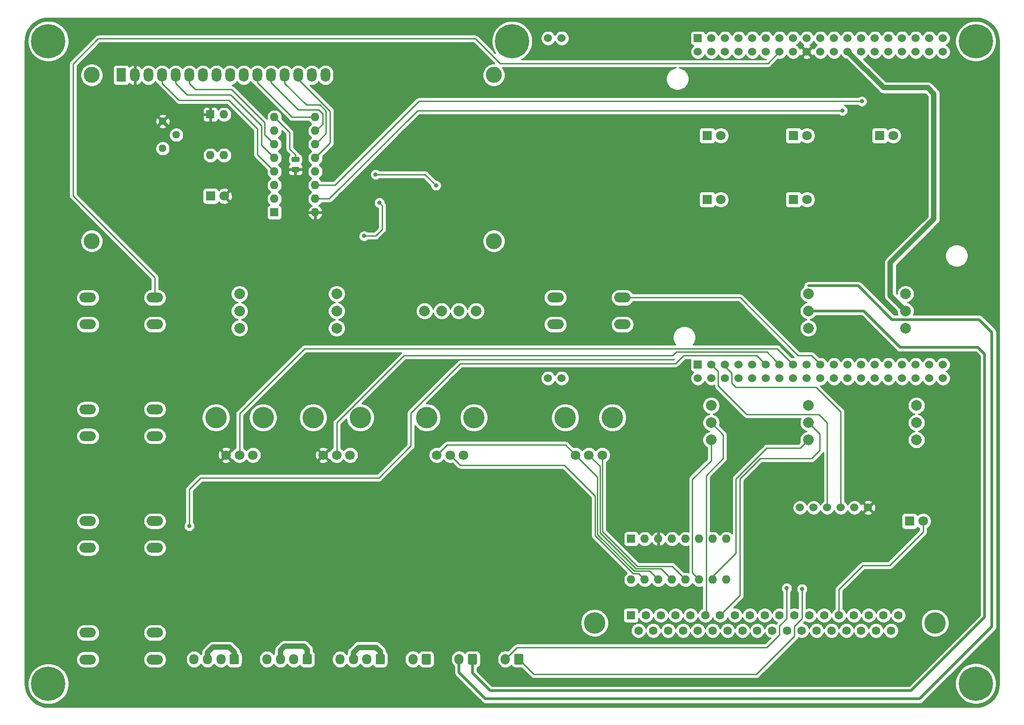
<source format=gbr>
%TF.GenerationSoftware,KiCad,Pcbnew,(5.1.9)-1*%
%TF.CreationDate,2021-02-05T13:08:36+01:00*%
%TF.ProjectId,testbench_io,74657374-6265-46e6-9368-5f696f2e6b69,rev?*%
%TF.SameCoordinates,Original*%
%TF.FileFunction,Copper,L1,Top*%
%TF.FilePolarity,Positive*%
%FSLAX46Y46*%
G04 Gerber Fmt 4.6, Leading zero omitted, Abs format (unit mm)*
G04 Created by KiCad (PCBNEW (5.1.9)-1) date 2021-02-05 13:08:36*
%MOMM*%
%LPD*%
G01*
G04 APERTURE LIST*
%TA.AperFunction,ComponentPad*%
%ADD10C,2.000000*%
%TD*%
%TA.AperFunction,ComponentPad*%
%ADD11O,1.700000X1.950000*%
%TD*%
%TA.AperFunction,ComponentPad*%
%ADD12O,1.700000X2.000000*%
%TD*%
%TA.AperFunction,ComponentPad*%
%ADD13R,1.800000X2.600000*%
%TD*%
%TA.AperFunction,ComponentPad*%
%ADD14O,1.800000X2.600000*%
%TD*%
%TA.AperFunction,ComponentPad*%
%ADD15C,3.000000*%
%TD*%
%TA.AperFunction,ComponentPad*%
%ADD16C,1.530000*%
%TD*%
%TA.AperFunction,ComponentPad*%
%ADD17R,1.530000X1.530000*%
%TD*%
%TA.AperFunction,ComponentPad*%
%ADD18O,3.048000X1.850000*%
%TD*%
%TA.AperFunction,ComponentPad*%
%ADD19C,0.800000*%
%TD*%
%TA.AperFunction,ComponentPad*%
%ADD20C,6.400000*%
%TD*%
%TA.AperFunction,ComponentPad*%
%ADD21C,1.800000*%
%TD*%
%TA.AperFunction,ComponentPad*%
%ADD22R,1.800000X1.800000*%
%TD*%
%TA.AperFunction,WasherPad*%
%ADD23C,4.000000*%
%TD*%
%TA.AperFunction,ComponentPad*%
%ADD24C,1.440000*%
%TD*%
%TA.AperFunction,ComponentPad*%
%ADD25O,1.600000X1.600000*%
%TD*%
%TA.AperFunction,ComponentPad*%
%ADD26R,1.600000X1.600000*%
%TD*%
%TA.AperFunction,ComponentPad*%
%ADD27C,1.524000*%
%TD*%
%TA.AperFunction,ComponentPad*%
%ADD28C,1.600000*%
%TD*%
%TA.AperFunction,ComponentPad*%
%ADD29C,4.000000*%
%TD*%
%TA.AperFunction,ViaPad*%
%ADD30C,0.800000*%
%TD*%
%TA.AperFunction,Conductor*%
%ADD31C,0.250000*%
%TD*%
%TA.AperFunction,Conductor*%
%ADD32C,1.000000*%
%TD*%
%TA.AperFunction,Conductor*%
%ADD33C,0.500000*%
%TD*%
%TA.AperFunction,Conductor*%
%ADD34C,0.254000*%
%TD*%
%TA.AperFunction,Conductor*%
%ADD35C,0.100000*%
%TD*%
G04 APERTURE END LIST*
D10*
%TO.P,SW114,4*%
%TO.N,GND*%
X101965000Y-75783800D03*
%TO.P,SW114,3*%
%TO.N,/Right_sw*%
X105165000Y-75783800D03*
%TO.P,SW114,2*%
%TO.N,GND*%
X98765000Y-75783800D03*
%TO.P,SW114,1*%
%TO.N,/Left_sw*%
X95565000Y-75783800D03*
%TD*%
%TO.P,SW111,3*%
%TO.N,N/C*%
X167161000Y-78983800D03*
%TO.P,SW111,2*%
%TO.N,Net-(J101-Pad1)*%
X167161000Y-75783800D03*
%TO.P,SW111,1*%
%TO.N,Net-(J101-Pad2)*%
X167161000Y-72583800D03*
%TD*%
%TO.P,SW101,3*%
%TO.N,N/C*%
X185293000Y-78983800D03*
%TO.P,SW101,2*%
%TO.N,VDD_MCU*%
X185293000Y-75783800D03*
%TO.P,SW101,1*%
%TO.N,V_external*%
X185293000Y-72583800D03*
%TD*%
%TO.P,SW106,3*%
%TO.N,N/C*%
X187325000Y-99842200D03*
%TO.P,SW106,2*%
%TO.N,/TRM_20*%
X187325000Y-96642200D03*
%TO.P,SW106,1*%
%TO.N,/TRM_01*%
X187325000Y-93442200D03*
%TD*%
%TO.P,SW107,3*%
%TO.N,N/C*%
X167161000Y-93442200D03*
%TO.P,SW107,2*%
%TO.N,/TRM_7*%
X167161000Y-96642200D03*
%TO.P,SW107,1*%
%TO.N,/TRM_25*%
X167161000Y-99842200D03*
%TD*%
%TO.P,SW109,3*%
%TO.N,N/C*%
X149029000Y-93442200D03*
%TO.P,SW109,2*%
%TO.N,/TRM_06*%
X149029000Y-96642200D03*
%TO.P,SW109,1*%
%TO.N,/TRM_05*%
X149029000Y-99842200D03*
%TD*%
%TO.P,SW112,3*%
%TO.N,N/C*%
X61051000Y-78983800D03*
%TO.P,SW112,2*%
%TO.N,GND*%
X61051000Y-75783800D03*
%TO.P,SW112,1*%
%TO.N,/DRL_sw*%
X61051000Y-72583800D03*
%TD*%
%TO.P,SW113,3*%
%TO.N,N/C*%
X79183000Y-78983800D03*
%TO.P,SW113,2*%
%TO.N,GND*%
X79183000Y-75783800D03*
%TO.P,SW113,1*%
%TO.N,/HL_sw*%
X79183000Y-72583800D03*
%TD*%
D11*
%TO.P,J303,4*%
%TO.N,/Solar_lights/Left_indicator_VSS*%
X79799814Y-140802600D03*
%TO.P,J303,3*%
%TO.N,VDD_MCU*%
X82299814Y-140802600D03*
%TO.P,J303,2*%
%TO.N,/Solar_lights/Brake_lights_VSS*%
X84799814Y-140802600D03*
%TO.P,J303,1*%
%TO.N,VDD_MCU*%
%TA.AperFunction,ComponentPad*%
G36*
G01*
X88149814Y-140077600D02*
X88149814Y-141527600D01*
G75*
G02*
X87899814Y-141777600I-250000J0D01*
G01*
X86699814Y-141777600D01*
G75*
G02*
X86449814Y-141527600I0J250000D01*
G01*
X86449814Y-140077600D01*
G75*
G02*
X86699814Y-139827600I250000J0D01*
G01*
X87899814Y-139827600D01*
G75*
G02*
X88149814Y-140077600I0J-250000D01*
G01*
G37*
%TD.AperFunction*%
%TD*%
%TO.P,J302,4*%
%TO.N,/Solar_lights/Front_lights_VSS*%
X66188307Y-140802600D03*
%TO.P,J302,3*%
%TO.N,VDD_MCU*%
X68688307Y-140802600D03*
%TO.P,J302,2*%
%TO.N,/Solar_lights/Right_indicator_VSS*%
X71188307Y-140802600D03*
%TO.P,J302,1*%
%TO.N,VDD_MCU*%
%TA.AperFunction,ComponentPad*%
G36*
G01*
X74538307Y-140077600D02*
X74538307Y-141527600D01*
G75*
G02*
X74288307Y-141777600I-250000J0D01*
G01*
X73088307Y-141777600D01*
G75*
G02*
X72838307Y-141527600I0J250000D01*
G01*
X72838307Y-140077600D01*
G75*
G02*
X73088307Y-139827600I250000J0D01*
G01*
X74288307Y-139827600D01*
G75*
G02*
X74538307Y-140077600I0J-250000D01*
G01*
G37*
%TD.AperFunction*%
%TD*%
%TO.P,J301,4*%
%TO.N,/Solar_lights/Horn_VSS*%
X52576800Y-140802600D03*
%TO.P,J301,3*%
%TO.N,VDD_MCU*%
X55076800Y-140802600D03*
%TO.P,J301,2*%
%TO.N,/Solar_lights/Fan_VSS*%
X57576800Y-140802600D03*
%TO.P,J301,1*%
%TO.N,VDD_MCU*%
%TA.AperFunction,ComponentPad*%
G36*
G01*
X60926800Y-140077600D02*
X60926800Y-141527600D01*
G75*
G02*
X60676800Y-141777600I-250000J0D01*
G01*
X59476800Y-141777600D01*
G75*
G02*
X59226800Y-141527600I0J250000D01*
G01*
X59226800Y-140077600D01*
G75*
G02*
X59476800Y-139827600I250000J0D01*
G01*
X60676800Y-139827600D01*
G75*
G02*
X60926800Y-140077600I0J-250000D01*
G01*
G37*
%TD.AperFunction*%
%TD*%
D12*
%TO.P,J103,2*%
%TO.N,GND*%
X93411321Y-140802600D03*
%TO.P,J103,1*%
%TO.N,V_external*%
%TA.AperFunction,ComponentPad*%
G36*
G01*
X96761321Y-140052600D02*
X96761321Y-141552600D01*
G75*
G02*
X96511321Y-141802600I-250000J0D01*
G01*
X95311321Y-141802600D01*
G75*
G02*
X95061321Y-141552600I0J250000D01*
G01*
X95061321Y-140052600D01*
G75*
G02*
X95311321Y-139802600I250000J0D01*
G01*
X96511321Y-139802600D01*
G75*
G02*
X96761321Y-140052600I0J-250000D01*
G01*
G37*
%TD.AperFunction*%
%TD*%
%TO.P,J102,2*%
%TO.N,Net-(J102-Pad2)*%
X110634336Y-140802600D03*
%TO.P,J102,1*%
%TO.N,Net-(J102-Pad1)*%
%TA.AperFunction,ComponentPad*%
G36*
G01*
X113984336Y-140052600D02*
X113984336Y-141552600D01*
G75*
G02*
X113734336Y-141802600I-250000J0D01*
G01*
X112534336Y-141802600D01*
G75*
G02*
X112284336Y-141552600I0J250000D01*
G01*
X112284336Y-140052600D01*
G75*
G02*
X112534336Y-139802600I250000J0D01*
G01*
X113734336Y-139802600D01*
G75*
G02*
X113984336Y-140052600I0J-250000D01*
G01*
G37*
%TD.AperFunction*%
%TD*%
%TO.P,J101,2*%
%TO.N,Net-(J101-Pad2)*%
X102022828Y-140802600D03*
%TO.P,J101,1*%
%TO.N,Net-(J101-Pad1)*%
%TA.AperFunction,ComponentPad*%
G36*
G01*
X105372828Y-140052600D02*
X105372828Y-141552600D01*
G75*
G02*
X105122828Y-141802600I-250000J0D01*
G01*
X103922828Y-141802600D01*
G75*
G02*
X103672828Y-141552600I0J250000D01*
G01*
X103672828Y-140052600D01*
G75*
G02*
X103922828Y-139802600I250000J0D01*
G01*
X105122828Y-139802600D01*
G75*
G02*
X105372828Y-140052600I0J-250000D01*
G01*
G37*
%TD.AperFunction*%
%TD*%
D13*
%TO.P,DS201,1*%
%TO.N,GND*%
X38992000Y-31719000D03*
D14*
%TO.P,DS201,2*%
%TO.N,MCU_5V*%
X41532000Y-31719000D03*
%TO.P,DS201,3*%
%TO.N,/LCD_I2C/pot_brightness*%
X44072000Y-31719000D03*
%TO.P,DS201,4*%
%TO.N,/LCD_I2C/RS*%
X46612000Y-31719000D03*
%TO.P,DS201,5*%
%TO.N,/LCD_I2C/RW*%
X49152000Y-31719000D03*
%TO.P,DS201,6*%
%TO.N,/LCD_I2C/E*%
X51692000Y-31719000D03*
%TO.P,DS201,7*%
%TO.N,Net-(DS201-Pad7)*%
X54232000Y-31719000D03*
%TO.P,DS201,8*%
%TO.N,Net-(DS201-Pad8)*%
X56772000Y-31719000D03*
%TO.P,DS201,9*%
%TO.N,Net-(DS201-Pad9)*%
X59312000Y-31719000D03*
%TO.P,DS201,10*%
%TO.N,Net-(DS201-Pad10)*%
X61852000Y-31719000D03*
%TO.P,DS201,11*%
%TO.N,/LCD_I2C/DB4*%
X64392000Y-31719000D03*
%TO.P,DS201,12*%
%TO.N,/LCD_I2C/DB5*%
X66932000Y-31719000D03*
%TO.P,DS201,13*%
%TO.N,/LCD_I2C/DB6*%
X69472000Y-31719000D03*
%TO.P,DS201,14*%
%TO.N,/LCD_I2C/DB7*%
X72012000Y-31719000D03*
%TO.P,DS201,15*%
%TO.N,/LCD_I2C/LED_(+)*%
X74552000Y-31719000D03*
%TO.P,DS201,16*%
%TO.N,/LCD_I2C/LED_(-)*%
X77092000Y-31719000D03*
D15*
%TO.P,DS201,*%
%TO.N,*%
X33492900Y-31719000D03*
X33492900Y-62719700D03*
X108491480Y-62719700D03*
X108492000Y-31719000D03*
%TD*%
D16*
%TO.P,U101,80*%
%TO.N,GND*%
X121158000Y-88328000D03*
%TO.P,U101,79*%
X118618000Y-88328000D03*
%TO.P,U101,78*%
X121158000Y-24828000D03*
%TO.P,U101,77*%
X118618000Y-24828000D03*
%TO.P,U101,NC*%
%TO.N,N/C*%
X192278000Y-88328000D03*
X189738000Y-88328000D03*
%TO.P,U101,73*%
%TO.N,Net-(U101-Pad73)*%
X189738000Y-85788000D03*
%TO.P,U101,72*%
%TO.N,/MC_LED*%
X187198000Y-88328000D03*
%TO.P,U101,71*%
%TO.N,Net-(U101-Pad71)*%
X187198000Y-85788000D03*
%TO.P,U101,70*%
%TO.N,Net-(U101-Pad70)*%
X184658000Y-88328000D03*
%TO.P,U101,69*%
%TO.N,Net-(U101-Pad69)*%
X184658000Y-85788000D03*
%TO.P,U101,68*%
%TO.N,/F-R_sw*%
X182118000Y-88328000D03*
%TO.P,U101,67*%
%TO.N,Net-(U101-Pad67)*%
X182118000Y-85788000D03*
%TO.P,U101,66*%
%TO.N,/P-E_sw*%
X179578000Y-88328000D03*
%TO.P,U101,65*%
%TO.N,/Brake_LED*%
X179578000Y-85788000D03*
%TO.P,U101,64*%
%TO.N,/Brake_vol*%
X177038000Y-88328000D03*
%TO.P,U101,63*%
%TO.N,/Right_LED*%
X177038000Y-85788000D03*
%TO.P,U101,62*%
%TO.N,/Acc_vol*%
X174498000Y-88328000D03*
%TO.P,U101,61*%
%TO.N,/Left_LED*%
X174498000Y-85788000D03*
%TO.P,U101,60*%
%TO.N,/MC_sw*%
X171958000Y-88328000D03*
%TO.P,U101,59*%
%TO.N,Net-(U101-Pad59)*%
X171958000Y-85788000D03*
%TO.P,U101,58*%
%TO.N,GND*%
X169418000Y-88328000D03*
%TO.P,U101,57*%
%TO.N,/Horn_sw*%
X169418000Y-85788000D03*
%TO.P,U101,54*%
%TO.N,/Brake_acti*%
X166878000Y-88328000D03*
%TO.P,U101,55*%
%TO.N,/Up*%
X166878000Y-85788000D03*
%TO.P,U101,52*%
%TO.N,/Left_acti*%
X164338000Y-88328000D03*
%TO.P,U101,53*%
%TO.N,/Battery_pot*%
X164338000Y-85788000D03*
%TO.P,U101,50*%
%TO.N,/Right_acti*%
X161798000Y-88328000D03*
%TO.P,U101,51*%
%TO.N,/Fan_pot*%
X161798000Y-85788000D03*
%TO.P,U101,48*%
%TO.N,Net-(U101-Pad48)*%
X159258000Y-88328000D03*
%TO.P,U101,49*%
%TO.N,/Horn_acti*%
X159258000Y-85788000D03*
%TO.P,U101,NC*%
%TO.N,N/C*%
X156718000Y-88328000D03*
%TO.P,U101,47*%
%TO.N,GND*%
X156718000Y-85788000D03*
%TO.P,U101,46*%
%TO.N,Net-(U101-Pad46)*%
X154178000Y-88328000D03*
%TO.P,U101,45*%
%TO.N,Net-(U101-Pad45)*%
X154178000Y-85788000D03*
%TO.P,U101,44*%
%TO.N,/Front_acti*%
X151638000Y-88328000D03*
%TO.P,U101,43*%
%TO.N,/CTX*%
X151638000Y-85788000D03*
%TO.P,U101,42*%
%TO.N,/Fan_pwm*%
X149098000Y-88328000D03*
%TO.P,U101,41*%
%TO.N,/CRX*%
X149098000Y-85788000D03*
%TO.P,U101,40*%
%TO.N,/Down*%
X146558000Y-88328000D03*
%TO.P,U101,75*%
%TO.N,Net-(U101-Pad75)*%
X192278000Y-85788000D03*
D17*
%TO.P,U101,39*%
%TO.N,/Select*%
X146558000Y-85788000D03*
D16*
%TO.P,U101,38*%
%TO.N,/SCL*%
X192278000Y-27368000D03*
%TO.P,U101,36*%
%TO.N,/SDA*%
X189738000Y-27368000D03*
%TO.P,U101,35*%
%TO.N,Net-(U101-Pad35)*%
X189738000Y-24828000D03*
%TO.P,U101,34*%
%TO.N,/DRL_LED*%
X187198000Y-27368000D03*
%TO.P,U101,33*%
%TO.N,Net-(U101-Pad33)*%
X187198000Y-24828000D03*
%TO.P,U101,32*%
%TO.N,/Battery_LED*%
X184658000Y-27368000D03*
%TO.P,U101,31*%
%TO.N,Net-(U101-Pad31)*%
X184658000Y-24828000D03*
%TO.P,U101,30*%
%TO.N,Net-(U101-Pad30)*%
X182118000Y-27368000D03*
%TO.P,U101,29*%
%TO.N,Net-(U101-Pad29)*%
X182118000Y-24828000D03*
%TO.P,U101,28*%
%TO.N,Net-(U101-Pad28)*%
X179578000Y-27368000D03*
%TO.P,U101,27*%
%TO.N,Net-(U101-Pad27)*%
X179578000Y-24828000D03*
%TO.P,U101,26*%
%TO.N,Net-(U101-Pad26)*%
X177038000Y-27368000D03*
%TO.P,U101,25*%
%TO.N,/DRL_sw*%
X177038000Y-24828000D03*
%TO.P,U101,24*%
%TO.N,VDD_MCU*%
X174498000Y-27368000D03*
%TO.P,U101,23*%
%TO.N,/HL_sw*%
X174498000Y-24828000D03*
%TO.P,U101,22*%
%TO.N,GND*%
X171958000Y-27368000D03*
%TO.P,U101,21*%
%TO.N,Net-(U101-Pad21)*%
X171958000Y-24828000D03*
%TO.P,U101,20*%
%TO.N,GND*%
X169418000Y-27368000D03*
%TO.P,U101,19*%
X169418000Y-24828000D03*
%TO.P,U101,18*%
%TO.N,MCU_5V*%
X166878000Y-27368000D03*
%TO.P,U101,17*%
%TO.N,/Left_sw*%
X166878000Y-24828000D03*
%TO.P,U101,16*%
%TO.N,Net-(U101-Pad16)*%
X164338000Y-27368000D03*
%TO.P,U101,15*%
%TO.N,/Right_sw*%
X164338000Y-24828000D03*
%TO.P,U101,14*%
%TO.N,/Reset*%
X161798000Y-27368000D03*
%TO.P,U101,13*%
%TO.N,Net-(U101-Pad13)*%
X161798000Y-24828000D03*
%TO.P,U101,12*%
%TO.N,Net-(U101-Pad12)*%
X159258000Y-27368000D03*
%TO.P,U101,11*%
%TO.N,Net-(U101-Pad11)*%
X159258000Y-24828000D03*
%TO.P,U101,10*%
%TO.N,Net-(U101-Pad10)*%
X156718000Y-27368000D03*
%TO.P,U101,9*%
%TO.N,Net-(U101-Pad9)*%
X156718000Y-24828000D03*
%TO.P,U101,8*%
%TO.N,GND*%
X154178000Y-27368000D03*
%TO.P,U101,7*%
%TO.N,Net-(U101-Pad7)*%
X154178000Y-24828000D03*
%TO.P,U101,6*%
%TO.N,Net-(U101-Pad6)*%
X151638000Y-27368000D03*
%TO.P,U101,5*%
%TO.N,Net-(U101-Pad5)*%
X151638000Y-24828000D03*
%TO.P,U101,4*%
%TO.N,Net-(U101-Pad4)*%
X149098000Y-27368000D03*
%TO.P,U101,3*%
%TO.N,Net-(U101-Pad3)*%
X149098000Y-24828000D03*
%TO.P,U101,2*%
%TO.N,Net-(U101-Pad2)*%
X146558000Y-27368000D03*
%TO.P,U101,37*%
%TO.N,Net-(U101-Pad37)*%
X192278000Y-24828000D03*
D17*
%TO.P,U101,1*%
%TO.N,Net-(U101-Pad1)*%
X146558000Y-24828000D03*
%TD*%
D18*
%TO.P,SW105,2*%
%TO.N,GND*%
X32766000Y-78283800D03*
%TO.P,SW105,1*%
%TO.N,/Reset*%
X32766000Y-73283800D03*
%TO.P,SW105,2*%
%TO.N,GND*%
X45266000Y-78283800D03*
%TO.P,SW105,1*%
%TO.N,/Reset*%
X45266000Y-73283800D03*
%TD*%
D19*
%TO.P,H105,1*%
%TO.N,GND*%
X200097056Y-23702944D03*
X198400000Y-23000000D03*
X196702944Y-23702944D03*
X196000000Y-25400000D03*
X196702944Y-27097056D03*
X198400000Y-27800000D03*
X200097056Y-27097056D03*
X200800000Y-25400000D03*
D20*
X198400000Y-25400000D03*
%TD*%
D19*
%TO.P,H104,1*%
%TO.N,GND*%
X200097056Y-143655944D03*
X198400000Y-142953000D03*
X196702944Y-143655944D03*
X196000000Y-145353000D03*
X196702944Y-147050056D03*
X198400000Y-147753000D03*
X200097056Y-147050056D03*
X200800000Y-145353000D03*
D20*
X198400000Y-145353000D03*
%TD*%
D19*
%TO.P,H103,1*%
%TO.N,GND*%
X27097056Y-143655944D03*
X25400000Y-142953000D03*
X23702944Y-143655944D03*
X23000000Y-145353000D03*
X23702944Y-147050056D03*
X25400000Y-147753000D03*
X27097056Y-147050056D03*
X27800000Y-145353000D03*
D20*
X25400000Y-145400000D03*
%TD*%
D19*
%TO.P,H102,1*%
%TO.N,GND*%
X27097056Y-23702944D03*
X25400000Y-23000000D03*
X23702944Y-23702944D03*
X23000000Y-25400000D03*
X23702944Y-27097056D03*
X25400000Y-27800000D03*
X27097056Y-27097056D03*
X27800000Y-25400000D03*
D20*
X25400000Y-25400000D03*
%TD*%
D19*
%TO.P,H101,1*%
%TO.N,GND*%
X113597056Y-23702944D03*
X111900000Y-23000000D03*
X110202944Y-23702944D03*
X109500000Y-25400000D03*
X110202944Y-27097056D03*
X111900000Y-27800000D03*
X113597056Y-27097056D03*
X114300000Y-25400000D03*
D20*
X111900000Y-25400000D03*
%TD*%
D18*
%TO.P,SW110,2*%
%TO.N,GND*%
X119982000Y-78283800D03*
%TO.P,SW110,1*%
%TO.N,/Horn_sw*%
X119982000Y-73283800D03*
%TO.P,SW110,2*%
%TO.N,GND*%
X132482000Y-78283800D03*
%TO.P,SW110,1*%
%TO.N,/Horn_sw*%
X132482000Y-73283800D03*
%TD*%
D21*
%TO.P,D101,2*%
%TO.N,/Left_LED*%
X150833666Y-54960000D03*
D22*
%TO.P,D101,1*%
%TO.N,Net-(D101-Pad1)*%
X148293666Y-54960000D03*
%TD*%
D21*
%TO.P,D102,2*%
%TO.N,/Right_LED*%
X166920332Y-54960000D03*
D22*
%TO.P,D102,1*%
%TO.N,Net-(D102-Pad1)*%
X164380332Y-54960000D03*
%TD*%
D21*
%TO.P,D103,2*%
%TO.N,/Battery_LED*%
X150833666Y-43022000D03*
D22*
%TO.P,D103,1*%
%TO.N,Net-(D103-Pad1)*%
X148293666Y-43022000D03*
%TD*%
D21*
%TO.P,D104,2*%
%TO.N,/DRL_LED*%
X166920332Y-43022000D03*
D22*
%TO.P,D104,1*%
%TO.N,Net-(D104-Pad1)*%
X164380332Y-43022000D03*
%TD*%
D21*
%TO.P,D105,2*%
%TO.N,/Brake_LED*%
X183007000Y-43022000D03*
D22*
%TO.P,D105,1*%
%TO.N,Net-(D105-Pad1)*%
X180467000Y-43022000D03*
%TD*%
D21*
%TO.P,D106,2*%
%TO.N,/TRM_15*%
X188590000Y-115031000D03*
D22*
%TO.P,D106,1*%
%TO.N,/TRM_14*%
X186050000Y-115031000D03*
%TD*%
D21*
%TO.P,D201,2*%
%TO.N,MCU_5V*%
X58191400Y-54325000D03*
D22*
%TO.P,D201,1*%
%TO.N,Net-(D201-Pad1)*%
X55651400Y-54325000D03*
%TD*%
D23*
%TO.P,RV101,*%
%TO.N,*%
X83583000Y-95692200D03*
X74783000Y-95692200D03*
D21*
%TO.P,RV101,1*%
%TO.N,GND*%
X81683000Y-102692200D03*
%TO.P,RV101,2*%
%TO.N,/Fan_pot*%
X79183000Y-102692200D03*
%TO.P,RV101,3*%
%TO.N,MCU_5V*%
X76683000Y-102692200D03*
%TD*%
D23*
%TO.P,RV102,*%
%TO.N,*%
X65451000Y-95692200D03*
X56651000Y-95692200D03*
D21*
%TO.P,RV102,1*%
%TO.N,GND*%
X63551000Y-102692200D03*
%TO.P,RV102,2*%
%TO.N,/Battery_pot*%
X61051000Y-102692200D03*
%TO.P,RV102,3*%
%TO.N,MCU_5V*%
X58551000Y-102692200D03*
%TD*%
D23*
%TO.P,RV103,*%
%TO.N,*%
X104765000Y-95692200D03*
X95965000Y-95692200D03*
D21*
%TO.P,RV103,1*%
%TO.N,TRM_GND*%
X102865000Y-102692200D03*
%TO.P,RV103,2*%
%TO.N,/TRM_02*%
X100365000Y-102692200D03*
%TO.P,RV103,3*%
%TO.N,TRM_VDD*%
X97865000Y-102692200D03*
%TD*%
D23*
%TO.P,RV104,*%
%TO.N,*%
X130622000Y-95692200D03*
X121822000Y-95692200D03*
D21*
%TO.P,RV104,1*%
%TO.N,TRM_GND*%
X128722000Y-102692200D03*
%TO.P,RV104,2*%
%TO.N,/TRM_22*%
X126222000Y-102692200D03*
%TO.P,RV104,3*%
%TO.N,TRM_VDD*%
X123722000Y-102692200D03*
%TD*%
D24*
%TO.P,RV201,1*%
%TO.N,MCU_5V*%
X46736000Y-40355000D03*
%TO.P,RV201,2*%
%TO.N,/LCD_I2C/pot_brightness*%
X49276000Y-42895000D03*
%TO.P,RV201,3*%
%TO.N,GND*%
X46736000Y-45435000D03*
%TD*%
D25*
%TO.P,SW201,4*%
%TO.N,N/C*%
X55626000Y-46705000D03*
%TO.P,SW201,2*%
%TO.N,/LCD_I2C/LED_(+)*%
X58166000Y-39085000D03*
%TO.P,SW201,3*%
%TO.N,N/C*%
X58166000Y-46705000D03*
D26*
%TO.P,SW201,1*%
%TO.N,MCU_5V*%
X55626000Y-39085000D03*
%TD*%
D18*
%TO.P,SW102,2*%
%TO.N,GND*%
X32766000Y-140859000D03*
%TO.P,SW102,1*%
%TO.N,/Down*%
X32766000Y-135859000D03*
%TO.P,SW102,2*%
%TO.N,GND*%
X45266000Y-140859000D03*
%TO.P,SW102,1*%
%TO.N,/Down*%
X45266000Y-135859000D03*
%TD*%
%TO.P,SW103,2*%
%TO.N,GND*%
X32766000Y-99142200D03*
%TO.P,SW103,1*%
%TO.N,/Up*%
X32766000Y-94142200D03*
%TO.P,SW103,2*%
%TO.N,GND*%
X45266000Y-99142200D03*
%TO.P,SW103,1*%
%TO.N,/Up*%
X45266000Y-94142200D03*
%TD*%
%TO.P,SW104,2*%
%TO.N,GND*%
X32766000Y-120000600D03*
%TO.P,SW104,1*%
%TO.N,/Select*%
X32766000Y-115000600D03*
%TO.P,SW104,2*%
%TO.N,GND*%
X45266000Y-120000600D03*
%TO.P,SW104,1*%
%TO.N,/Select*%
X45266000Y-115000600D03*
%TD*%
D25*
%TO.P,SW108,16*%
%TO.N,/TRM_01*%
X134112000Y-125953000D03*
%TO.P,SW108,8*%
%TO.N,/MC_LED*%
X151892000Y-118333000D03*
%TO.P,SW108,15*%
%TO.N,/TRM_02*%
X136652000Y-125953000D03*
%TO.P,SW108,7*%
%TO.N,/F-R_sw*%
X149352000Y-118333000D03*
%TO.P,SW108,14*%
%TO.N,TRM_VDD*%
X139192000Y-125953000D03*
%TO.P,SW108,6*%
%TO.N,/P-E_sw*%
X146812000Y-118333000D03*
%TO.P,SW108,13*%
%TO.N,/TRM_22*%
X141732000Y-125953000D03*
%TO.P,SW108,5*%
%TO.N,GND*%
X144272000Y-118333000D03*
%TO.P,SW108,12*%
%TO.N,TRM_GND*%
X144272000Y-125953000D03*
%TO.P,SW108,4*%
%TO.N,/Brake_vol*%
X141732000Y-118333000D03*
%TO.P,SW108,11*%
%TO.N,/TRM_05*%
X146812000Y-125953000D03*
%TO.P,SW108,3*%
%TO.N,MCU_5V*%
X139192000Y-118333000D03*
%TO.P,SW108,10*%
%TO.N,/TRM_25*%
X149352000Y-125953000D03*
%TO.P,SW108,2*%
%TO.N,/Acc_vol*%
X136652000Y-118333000D03*
%TO.P,SW108,9*%
%TO.N,/TRM_15*%
X151892000Y-125953000D03*
D26*
%TO.P,SW108,1*%
%TO.N,/MC_sw*%
X134112000Y-118333000D03*
%TD*%
D27*
%TO.P,U102,1*%
%TO.N,MCU_5V*%
X178308000Y-112491000D03*
%TO.P,U102,2*%
%TO.N,GND*%
X175768000Y-112491000D03*
%TO.P,U102,3*%
%TO.N,/CTX*%
X173228000Y-112491000D03*
%TO.P,U102,4*%
%TO.N,/CRX*%
X170688000Y-112491000D03*
%TO.P,U102,5*%
%TO.N,Net-(J102-Pad1)*%
X168148000Y-112491000D03*
%TO.P,U102,6*%
%TO.N,Net-(J102-Pad2)*%
X165608000Y-112491000D03*
%TD*%
D25*
%TO.P,U201,16*%
%TO.N,MCU_5V*%
X75184000Y-57373000D03*
%TO.P,U201,8*%
%TO.N,GND*%
X67564000Y-39593000D03*
%TO.P,U201,15*%
%TO.N,/SDA*%
X75184000Y-54833000D03*
%TO.P,U201,7*%
%TO.N,Net-(Q201-Pad2)*%
X67564000Y-42133000D03*
%TO.P,U201,14*%
%TO.N,/SCL*%
X75184000Y-52293000D03*
%TO.P,U201,6*%
%TO.N,/LCD_I2C/E*%
X67564000Y-44673000D03*
%TO.P,U201,13*%
%TO.N,Net-(U201-Pad13)*%
X75184000Y-49753000D03*
%TO.P,U201,5*%
%TO.N,/LCD_I2C/RW*%
X67564000Y-47213000D03*
%TO.P,U201,12*%
%TO.N,/LCD_I2C/DB7*%
X75184000Y-47213000D03*
%TO.P,U201,4*%
%TO.N,/LCD_I2C/RS*%
X67564000Y-49753000D03*
%TO.P,U201,11*%
%TO.N,/LCD_I2C/DB6*%
X75184000Y-44673000D03*
%TO.P,U201,3*%
%TO.N,Net-(JP203-Pad1)*%
X67564000Y-52293000D03*
%TO.P,U201,10*%
%TO.N,/LCD_I2C/DB5*%
X75184000Y-42133000D03*
%TO.P,U201,2*%
%TO.N,Net-(JP202-Pad1)*%
X67564000Y-54833000D03*
%TO.P,U201,9*%
%TO.N,/LCD_I2C/DB4*%
X75184000Y-39593000D03*
D26*
%TO.P,U201,1*%
%TO.N,Net-(JP201-Pad1)*%
X67564000Y-57373000D03*
%TD*%
%TO.P,C201,1*%
%TO.N,GND*%
%TA.AperFunction,SMDPad,CuDef*%
G36*
G01*
X71026000Y-46972000D02*
X71976000Y-46972000D01*
G75*
G02*
X72226000Y-47222000I0J-250000D01*
G01*
X72226000Y-47722000D01*
G75*
G02*
X71976000Y-47972000I-250000J0D01*
G01*
X71026000Y-47972000D01*
G75*
G02*
X70776000Y-47722000I0J250000D01*
G01*
X70776000Y-47222000D01*
G75*
G02*
X71026000Y-46972000I250000J0D01*
G01*
G37*
%TD.AperFunction*%
%TO.P,C201,2*%
%TO.N,MCU_5V*%
%TA.AperFunction,SMDPad,CuDef*%
G36*
G01*
X71026000Y-48872000D02*
X71976000Y-48872000D01*
G75*
G02*
X72226000Y-49122000I0J-250000D01*
G01*
X72226000Y-49622000D01*
G75*
G02*
X71976000Y-49872000I-250000J0D01*
G01*
X71026000Y-49872000D01*
G75*
G02*
X70776000Y-49622000I0J250000D01*
G01*
X70776000Y-49122000D01*
G75*
G02*
X71026000Y-48872000I250000J0D01*
G01*
G37*
%TD.AperFunction*%
%TD*%
%TO.P,J104,1*%
%TO.N,/TRM_01*%
X134086600Y-132607800D03*
D28*
%TO.P,J104,2*%
%TO.N,/TRM_02*%
X136856600Y-132607800D03*
%TO.P,J104,3*%
%TO.N,TRM_VDD*%
X139626600Y-132607800D03*
%TO.P,J104,4*%
%TO.N,TRM_GND*%
X142396600Y-132607800D03*
%TO.P,J104,5*%
%TO.N,/TRM_05*%
X145166600Y-132607800D03*
%TO.P,J104,6*%
%TO.N,/TRM_06*%
X147936600Y-132607800D03*
%TO.P,J104,7*%
%TO.N,/TRM_7*%
X150706600Y-132607800D03*
%TO.P,J104,8*%
%TO.N,Net-(J104-Pad8)*%
X153476600Y-132607800D03*
%TO.P,J104,9*%
%TO.N,Net-(J104-Pad9)*%
X156246600Y-132607800D03*
%TO.P,J104,10*%
%TO.N,Net-(J104-Pad10)*%
X159016600Y-132607800D03*
%TO.P,J104,11*%
%TO.N,Net-(J104-Pad11)*%
X161786600Y-132607800D03*
%TO.P,J104,12*%
%TO.N,Net-(J104-Pad12)*%
X164556600Y-132607800D03*
%TO.P,J104,13*%
%TO.N,Net-(J104-Pad13)*%
X167326600Y-132607800D03*
%TO.P,J104,14*%
%TO.N,/TRM_14*%
X170096600Y-132607800D03*
%TO.P,J104,15*%
%TO.N,/TRM_15*%
X172866600Y-132607800D03*
%TO.P,J104,16*%
%TO.N,Net-(J104-Pad16)*%
X175636600Y-132607800D03*
%TO.P,J104,17*%
%TO.N,Net-(J104-Pad17)*%
X178406600Y-132607800D03*
%TO.P,J104,18*%
%TO.N,Net-(J104-Pad18)*%
X181176600Y-132607800D03*
%TO.P,J104,19*%
%TO.N,Net-(J104-Pad19)*%
X183946600Y-132607800D03*
%TO.P,J104,20*%
%TO.N,/TRM_20*%
X135471600Y-135447800D03*
%TO.P,J104,21*%
%TO.N,TRM_GND*%
X138241600Y-135447800D03*
%TO.P,J104,22*%
%TO.N,/TRM_22*%
X141011600Y-135447800D03*
%TO.P,J104,23*%
%TO.N,TRM_VDD*%
X143781600Y-135447800D03*
%TO.P,J104,24*%
%TO.N,Net-(J104-Pad24)*%
X146551600Y-135447800D03*
%TO.P,J104,25*%
%TO.N,/TRM_25*%
X149321600Y-135447800D03*
%TO.P,J104,26*%
%TO.N,Net-(J104-Pad26)*%
X152091600Y-135447800D03*
%TO.P,J104,27*%
%TO.N,Net-(J104-Pad27)*%
X154861600Y-135447800D03*
%TO.P,J104,28*%
%TO.N,Net-(J104-Pad28)*%
X157631600Y-135447800D03*
%TO.P,J104,29*%
%TO.N,Net-(J104-Pad29)*%
X160401600Y-135447800D03*
%TO.P,J104,30*%
%TO.N,Net-(J104-Pad30)*%
X163171600Y-135447800D03*
%TO.P,J104,31*%
%TO.N,Net-(J104-Pad31)*%
X165941600Y-135447800D03*
%TO.P,J104,32*%
%TO.N,Net-(J104-Pad32)*%
X168711600Y-135447800D03*
%TO.P,J104,33*%
%TO.N,Net-(J104-Pad33)*%
X171481600Y-135447800D03*
%TO.P,J104,34*%
%TO.N,Net-(J104-Pad34)*%
X174251600Y-135447800D03*
%TO.P,J104,35*%
%TO.N,Net-(J104-Pad35)*%
X177021600Y-135447800D03*
%TO.P,J104,36*%
%TO.N,Net-(J104-Pad36)*%
X179791600Y-135447800D03*
%TO.P,J104,37*%
%TO.N,Net-(J104-Pad37)*%
X182561600Y-135447800D03*
D29*
%TO.P,J104,0*%
%TO.N,GND*%
X190766600Y-134027800D03*
X127266600Y-134027800D03*
%TD*%
D30*
%TO.N,MCU_5V*%
X81305400Y-47345600D03*
%TO.N,Net-(JP201-Pad1)*%
X87147400Y-55575200D03*
X84302600Y-61772800D03*
%TO.N,Net-(JP203-Pad1)*%
X97713800Y-52349400D03*
X86436200Y-50292000D03*
%TO.N,Net-(J102-Pad2)*%
X163118800Y-127533400D03*
%TO.N,Net-(J102-Pad1)*%
X165988998Y-127685800D03*
%TO.N,/SDA*%
X173507400Y-38354000D03*
%TO.N,/SCL*%
X177139600Y-36626800D03*
%TO.N,/Horn_acti*%
X51689000Y-115920000D03*
%TD*%
D31*
%TO.N,MCU_5V*%
X41148000Y-31843000D02*
X41024000Y-31719000D01*
X58166000Y-54350400D02*
X58191400Y-54325000D01*
X165036000Y-29210000D02*
X166878000Y-27368000D01*
X159486620Y-34759380D02*
X165036000Y-29210000D01*
X85055570Y-34759380D02*
X159486620Y-34759380D01*
X79493401Y-29197211D02*
X85055570Y-34759380D01*
X42503789Y-29197211D02*
X79493401Y-29197211D01*
X41532000Y-30169000D02*
X42503789Y-29197211D01*
X41532000Y-31719000D02*
X41532000Y-30169000D01*
X71368400Y-57373000D02*
X75184000Y-57373000D01*
X70561200Y-56565800D02*
X71368400Y-57373000D01*
X70561200Y-51206400D02*
X70561200Y-56565800D01*
X71501000Y-50266600D02*
X70561200Y-51206400D01*
X71501000Y-49372000D02*
X71501000Y-50266600D01*
%TO.N,GND*%
X70434200Y-42463200D02*
X67564000Y-39593000D01*
X70434200Y-45542200D02*
X70434200Y-42463200D01*
X71501000Y-46609000D02*
X70434200Y-45542200D01*
X71501000Y-47472000D02*
X71501000Y-46609000D01*
%TO.N,/TRM_15*%
X188595000Y-117017800D02*
X188595000Y-115036000D01*
X177317400Y-123291600D02*
X182321200Y-123291600D01*
X182321200Y-123291600D02*
X188595000Y-117017800D01*
X172866600Y-127742400D02*
X177317400Y-123291600D01*
X188595000Y-115036000D02*
X188590000Y-115031000D01*
X172866600Y-132607800D02*
X172866600Y-127742400D01*
%TO.N,/LCD_I2C/RS*%
X46612000Y-33269000D02*
X46612000Y-31719000D01*
X49761000Y-36418000D02*
X46612000Y-33269000D01*
X59055000Y-36418000D02*
X49761000Y-36418000D01*
X64377978Y-41740978D02*
X59055000Y-36418000D01*
X64377978Y-46566978D02*
X64377978Y-41740978D01*
X67564000Y-49753000D02*
X64377978Y-46566978D01*
%TO.N,/LCD_I2C/RW*%
X65151000Y-44800000D02*
X67564000Y-47213000D01*
X65151000Y-41180500D02*
X65151000Y-44800000D01*
X51285000Y-35402000D02*
X59372500Y-35402000D01*
X49152000Y-33269000D02*
X51285000Y-35402000D01*
X59372500Y-35402000D02*
X65151000Y-41180500D01*
X49152000Y-31719000D02*
X49152000Y-33269000D01*
%TO.N,/LCD_I2C/E*%
X51692000Y-33269000D02*
X51692000Y-31719000D01*
X59563000Y-34386000D02*
X52809000Y-34386000D01*
X65786000Y-40609000D02*
X59563000Y-34386000D01*
X65786000Y-42895000D02*
X65786000Y-40609000D01*
X52809000Y-34386000D02*
X51692000Y-33269000D01*
X67564000Y-44673000D02*
X65786000Y-42895000D01*
%TO.N,/LCD_I2C/DB4*%
X70866000Y-39593000D02*
X75184000Y-39593000D01*
X64392000Y-33119000D02*
X70866000Y-39593000D01*
X64392000Y-31719000D02*
X64392000Y-33119000D01*
%TO.N,/LCD_I2C/DB5*%
X75323700Y-42133000D02*
X75184000Y-42133000D01*
X76581000Y-40875700D02*
X75323700Y-42133000D01*
X76581000Y-38932600D02*
X76581000Y-40875700D01*
X75844400Y-38196000D02*
X76581000Y-38932600D01*
X72009000Y-38196000D02*
X75844400Y-38196000D01*
X66932000Y-33119000D02*
X72009000Y-38196000D01*
X66932000Y-31719000D02*
X66932000Y-33119000D01*
%TO.N,/LCD_I2C/DB6*%
X75983999Y-43873001D02*
X75184000Y-44673000D01*
X77216000Y-42641000D02*
X75983999Y-43873001D01*
X77216000Y-38450000D02*
X77216000Y-42641000D01*
X76073000Y-37307000D02*
X77216000Y-38450000D01*
X73510000Y-37307000D02*
X76073000Y-37307000D01*
X69472000Y-33269000D02*
X73510000Y-37307000D01*
X69472000Y-31719000D02*
X69472000Y-33269000D01*
%TO.N,/LCD_I2C/DB7*%
X75184000Y-47162200D02*
X75184000Y-47213000D01*
X77978000Y-38450000D02*
X77978000Y-44368200D01*
X77978000Y-44368200D02*
X75184000Y-47162200D01*
X72012000Y-32484000D02*
X77978000Y-38450000D01*
X72012000Y-31719000D02*
X72012000Y-32484000D01*
%TO.N,/TRM_02*%
X135487433Y-124788433D02*
X136652000Y-125953000D01*
X134470022Y-124788433D02*
X135487433Y-124788433D01*
X127381000Y-117699411D02*
X134470022Y-124788433D01*
X127381000Y-110332000D02*
X127381000Y-117699411D01*
X121592340Y-104543340D02*
X127381000Y-110332000D01*
X102216140Y-104543340D02*
X121592340Y-104543340D01*
X100365000Y-102692200D02*
X102216140Y-104543340D01*
%TO.N,TRM_VDD*%
X97865000Y-102692200D02*
X99750200Y-100807000D01*
X99750200Y-100807000D02*
X121836800Y-100807000D01*
X121836800Y-100807000D02*
X123722000Y-102692200D01*
X127831011Y-106801211D02*
X123722000Y-102692200D01*
X134656422Y-124338422D02*
X127831011Y-117513011D01*
X127831011Y-117513011D02*
X127831011Y-106801211D01*
X137577422Y-124338422D02*
X134656422Y-124338422D01*
X139192000Y-125953000D02*
X137577422Y-124338422D01*
%TO.N,TRM_GND*%
X128778000Y-102748200D02*
X128722000Y-102692200D01*
X135280400Y-123438400D02*
X128778000Y-116936000D01*
X144272000Y-125953000D02*
X141757400Y-123438400D01*
X128778000Y-116936000D02*
X128778000Y-102748200D01*
X141757400Y-123438400D02*
X135280400Y-123438400D01*
%TO.N,/TRM_05*%
X149029000Y-99842200D02*
X149029000Y-101342200D01*
X145542000Y-107195100D02*
X149029000Y-103708100D01*
X146812000Y-125927600D02*
X145542000Y-124657600D01*
X149029000Y-103708100D02*
X149029000Y-99842200D01*
X145542000Y-124657600D02*
X145542000Y-107195100D01*
X146812000Y-125953000D02*
X146812000Y-125927600D01*
%TO.N,/TRM_06*%
X148107400Y-132437000D02*
X147936600Y-132607800D01*
X148107400Y-106496600D02*
X148107400Y-132437000D01*
X151257000Y-103347000D02*
X148107400Y-106496600D01*
X151257000Y-98870200D02*
X151257000Y-103347000D01*
X149029000Y-96642200D02*
X151257000Y-98870200D01*
%TO.N,/TRM_7*%
X169291000Y-98772200D02*
X167161000Y-96642200D01*
X169291000Y-101823000D02*
X169291000Y-98772200D01*
X167767000Y-103347000D02*
X169291000Y-101823000D01*
X158242000Y-103347000D02*
X167767000Y-103347000D01*
X154432000Y-107157000D02*
X158242000Y-103347000D01*
X154432000Y-128882400D02*
X154432000Y-107157000D01*
X150706600Y-132607800D02*
X154432000Y-128882400D01*
%TO.N,/TRM_22*%
X134968411Y-123888411D02*
X128281022Y-117201022D01*
X128281022Y-117201022D02*
X128281022Y-104751222D01*
X128281022Y-104751222D02*
X126222000Y-102692200D01*
X141732000Y-125953000D02*
X139667411Y-123888411D01*
X139667411Y-123888411D02*
X134968411Y-123888411D01*
%TO.N,/TRM_25*%
X165661000Y-101342200D02*
X167161000Y-99842200D01*
X159421300Y-101342200D02*
X165661000Y-101342200D01*
X153670000Y-107093500D02*
X159421300Y-101342200D01*
X153670000Y-121000000D02*
X153670000Y-107093500D01*
X149352000Y-125318000D02*
X153670000Y-121000000D01*
X149352000Y-125953000D02*
X149352000Y-125318000D01*
%TO.N,Net-(JP201-Pad1)*%
X86461600Y-61772800D02*
X84302600Y-61772800D01*
X87706200Y-56134000D02*
X87706200Y-60528200D01*
X87706200Y-60528200D02*
X86461600Y-61772800D01*
X87147400Y-55575200D02*
X87706200Y-56134000D01*
%TO.N,Net-(JP203-Pad1)*%
X95656400Y-50292000D02*
X86436200Y-50292000D01*
X97713800Y-52349400D02*
X95656400Y-50292000D01*
%TO.N,/Fan_pot*%
X159449000Y-83439000D02*
X161033001Y-85023001D01*
X161033001Y-85023001D02*
X161798000Y-85788000D01*
X142499611Y-83439000D02*
X159449000Y-83439000D01*
X141864611Y-84074000D02*
X142499611Y-83439000D01*
X91760198Y-84074000D02*
X141864611Y-84074000D01*
X79183000Y-96651198D02*
X91760198Y-84074000D01*
X79183000Y-102692200D02*
X79183000Y-96651198D01*
%TO.N,/Battery_pot*%
X161354000Y-82804000D02*
X164338000Y-85788000D01*
X73194660Y-82804000D02*
X161354000Y-82804000D01*
X61051000Y-94947660D02*
X73194660Y-82804000D01*
X61051000Y-102692200D02*
X61051000Y-94947660D01*
%TO.N,/Horn_sw*%
X169418000Y-85725000D02*
X169418000Y-85788000D01*
X167767000Y-84074000D02*
X169418000Y-85725000D01*
X165227000Y-84074000D02*
X167767000Y-84074000D01*
X154436800Y-73283800D02*
X165227000Y-84074000D01*
X132482000Y-73283800D02*
X154436800Y-73283800D01*
%TO.N,/Reset*%
X159598380Y-29567620D02*
X161798000Y-27368000D01*
X109654340Y-29567620D02*
X159598380Y-29567620D01*
X105029520Y-24942800D02*
X109654340Y-29567620D01*
X34696400Y-24942800D02*
X105029520Y-24942800D01*
X29997400Y-29641800D02*
X34696400Y-24942800D01*
X45266000Y-69523000D02*
X29997400Y-54254400D01*
X29997400Y-54254400D02*
X29997400Y-29641800D01*
X45266000Y-73283800D02*
X45266000Y-69523000D01*
D32*
%TO.N,VDD_MCU*%
X60076800Y-139451800D02*
X60076800Y-140802600D01*
X56128400Y-138531600D02*
X59156600Y-138531600D01*
X59156600Y-138531600D02*
X60076800Y-139451800D01*
X55076800Y-139583200D02*
X56128400Y-138531600D01*
X55076800Y-140802600D02*
X55076800Y-139583200D01*
X174498000Y-27368000D02*
X181191400Y-34061400D01*
X181191400Y-34061400D02*
X189407800Y-34061400D01*
X189407800Y-34061400D02*
X190576200Y-35229800D01*
X190576200Y-35229800D02*
X190576200Y-58623200D01*
X190576200Y-58623200D02*
X182448200Y-66751200D01*
X182448200Y-72939000D02*
X185293000Y-75783800D01*
X182448200Y-66751200D02*
X182448200Y-72939000D01*
X73688307Y-139017107D02*
X73688307Y-140802600D01*
X73025000Y-138353800D02*
X73688307Y-139017107D01*
X69469000Y-138353800D02*
X73025000Y-138353800D01*
X68688307Y-139134493D02*
X69469000Y-138353800D01*
X68688307Y-140802600D02*
X68688307Y-139134493D01*
X87299814Y-139395214D02*
X87299814Y-140802600D01*
X86487000Y-138582400D02*
X87299814Y-139395214D01*
X83235800Y-138582400D02*
X86487000Y-138582400D01*
X82299814Y-139518386D02*
X83235800Y-138582400D01*
X82299814Y-140802600D02*
X82299814Y-139518386D01*
D33*
%TO.N,Net-(J101-Pad2)*%
X102022828Y-143297828D02*
X102022828Y-140802600D01*
X106934000Y-148209000D02*
X102022828Y-143297828D01*
X201422000Y-134747000D02*
X187960000Y-148209000D01*
X201422000Y-79756000D02*
X201422000Y-134747000D01*
X187960000Y-148209000D02*
X106934000Y-148209000D01*
X199034400Y-77368400D02*
X201422000Y-79756000D01*
X176493800Y-71083800D02*
X182778400Y-77368400D01*
X182778400Y-77368400D02*
X199034400Y-77368400D01*
X167161000Y-71083800D02*
X176493800Y-71083800D01*
%TO.N,Net-(J101-Pad1)*%
X104522828Y-143384828D02*
X104522828Y-140802600D01*
X186309000Y-146685000D02*
X107823000Y-146685000D01*
X200025000Y-132969000D02*
X186309000Y-146685000D01*
X200025000Y-83820000D02*
X200025000Y-132969000D01*
X107823000Y-146685000D02*
X104522828Y-143384828D01*
X198755000Y-82550000D02*
X200025000Y-83820000D01*
X184277000Y-82550000D02*
X198755000Y-82550000D01*
X177510800Y-75783800D02*
X184277000Y-82550000D01*
X167161000Y-75783800D02*
X177510800Y-75783800D01*
D31*
%TO.N,Net-(J102-Pad2)*%
X163118800Y-133268200D02*
X163118800Y-127533400D01*
X161798000Y-134589000D02*
X163118800Y-133268200D01*
X161798000Y-136240000D02*
X161798000Y-134589000D01*
X159385000Y-138653000D02*
X161798000Y-136240000D01*
X112783936Y-138653000D02*
X159385000Y-138653000D01*
X110634336Y-140802600D02*
X112783936Y-138653000D01*
%TO.N,Net-(J102-Pad1)*%
X164592000Y-134620000D02*
X165988998Y-133223002D01*
X165988998Y-133223002D02*
X165988998Y-127685800D01*
X164592000Y-136525000D02*
X164592000Y-134620000D01*
X157480000Y-143637000D02*
X164592000Y-136525000D01*
X115968736Y-143637000D02*
X157480000Y-143637000D01*
X113134336Y-140802600D02*
X115968736Y-143637000D01*
%TO.N,/SDA*%
X94259400Y-38354000D02*
X173507400Y-38354000D01*
X77780400Y-54833000D02*
X94259400Y-38354000D01*
X75184000Y-54833000D02*
X77780400Y-54833000D01*
%TO.N,/SCL*%
X94538800Y-36626800D02*
X177139600Y-36626800D01*
X78872600Y-52293000D02*
X94538800Y-36626800D01*
X75184000Y-52293000D02*
X78872600Y-52293000D01*
%TO.N,/CRX*%
X170688000Y-111413370D02*
X170688000Y-112491000D01*
X170688000Y-96647000D02*
X170688000Y-111413370D01*
X169113200Y-95072200D02*
X170688000Y-96647000D01*
X155651200Y-95072200D02*
X169113200Y-95072200D01*
X150368000Y-87058000D02*
X150368000Y-89789000D01*
X150368000Y-89789000D02*
X155651200Y-95072200D01*
X149098000Y-85788000D02*
X150368000Y-87058000D01*
%TO.N,/CTX*%
X173228000Y-111413370D02*
X173228000Y-112491000D01*
X168656000Y-90043000D02*
X173228000Y-94615000D01*
X153670000Y-90043000D02*
X168656000Y-90043000D01*
X173228000Y-94615000D02*
X173228000Y-111413370D01*
X152908000Y-89281000D02*
X153670000Y-90043000D01*
X152908000Y-87379598D02*
X152908000Y-89281000D01*
X151638000Y-86109598D02*
X152908000Y-87379598D01*
X151638000Y-85788000D02*
X151638000Y-86109598D01*
%TO.N,/Horn_acti*%
X87040720Y-106958880D02*
X53809900Y-106958880D01*
X93040200Y-100959400D02*
X87040720Y-106958880D01*
X51689000Y-109079780D02*
X51689000Y-115920000D01*
X93040200Y-94812600D02*
X93040200Y-100959400D01*
X53809900Y-106958880D02*
X51689000Y-109079780D01*
X102254800Y-85598000D02*
X93040200Y-94812600D01*
X142367000Y-85598000D02*
X102254800Y-85598000D01*
X143891000Y-84074000D02*
X142367000Y-85598000D01*
X157544000Y-84074000D02*
X143891000Y-84074000D01*
X159258000Y-85788000D02*
X157544000Y-84074000D01*
%TD*%
D34*
%TO.N,MCU_5V*%
X199168083Y-21131173D02*
X199911891Y-21334656D01*
X200607905Y-21666638D01*
X201234130Y-22116626D01*
X201770777Y-22670403D01*
X202200871Y-23310451D01*
X202510829Y-24016553D01*
X202692065Y-24771457D01*
X202740000Y-25424207D01*
X202740001Y-145370597D01*
X202668827Y-146168083D01*
X202465344Y-146911890D01*
X202133363Y-147607904D01*
X201683374Y-148234130D01*
X201129597Y-148770777D01*
X200489549Y-149200871D01*
X199783447Y-149510829D01*
X199028543Y-149692065D01*
X198375793Y-149740000D01*
X25429392Y-149740000D01*
X24631917Y-149668827D01*
X23888110Y-149465344D01*
X23192096Y-149133363D01*
X22565870Y-148683374D01*
X22029223Y-148129597D01*
X21599129Y-147489549D01*
X21289171Y-146783447D01*
X21107935Y-146028543D01*
X21060000Y-145375793D01*
X21060000Y-145022285D01*
X21565000Y-145022285D01*
X21565000Y-145777715D01*
X21712377Y-146518628D01*
X22001467Y-147216554D01*
X22421161Y-147844670D01*
X22955330Y-148378839D01*
X23583446Y-148798533D01*
X24281372Y-149087623D01*
X25022285Y-149235000D01*
X25777715Y-149235000D01*
X26518628Y-149087623D01*
X27216554Y-148798533D01*
X27844670Y-148378839D01*
X28378839Y-147844670D01*
X28798533Y-147216554D01*
X29087623Y-146518628D01*
X29235000Y-145777715D01*
X29235000Y-145022285D01*
X29087623Y-144281372D01*
X28798533Y-143583446D01*
X28378839Y-142955330D01*
X27844670Y-142421161D01*
X27216554Y-142001467D01*
X26518628Y-141712377D01*
X25777715Y-141565000D01*
X25022285Y-141565000D01*
X24281372Y-141712377D01*
X23583446Y-142001467D01*
X22955330Y-142421161D01*
X22421161Y-142955330D01*
X22001467Y-143583446D01*
X21712377Y-144281372D01*
X21565000Y-145022285D01*
X21060000Y-145022285D01*
X21060000Y-140859000D01*
X30599452Y-140859000D01*
X30629572Y-141164813D01*
X30718774Y-141458875D01*
X30863631Y-141729883D01*
X31058576Y-141967424D01*
X31296117Y-142162369D01*
X31567125Y-142307226D01*
X31861187Y-142396428D01*
X32090364Y-142419000D01*
X33441636Y-142419000D01*
X33670813Y-142396428D01*
X33964875Y-142307226D01*
X34235883Y-142162369D01*
X34473424Y-141967424D01*
X34668369Y-141729883D01*
X34813226Y-141458875D01*
X34902428Y-141164813D01*
X34932548Y-140859000D01*
X43099452Y-140859000D01*
X43129572Y-141164813D01*
X43218774Y-141458875D01*
X43363631Y-141729883D01*
X43558576Y-141967424D01*
X43796117Y-142162369D01*
X44067125Y-142307226D01*
X44361187Y-142396428D01*
X44590364Y-142419000D01*
X45941636Y-142419000D01*
X46170813Y-142396428D01*
X46464875Y-142307226D01*
X46735883Y-142162369D01*
X46973424Y-141967424D01*
X47168369Y-141729883D01*
X47313226Y-141458875D01*
X47402428Y-141164813D01*
X47432548Y-140859000D01*
X47407497Y-140604650D01*
X51091800Y-140604650D01*
X51091800Y-141000549D01*
X51113287Y-141218710D01*
X51198201Y-141498633D01*
X51336094Y-141756613D01*
X51521666Y-141982734D01*
X51747786Y-142168306D01*
X52005766Y-142306199D01*
X52285689Y-142391113D01*
X52576800Y-142419785D01*
X52867910Y-142391113D01*
X53147833Y-142306199D01*
X53405813Y-142168306D01*
X53631934Y-141982734D01*
X53817506Y-141756614D01*
X53826800Y-141739226D01*
X53836094Y-141756613D01*
X54021666Y-141982734D01*
X54247786Y-142168306D01*
X54505766Y-142306199D01*
X54785689Y-142391113D01*
X55076800Y-142419785D01*
X55367910Y-142391113D01*
X55647833Y-142306199D01*
X55905813Y-142168306D01*
X56131934Y-141982734D01*
X56317506Y-141756614D01*
X56326800Y-141739226D01*
X56336094Y-141756613D01*
X56521666Y-141982734D01*
X56747786Y-142168306D01*
X57005766Y-142306199D01*
X57285689Y-142391113D01*
X57576800Y-142419785D01*
X57867910Y-142391113D01*
X58147833Y-142306199D01*
X58405813Y-142168306D01*
X58631934Y-141982734D01*
X58684023Y-141919263D01*
X58738395Y-142020986D01*
X58848838Y-142155562D01*
X58983414Y-142266005D01*
X59136950Y-142348072D01*
X59303546Y-142398608D01*
X59476800Y-142415672D01*
X60676800Y-142415672D01*
X60850054Y-142398608D01*
X61016650Y-142348072D01*
X61170186Y-142266005D01*
X61304762Y-142155562D01*
X61415205Y-142020986D01*
X61497272Y-141867450D01*
X61547808Y-141700854D01*
X61564872Y-141527600D01*
X61564872Y-140604650D01*
X64703307Y-140604650D01*
X64703307Y-141000549D01*
X64724794Y-141218710D01*
X64809708Y-141498633D01*
X64947601Y-141756613D01*
X65133173Y-141982734D01*
X65359293Y-142168306D01*
X65617273Y-142306199D01*
X65897196Y-142391113D01*
X66188307Y-142419785D01*
X66479417Y-142391113D01*
X66759340Y-142306199D01*
X67017320Y-142168306D01*
X67243441Y-141982734D01*
X67429013Y-141756614D01*
X67438307Y-141739226D01*
X67447601Y-141756613D01*
X67633173Y-141982734D01*
X67859293Y-142168306D01*
X68117273Y-142306199D01*
X68397196Y-142391113D01*
X68688307Y-142419785D01*
X68979417Y-142391113D01*
X69259340Y-142306199D01*
X69517320Y-142168306D01*
X69743441Y-141982734D01*
X69929013Y-141756614D01*
X69938307Y-141739226D01*
X69947601Y-141756613D01*
X70133173Y-141982734D01*
X70359293Y-142168306D01*
X70617273Y-142306199D01*
X70897196Y-142391113D01*
X71188307Y-142419785D01*
X71479417Y-142391113D01*
X71759340Y-142306199D01*
X72017320Y-142168306D01*
X72243441Y-141982734D01*
X72295530Y-141919263D01*
X72349902Y-142020986D01*
X72460345Y-142155562D01*
X72594921Y-142266005D01*
X72748457Y-142348072D01*
X72915053Y-142398608D01*
X73088307Y-142415672D01*
X74288307Y-142415672D01*
X74461561Y-142398608D01*
X74628157Y-142348072D01*
X74781693Y-142266005D01*
X74916269Y-142155562D01*
X75026712Y-142020986D01*
X75108779Y-141867450D01*
X75159315Y-141700854D01*
X75176379Y-141527600D01*
X75176379Y-140604650D01*
X78314814Y-140604650D01*
X78314814Y-141000549D01*
X78336301Y-141218710D01*
X78421215Y-141498633D01*
X78559108Y-141756613D01*
X78744680Y-141982734D01*
X78970800Y-142168306D01*
X79228780Y-142306199D01*
X79508703Y-142391113D01*
X79799814Y-142419785D01*
X80090924Y-142391113D01*
X80370847Y-142306199D01*
X80628827Y-142168306D01*
X80854948Y-141982734D01*
X81040520Y-141756614D01*
X81049814Y-141739226D01*
X81059108Y-141756613D01*
X81244680Y-141982734D01*
X81470800Y-142168306D01*
X81728780Y-142306199D01*
X82008703Y-142391113D01*
X82299814Y-142419785D01*
X82590924Y-142391113D01*
X82870847Y-142306199D01*
X83128827Y-142168306D01*
X83354948Y-141982734D01*
X83540520Y-141756614D01*
X83549814Y-141739226D01*
X83559108Y-141756613D01*
X83744680Y-141982734D01*
X83970800Y-142168306D01*
X84228780Y-142306199D01*
X84508703Y-142391113D01*
X84799814Y-142419785D01*
X85090924Y-142391113D01*
X85370847Y-142306199D01*
X85628827Y-142168306D01*
X85854948Y-141982734D01*
X85907037Y-141919263D01*
X85961409Y-142020986D01*
X86071852Y-142155562D01*
X86206428Y-142266005D01*
X86359964Y-142348072D01*
X86526560Y-142398608D01*
X86699814Y-142415672D01*
X87899814Y-142415672D01*
X88073068Y-142398608D01*
X88239664Y-142348072D01*
X88393200Y-142266005D01*
X88527776Y-142155562D01*
X88638219Y-142020986D01*
X88720286Y-141867450D01*
X88770822Y-141700854D01*
X88787886Y-141527600D01*
X88787886Y-140579650D01*
X91926321Y-140579650D01*
X91926321Y-141025549D01*
X91947808Y-141243710D01*
X92032722Y-141523633D01*
X92170615Y-141781613D01*
X92356187Y-142007734D01*
X92582307Y-142193306D01*
X92840287Y-142331199D01*
X93120210Y-142416113D01*
X93411321Y-142444785D01*
X93702431Y-142416113D01*
X93982354Y-142331199D01*
X94240334Y-142193306D01*
X94466455Y-142007734D01*
X94518544Y-141944263D01*
X94572916Y-142045986D01*
X94683359Y-142180562D01*
X94817935Y-142291005D01*
X94971471Y-142373072D01*
X95138067Y-142423608D01*
X95311321Y-142440672D01*
X96511321Y-142440672D01*
X96684575Y-142423608D01*
X96851171Y-142373072D01*
X97004707Y-142291005D01*
X97139283Y-142180562D01*
X97249726Y-142045986D01*
X97331793Y-141892450D01*
X97382329Y-141725854D01*
X97399393Y-141552600D01*
X97399393Y-140052600D01*
X97382329Y-139879346D01*
X97331793Y-139712750D01*
X97249726Y-139559214D01*
X97139283Y-139424638D01*
X97004707Y-139314195D01*
X96851171Y-139232128D01*
X96684575Y-139181592D01*
X96511321Y-139164528D01*
X95311321Y-139164528D01*
X95138067Y-139181592D01*
X94971471Y-139232128D01*
X94817935Y-139314195D01*
X94683359Y-139424638D01*
X94572916Y-139559214D01*
X94518544Y-139660937D01*
X94466455Y-139597466D01*
X94240335Y-139411894D01*
X93982355Y-139274001D01*
X93702432Y-139189087D01*
X93411321Y-139160415D01*
X93120211Y-139189087D01*
X92840288Y-139274001D01*
X92582308Y-139411894D01*
X92356187Y-139597466D01*
X92170615Y-139823586D01*
X92032722Y-140081566D01*
X91947808Y-140361489D01*
X91926321Y-140579650D01*
X88787886Y-140579650D01*
X88787886Y-140077600D01*
X88770822Y-139904346D01*
X88720286Y-139737750D01*
X88638219Y-139584214D01*
X88527776Y-139449638D01*
X88438445Y-139376326D01*
X88418391Y-139172715D01*
X88353490Y-138958767D01*
X88248098Y-138761591D01*
X88141803Y-138632070D01*
X88141801Y-138632068D01*
X88106263Y-138588765D01*
X88062959Y-138553226D01*
X87328995Y-137819264D01*
X87293449Y-137775951D01*
X87120623Y-137634116D01*
X86923447Y-137528724D01*
X86709499Y-137463823D01*
X86542752Y-137447400D01*
X86542751Y-137447400D01*
X86487000Y-137441909D01*
X86431249Y-137447400D01*
X83291551Y-137447400D01*
X83235799Y-137441909D01*
X83180048Y-137447400D01*
X83013301Y-137463823D01*
X82799353Y-137528724D01*
X82602177Y-137634116D01*
X82429351Y-137775951D01*
X82393808Y-137819260D01*
X81536674Y-138676395D01*
X81493366Y-138711937D01*
X81351531Y-138884763D01*
X81246138Y-139081939D01*
X81181237Y-139295887D01*
X81169340Y-139416676D01*
X81159323Y-139518386D01*
X81164814Y-139574137D01*
X81164814Y-139719783D01*
X81059108Y-139848586D01*
X81049814Y-139865974D01*
X81040520Y-139848586D01*
X80854948Y-139622466D01*
X80628828Y-139436894D01*
X80370848Y-139299001D01*
X80090925Y-139214087D01*
X79799814Y-139185415D01*
X79508704Y-139214087D01*
X79228781Y-139299001D01*
X78970801Y-139436894D01*
X78744680Y-139622466D01*
X78559108Y-139848586D01*
X78421215Y-140106566D01*
X78336301Y-140386489D01*
X78314814Y-140604650D01*
X75176379Y-140604650D01*
X75176379Y-140077600D01*
X75159315Y-139904346D01*
X75108779Y-139737750D01*
X75026712Y-139584214D01*
X74916269Y-139449638D01*
X74823307Y-139373347D01*
X74823307Y-139072859D01*
X74828798Y-139017107D01*
X74821721Y-138945247D01*
X74806884Y-138794608D01*
X74741983Y-138580660D01*
X74636591Y-138383484D01*
X74494756Y-138210658D01*
X74451442Y-138175111D01*
X73866996Y-137590665D01*
X73831449Y-137547351D01*
X73658623Y-137405516D01*
X73461447Y-137300124D01*
X73247499Y-137235223D01*
X73080752Y-137218800D01*
X73080751Y-137218800D01*
X73025000Y-137213309D01*
X72969249Y-137218800D01*
X69524752Y-137218800D01*
X69469000Y-137213309D01*
X69246501Y-137235223D01*
X69032553Y-137300124D01*
X68835377Y-137405516D01*
X68705856Y-137511811D01*
X68705855Y-137511812D01*
X68662551Y-137547351D01*
X68627012Y-137590655D01*
X67925166Y-138292503D01*
X67881859Y-138328044D01*
X67740024Y-138500870D01*
X67683691Y-138606263D01*
X67634631Y-138698047D01*
X67603101Y-138801986D01*
X67569730Y-138911994D01*
X67566028Y-138949578D01*
X67547816Y-139134493D01*
X67553307Y-139190244D01*
X67553307Y-139719783D01*
X67447601Y-139848586D01*
X67438307Y-139865974D01*
X67429013Y-139848586D01*
X67243441Y-139622466D01*
X67017321Y-139436894D01*
X66759341Y-139299001D01*
X66479418Y-139214087D01*
X66188307Y-139185415D01*
X65897197Y-139214087D01*
X65617274Y-139299001D01*
X65359294Y-139436894D01*
X65133173Y-139622466D01*
X64947601Y-139848586D01*
X64809708Y-140106566D01*
X64724794Y-140386489D01*
X64703307Y-140604650D01*
X61564872Y-140604650D01*
X61564872Y-140077600D01*
X61547808Y-139904346D01*
X61497272Y-139737750D01*
X61415205Y-139584214D01*
X61304762Y-139449638D01*
X61209368Y-139371350D01*
X61195377Y-139229301D01*
X61130476Y-139015353D01*
X61025084Y-138818177D01*
X60883249Y-138645351D01*
X60839940Y-138609808D01*
X59998595Y-137768464D01*
X59963049Y-137725151D01*
X59790223Y-137583316D01*
X59593047Y-137477924D01*
X59379099Y-137413023D01*
X59212352Y-137396600D01*
X59212351Y-137396600D01*
X59156600Y-137391109D01*
X59100849Y-137396600D01*
X56184151Y-137396600D01*
X56128400Y-137391109D01*
X56072648Y-137396600D01*
X55905901Y-137413023D01*
X55691953Y-137477924D01*
X55494777Y-137583316D01*
X55321951Y-137725151D01*
X55286408Y-137768460D01*
X54313660Y-138741209D01*
X54270352Y-138776751D01*
X54128517Y-138949577D01*
X54023124Y-139146753D01*
X53958223Y-139360701D01*
X53942693Y-139518386D01*
X53936309Y-139583200D01*
X53941800Y-139638951D01*
X53941800Y-139719783D01*
X53836094Y-139848586D01*
X53826800Y-139865974D01*
X53817506Y-139848586D01*
X53631934Y-139622466D01*
X53405814Y-139436894D01*
X53147834Y-139299001D01*
X52867911Y-139214087D01*
X52576800Y-139185415D01*
X52285690Y-139214087D01*
X52005767Y-139299001D01*
X51747787Y-139436894D01*
X51521666Y-139622466D01*
X51336094Y-139848586D01*
X51198201Y-140106566D01*
X51113287Y-140386489D01*
X51091800Y-140604650D01*
X47407497Y-140604650D01*
X47402428Y-140553187D01*
X47313226Y-140259125D01*
X47168369Y-139988117D01*
X46973424Y-139750576D01*
X46735883Y-139555631D01*
X46464875Y-139410774D01*
X46170813Y-139321572D01*
X45941636Y-139299000D01*
X44590364Y-139299000D01*
X44361187Y-139321572D01*
X44067125Y-139410774D01*
X43796117Y-139555631D01*
X43558576Y-139750576D01*
X43363631Y-139988117D01*
X43218774Y-140259125D01*
X43129572Y-140553187D01*
X43099452Y-140859000D01*
X34932548Y-140859000D01*
X34902428Y-140553187D01*
X34813226Y-140259125D01*
X34668369Y-139988117D01*
X34473424Y-139750576D01*
X34235883Y-139555631D01*
X33964875Y-139410774D01*
X33670813Y-139321572D01*
X33441636Y-139299000D01*
X32090364Y-139299000D01*
X31861187Y-139321572D01*
X31567125Y-139410774D01*
X31296117Y-139555631D01*
X31058576Y-139750576D01*
X30863631Y-139988117D01*
X30718774Y-140259125D01*
X30629572Y-140553187D01*
X30599452Y-140859000D01*
X21060000Y-140859000D01*
X21060000Y-135859000D01*
X30599452Y-135859000D01*
X30629572Y-136164813D01*
X30718774Y-136458875D01*
X30863631Y-136729883D01*
X31058576Y-136967424D01*
X31296117Y-137162369D01*
X31567125Y-137307226D01*
X31861187Y-137396428D01*
X32090364Y-137419000D01*
X33441636Y-137419000D01*
X33670813Y-137396428D01*
X33964875Y-137307226D01*
X34235883Y-137162369D01*
X34473424Y-136967424D01*
X34668369Y-136729883D01*
X34813226Y-136458875D01*
X34902428Y-136164813D01*
X34932548Y-135859000D01*
X43099452Y-135859000D01*
X43129572Y-136164813D01*
X43218774Y-136458875D01*
X43363631Y-136729883D01*
X43558576Y-136967424D01*
X43796117Y-137162369D01*
X44067125Y-137307226D01*
X44361187Y-137396428D01*
X44590364Y-137419000D01*
X45941636Y-137419000D01*
X46170813Y-137396428D01*
X46464875Y-137307226D01*
X46735883Y-137162369D01*
X46973424Y-136967424D01*
X47168369Y-136729883D01*
X47313226Y-136458875D01*
X47402428Y-136164813D01*
X47432548Y-135859000D01*
X47402428Y-135553187D01*
X47313226Y-135259125D01*
X47168369Y-134988117D01*
X46973424Y-134750576D01*
X46735883Y-134555631D01*
X46464875Y-134410774D01*
X46170813Y-134321572D01*
X45941636Y-134299000D01*
X44590364Y-134299000D01*
X44361187Y-134321572D01*
X44067125Y-134410774D01*
X43796117Y-134555631D01*
X43558576Y-134750576D01*
X43363631Y-134988117D01*
X43218774Y-135259125D01*
X43129572Y-135553187D01*
X43099452Y-135859000D01*
X34932548Y-135859000D01*
X34902428Y-135553187D01*
X34813226Y-135259125D01*
X34668369Y-134988117D01*
X34473424Y-134750576D01*
X34235883Y-134555631D01*
X33964875Y-134410774D01*
X33670813Y-134321572D01*
X33441636Y-134299000D01*
X32090364Y-134299000D01*
X31861187Y-134321572D01*
X31567125Y-134410774D01*
X31296117Y-134555631D01*
X31058576Y-134750576D01*
X30863631Y-134988117D01*
X30718774Y-135259125D01*
X30629572Y-135553187D01*
X30599452Y-135859000D01*
X21060000Y-135859000D01*
X21060000Y-133768275D01*
X124631600Y-133768275D01*
X124631600Y-134287325D01*
X124732861Y-134796401D01*
X124931493Y-135275941D01*
X125219862Y-135707515D01*
X125586885Y-136074538D01*
X126018459Y-136362907D01*
X126497999Y-136561539D01*
X127007075Y-136662800D01*
X127526125Y-136662800D01*
X128035201Y-136561539D01*
X128514741Y-136362907D01*
X128946315Y-136074538D01*
X129313338Y-135707515D01*
X129601707Y-135275941D01*
X129800339Y-134796401D01*
X129901600Y-134287325D01*
X129901600Y-133768275D01*
X129800339Y-133259199D01*
X129601707Y-132779659D01*
X129313338Y-132348085D01*
X128946315Y-131981062D01*
X128514741Y-131692693D01*
X128035201Y-131494061D01*
X127526125Y-131392800D01*
X127007075Y-131392800D01*
X126497999Y-131494061D01*
X126018459Y-131692693D01*
X125586885Y-131981062D01*
X125219862Y-132348085D01*
X124931493Y-132779659D01*
X124732861Y-133259199D01*
X124631600Y-133768275D01*
X21060000Y-133768275D01*
X21060000Y-120000600D01*
X30599452Y-120000600D01*
X30629572Y-120306413D01*
X30718774Y-120600475D01*
X30863631Y-120871483D01*
X31058576Y-121109024D01*
X31296117Y-121303969D01*
X31567125Y-121448826D01*
X31861187Y-121538028D01*
X32090364Y-121560600D01*
X33441636Y-121560600D01*
X33670813Y-121538028D01*
X33964875Y-121448826D01*
X34235883Y-121303969D01*
X34473424Y-121109024D01*
X34668369Y-120871483D01*
X34813226Y-120600475D01*
X34902428Y-120306413D01*
X34932548Y-120000600D01*
X43099452Y-120000600D01*
X43129572Y-120306413D01*
X43218774Y-120600475D01*
X43363631Y-120871483D01*
X43558576Y-121109024D01*
X43796117Y-121303969D01*
X44067125Y-121448826D01*
X44361187Y-121538028D01*
X44590364Y-121560600D01*
X45941636Y-121560600D01*
X46170813Y-121538028D01*
X46464875Y-121448826D01*
X46735883Y-121303969D01*
X46973424Y-121109024D01*
X47168369Y-120871483D01*
X47313226Y-120600475D01*
X47402428Y-120306413D01*
X47432548Y-120000600D01*
X47402428Y-119694787D01*
X47313226Y-119400725D01*
X47168369Y-119129717D01*
X46973424Y-118892176D01*
X46735883Y-118697231D01*
X46464875Y-118552374D01*
X46170813Y-118463172D01*
X45941636Y-118440600D01*
X44590364Y-118440600D01*
X44361187Y-118463172D01*
X44067125Y-118552374D01*
X43796117Y-118697231D01*
X43558576Y-118892176D01*
X43363631Y-119129717D01*
X43218774Y-119400725D01*
X43129572Y-119694787D01*
X43099452Y-120000600D01*
X34932548Y-120000600D01*
X34902428Y-119694787D01*
X34813226Y-119400725D01*
X34668369Y-119129717D01*
X34473424Y-118892176D01*
X34235883Y-118697231D01*
X33964875Y-118552374D01*
X33670813Y-118463172D01*
X33441636Y-118440600D01*
X32090364Y-118440600D01*
X31861187Y-118463172D01*
X31567125Y-118552374D01*
X31296117Y-118697231D01*
X31058576Y-118892176D01*
X30863631Y-119129717D01*
X30718774Y-119400725D01*
X30629572Y-119694787D01*
X30599452Y-120000600D01*
X21060000Y-120000600D01*
X21060000Y-115000600D01*
X30599452Y-115000600D01*
X30629572Y-115306413D01*
X30718774Y-115600475D01*
X30863631Y-115871483D01*
X31058576Y-116109024D01*
X31296117Y-116303969D01*
X31567125Y-116448826D01*
X31861187Y-116538028D01*
X32090364Y-116560600D01*
X33441636Y-116560600D01*
X33670813Y-116538028D01*
X33964875Y-116448826D01*
X34235883Y-116303969D01*
X34473424Y-116109024D01*
X34668369Y-115871483D01*
X34813226Y-115600475D01*
X34902428Y-115306413D01*
X34932548Y-115000600D01*
X43099452Y-115000600D01*
X43129572Y-115306413D01*
X43218774Y-115600475D01*
X43363631Y-115871483D01*
X43558576Y-116109024D01*
X43796117Y-116303969D01*
X44067125Y-116448826D01*
X44361187Y-116538028D01*
X44590364Y-116560600D01*
X45941636Y-116560600D01*
X46170813Y-116538028D01*
X46464875Y-116448826D01*
X46735883Y-116303969D01*
X46973424Y-116109024D01*
X47168369Y-115871483D01*
X47196923Y-115818061D01*
X50654000Y-115818061D01*
X50654000Y-116021939D01*
X50693774Y-116221898D01*
X50771795Y-116410256D01*
X50885063Y-116579774D01*
X51029226Y-116723937D01*
X51198744Y-116837205D01*
X51387102Y-116915226D01*
X51587061Y-116955000D01*
X51790939Y-116955000D01*
X51990898Y-116915226D01*
X52179256Y-116837205D01*
X52348774Y-116723937D01*
X52492937Y-116579774D01*
X52606205Y-116410256D01*
X52684226Y-116221898D01*
X52724000Y-116021939D01*
X52724000Y-115818061D01*
X52684226Y-115618102D01*
X52606205Y-115429744D01*
X52492937Y-115260226D01*
X52449000Y-115216289D01*
X52449000Y-109394581D01*
X54124702Y-107718880D01*
X87003398Y-107718880D01*
X87040720Y-107722556D01*
X87078042Y-107718880D01*
X87078053Y-107718880D01*
X87189706Y-107707883D01*
X87332967Y-107664426D01*
X87464996Y-107593854D01*
X87580721Y-107498881D01*
X87604524Y-107469877D01*
X93551203Y-101523199D01*
X93580201Y-101499401D01*
X93662824Y-101398725D01*
X93675174Y-101383677D01*
X93745746Y-101251647D01*
X93763292Y-101193803D01*
X93789203Y-101108386D01*
X93800200Y-100996733D01*
X93800200Y-100996723D01*
X93803876Y-100959400D01*
X93800200Y-100922078D01*
X93800200Y-97195223D01*
X93918262Y-97371915D01*
X94285285Y-97738938D01*
X94716859Y-98027307D01*
X95196399Y-98225939D01*
X95705475Y-98327200D01*
X96224525Y-98327200D01*
X96733601Y-98225939D01*
X97213141Y-98027307D01*
X97644715Y-97738938D01*
X98011738Y-97371915D01*
X98300107Y-96940341D01*
X98498739Y-96460801D01*
X98600000Y-95951725D01*
X98600000Y-95432675D01*
X102130000Y-95432675D01*
X102130000Y-95951725D01*
X102231261Y-96460801D01*
X102429893Y-96940341D01*
X102718262Y-97371915D01*
X103085285Y-97738938D01*
X103516859Y-98027307D01*
X103996399Y-98225939D01*
X104505475Y-98327200D01*
X105024525Y-98327200D01*
X105533601Y-98225939D01*
X106013141Y-98027307D01*
X106444715Y-97738938D01*
X106811738Y-97371915D01*
X107100107Y-96940341D01*
X107298739Y-96460801D01*
X107400000Y-95951725D01*
X107400000Y-95432675D01*
X119187000Y-95432675D01*
X119187000Y-95951725D01*
X119288261Y-96460801D01*
X119486893Y-96940341D01*
X119775262Y-97371915D01*
X120142285Y-97738938D01*
X120573859Y-98027307D01*
X121053399Y-98225939D01*
X121562475Y-98327200D01*
X122081525Y-98327200D01*
X122590601Y-98225939D01*
X123070141Y-98027307D01*
X123501715Y-97738938D01*
X123868738Y-97371915D01*
X124157107Y-96940341D01*
X124355739Y-96460801D01*
X124457000Y-95951725D01*
X124457000Y-95432675D01*
X127987000Y-95432675D01*
X127987000Y-95951725D01*
X128088261Y-96460801D01*
X128286893Y-96940341D01*
X128575262Y-97371915D01*
X128942285Y-97738938D01*
X129373859Y-98027307D01*
X129853399Y-98225939D01*
X130362475Y-98327200D01*
X130881525Y-98327200D01*
X131390601Y-98225939D01*
X131870141Y-98027307D01*
X132301715Y-97738938D01*
X132668738Y-97371915D01*
X132957107Y-96940341D01*
X133155739Y-96460801D01*
X133257000Y-95951725D01*
X133257000Y-95432675D01*
X133155739Y-94923599D01*
X132957107Y-94444059D01*
X132668738Y-94012485D01*
X132301715Y-93645462D01*
X131870141Y-93357093D01*
X131390601Y-93158461D01*
X130881525Y-93057200D01*
X130362475Y-93057200D01*
X129853399Y-93158461D01*
X129373859Y-93357093D01*
X128942285Y-93645462D01*
X128575262Y-94012485D01*
X128286893Y-94444059D01*
X128088261Y-94923599D01*
X127987000Y-95432675D01*
X124457000Y-95432675D01*
X124355739Y-94923599D01*
X124157107Y-94444059D01*
X123868738Y-94012485D01*
X123501715Y-93645462D01*
X123070141Y-93357093D01*
X122590601Y-93158461D01*
X122081525Y-93057200D01*
X121562475Y-93057200D01*
X121053399Y-93158461D01*
X120573859Y-93357093D01*
X120142285Y-93645462D01*
X119775262Y-94012485D01*
X119486893Y-94444059D01*
X119288261Y-94923599D01*
X119187000Y-95432675D01*
X107400000Y-95432675D01*
X107298739Y-94923599D01*
X107100107Y-94444059D01*
X106811738Y-94012485D01*
X106444715Y-93645462D01*
X106013141Y-93357093D01*
X105533601Y-93158461D01*
X105024525Y-93057200D01*
X104505475Y-93057200D01*
X103996399Y-93158461D01*
X103516859Y-93357093D01*
X103085285Y-93645462D01*
X102718262Y-94012485D01*
X102429893Y-94444059D01*
X102231261Y-94923599D01*
X102130000Y-95432675D01*
X98600000Y-95432675D01*
X98498739Y-94923599D01*
X98300107Y-94444059D01*
X98011738Y-94012485D01*
X97644715Y-93645462D01*
X97213141Y-93357093D01*
X96733601Y-93158461D01*
X96224525Y-93057200D01*
X95870401Y-93057200D01*
X100737489Y-88190112D01*
X117218000Y-88190112D01*
X117218000Y-88465888D01*
X117271801Y-88736365D01*
X117377336Y-88991149D01*
X117530549Y-89220448D01*
X117725552Y-89415451D01*
X117954851Y-89568664D01*
X118209635Y-89674199D01*
X118480112Y-89728000D01*
X118755888Y-89728000D01*
X119026365Y-89674199D01*
X119281149Y-89568664D01*
X119510448Y-89415451D01*
X119705451Y-89220448D01*
X119858664Y-88991149D01*
X119888000Y-88920326D01*
X119917336Y-88991149D01*
X120070549Y-89220448D01*
X120265552Y-89415451D01*
X120494851Y-89568664D01*
X120749635Y-89674199D01*
X121020112Y-89728000D01*
X121295888Y-89728000D01*
X121566365Y-89674199D01*
X121821149Y-89568664D01*
X122050448Y-89415451D01*
X122245451Y-89220448D01*
X122398664Y-88991149D01*
X122504199Y-88736365D01*
X122558000Y-88465888D01*
X122558000Y-88190112D01*
X122504199Y-87919635D01*
X122398664Y-87664851D01*
X122245451Y-87435552D01*
X122050448Y-87240549D01*
X121821149Y-87087336D01*
X121566365Y-86981801D01*
X121295888Y-86928000D01*
X121020112Y-86928000D01*
X120749635Y-86981801D01*
X120494851Y-87087336D01*
X120265552Y-87240549D01*
X120070549Y-87435552D01*
X119917336Y-87664851D01*
X119888000Y-87735674D01*
X119858664Y-87664851D01*
X119705451Y-87435552D01*
X119510448Y-87240549D01*
X119281149Y-87087336D01*
X119026365Y-86981801D01*
X118755888Y-86928000D01*
X118480112Y-86928000D01*
X118209635Y-86981801D01*
X117954851Y-87087336D01*
X117725552Y-87240549D01*
X117530549Y-87435552D01*
X117377336Y-87664851D01*
X117271801Y-87919635D01*
X117218000Y-88190112D01*
X100737489Y-88190112D01*
X102569602Y-86358000D01*
X142329678Y-86358000D01*
X142367000Y-86361676D01*
X142404322Y-86358000D01*
X142404333Y-86358000D01*
X142515986Y-86347003D01*
X142659247Y-86303546D01*
X142791276Y-86232974D01*
X142907001Y-86138001D01*
X142930803Y-86108998D01*
X144205803Y-84834000D01*
X145186759Y-84834000D01*
X145167188Y-84898518D01*
X145154928Y-85023000D01*
X145154928Y-86553000D01*
X145167188Y-86677482D01*
X145203498Y-86797180D01*
X145262463Y-86907494D01*
X145341815Y-87004185D01*
X145438506Y-87083537D01*
X145548820Y-87142502D01*
X145668518Y-87178812D01*
X145746459Y-87186488D01*
X145665552Y-87240549D01*
X145470549Y-87435552D01*
X145317336Y-87664851D01*
X145211801Y-87919635D01*
X145158000Y-88190112D01*
X145158000Y-88465888D01*
X145211801Y-88736365D01*
X145317336Y-88991149D01*
X145470549Y-89220448D01*
X145665552Y-89415451D01*
X145894851Y-89568664D01*
X146149635Y-89674199D01*
X146420112Y-89728000D01*
X146695888Y-89728000D01*
X146966365Y-89674199D01*
X147221149Y-89568664D01*
X147450448Y-89415451D01*
X147645451Y-89220448D01*
X147798664Y-88991149D01*
X147828000Y-88920326D01*
X147857336Y-88991149D01*
X148010549Y-89220448D01*
X148205552Y-89415451D01*
X148434851Y-89568664D01*
X148689635Y-89674199D01*
X148960112Y-89728000D01*
X149235888Y-89728000D01*
X149506365Y-89674199D01*
X149608001Y-89632100D01*
X149608001Y-89751668D01*
X149604324Y-89789000D01*
X149618998Y-89937985D01*
X149662454Y-90081246D01*
X149733026Y-90213276D01*
X149804201Y-90300002D01*
X149828000Y-90329001D01*
X149856998Y-90352799D01*
X155087400Y-95583202D01*
X155111199Y-95612201D01*
X155140197Y-95635999D01*
X155226923Y-95707174D01*
X155358953Y-95777746D01*
X155502214Y-95821203D01*
X155613867Y-95832200D01*
X155613876Y-95832200D01*
X155651199Y-95835876D01*
X155688522Y-95832200D01*
X165735827Y-95832200D01*
X165712082Y-95867737D01*
X165588832Y-96165288D01*
X165526000Y-96481167D01*
X165526000Y-96803233D01*
X165588832Y-97119112D01*
X165712082Y-97416663D01*
X165891013Y-97684452D01*
X166118748Y-97912187D01*
X166386537Y-98091118D01*
X166684088Y-98214368D01*
X166824009Y-98242200D01*
X166684088Y-98270032D01*
X166386537Y-98393282D01*
X166118748Y-98572213D01*
X165891013Y-98799948D01*
X165712082Y-99067737D01*
X165588832Y-99365288D01*
X165526000Y-99681167D01*
X165526000Y-100003233D01*
X165588832Y-100319112D01*
X165594823Y-100333576D01*
X165346199Y-100582200D01*
X159458622Y-100582200D01*
X159421299Y-100578524D01*
X159383976Y-100582200D01*
X159383967Y-100582200D01*
X159272314Y-100593197D01*
X159129053Y-100636654D01*
X158997024Y-100707226D01*
X158997022Y-100707227D01*
X158997023Y-100707227D01*
X158910296Y-100778401D01*
X158910292Y-100778405D01*
X158881299Y-100802199D01*
X158857505Y-100831192D01*
X153158998Y-106529701D01*
X153130000Y-106553499D01*
X153106202Y-106582497D01*
X153106201Y-106582498D01*
X153035026Y-106669224D01*
X152964454Y-106801254D01*
X152934180Y-106901058D01*
X152928169Y-106920876D01*
X152920998Y-106944515D01*
X152906324Y-107093500D01*
X152910001Y-107130832D01*
X152910000Y-117321604D01*
X152806759Y-117218363D01*
X152571727Y-117061320D01*
X152310574Y-116953147D01*
X152033335Y-116898000D01*
X151750665Y-116898000D01*
X151473426Y-116953147D01*
X151212273Y-117061320D01*
X150977241Y-117218363D01*
X150777363Y-117418241D01*
X150622000Y-117650759D01*
X150466637Y-117418241D01*
X150266759Y-117218363D01*
X150031727Y-117061320D01*
X149770574Y-116953147D01*
X149493335Y-116898000D01*
X149210665Y-116898000D01*
X148933426Y-116953147D01*
X148867400Y-116980496D01*
X148867400Y-106811401D01*
X151768003Y-103910799D01*
X151797001Y-103887001D01*
X151873048Y-103794338D01*
X151891974Y-103771277D01*
X151962546Y-103639247D01*
X151962546Y-103639246D01*
X152006003Y-103495986D01*
X152017000Y-103384333D01*
X152017000Y-103384324D01*
X152020676Y-103347001D01*
X152017000Y-103309678D01*
X152017000Y-98907523D01*
X152020676Y-98870200D01*
X152017000Y-98832877D01*
X152017000Y-98832867D01*
X152006003Y-98721214D01*
X151962546Y-98577953D01*
X151891974Y-98445924D01*
X151797001Y-98330199D01*
X151768004Y-98306402D01*
X150595177Y-97133576D01*
X150601168Y-97119112D01*
X150664000Y-96803233D01*
X150664000Y-96481167D01*
X150601168Y-96165288D01*
X150477918Y-95867737D01*
X150298987Y-95599948D01*
X150071252Y-95372213D01*
X149803463Y-95193282D01*
X149505912Y-95070032D01*
X149365991Y-95042200D01*
X149505912Y-95014368D01*
X149803463Y-94891118D01*
X150071252Y-94712187D01*
X150298987Y-94484452D01*
X150477918Y-94216663D01*
X150601168Y-93919112D01*
X150664000Y-93603233D01*
X150664000Y-93281167D01*
X150601168Y-92965288D01*
X150477918Y-92667737D01*
X150298987Y-92399948D01*
X150071252Y-92172213D01*
X149803463Y-91993282D01*
X149505912Y-91870032D01*
X149190033Y-91807200D01*
X148867967Y-91807200D01*
X148552088Y-91870032D01*
X148254537Y-91993282D01*
X147986748Y-92172213D01*
X147759013Y-92399948D01*
X147580082Y-92667737D01*
X147456832Y-92965288D01*
X147394000Y-93281167D01*
X147394000Y-93603233D01*
X147456832Y-93919112D01*
X147580082Y-94216663D01*
X147759013Y-94484452D01*
X147986748Y-94712187D01*
X148254537Y-94891118D01*
X148552088Y-95014368D01*
X148692009Y-95042200D01*
X148552088Y-95070032D01*
X148254537Y-95193282D01*
X147986748Y-95372213D01*
X147759013Y-95599948D01*
X147580082Y-95867737D01*
X147456832Y-96165288D01*
X147394000Y-96481167D01*
X147394000Y-96803233D01*
X147456832Y-97119112D01*
X147580082Y-97416663D01*
X147759013Y-97684452D01*
X147986748Y-97912187D01*
X148254537Y-98091118D01*
X148552088Y-98214368D01*
X148692009Y-98242200D01*
X148552088Y-98270032D01*
X148254537Y-98393282D01*
X147986748Y-98572213D01*
X147759013Y-98799948D01*
X147580082Y-99067737D01*
X147456832Y-99365288D01*
X147394000Y-99681167D01*
X147394000Y-100003233D01*
X147456832Y-100319112D01*
X147580082Y-100616663D01*
X147759013Y-100884452D01*
X147986748Y-101112187D01*
X148254537Y-101291118D01*
X148269001Y-101297109D01*
X148269000Y-103393298D01*
X145030998Y-106631301D01*
X145002000Y-106655099D01*
X144978202Y-106684097D01*
X144978201Y-106684098D01*
X144907026Y-106770824D01*
X144836454Y-106902854D01*
X144792998Y-107046115D01*
X144778324Y-107195100D01*
X144782001Y-107232433D01*
X144782000Y-116991017D01*
X144690574Y-116953147D01*
X144413335Y-116898000D01*
X144130665Y-116898000D01*
X143853426Y-116953147D01*
X143592273Y-117061320D01*
X143357241Y-117218363D01*
X143157363Y-117418241D01*
X143002000Y-117650759D01*
X142846637Y-117418241D01*
X142646759Y-117218363D01*
X142411727Y-117061320D01*
X142150574Y-116953147D01*
X141873335Y-116898000D01*
X141590665Y-116898000D01*
X141313426Y-116953147D01*
X141052273Y-117061320D01*
X140817241Y-117218363D01*
X140617363Y-117418241D01*
X140460320Y-117653273D01*
X140455933Y-117663865D01*
X140344385Y-117477869D01*
X140155414Y-117269481D01*
X139929420Y-117101963D01*
X139675087Y-116981754D01*
X139541039Y-116941096D01*
X139319000Y-117063085D01*
X139319000Y-118206000D01*
X139339000Y-118206000D01*
X139339000Y-118460000D01*
X139319000Y-118460000D01*
X139319000Y-119602915D01*
X139541039Y-119724904D01*
X139675087Y-119684246D01*
X139929420Y-119564037D01*
X140155414Y-119396519D01*
X140344385Y-119188131D01*
X140455933Y-119002135D01*
X140460320Y-119012727D01*
X140617363Y-119247759D01*
X140817241Y-119447637D01*
X141052273Y-119604680D01*
X141313426Y-119712853D01*
X141590665Y-119768000D01*
X141873335Y-119768000D01*
X142150574Y-119712853D01*
X142411727Y-119604680D01*
X142646759Y-119447637D01*
X142846637Y-119247759D01*
X143002000Y-119015241D01*
X143157363Y-119247759D01*
X143357241Y-119447637D01*
X143592273Y-119604680D01*
X143853426Y-119712853D01*
X144130665Y-119768000D01*
X144413335Y-119768000D01*
X144690574Y-119712853D01*
X144782000Y-119674983D01*
X144782000Y-124611017D01*
X144690574Y-124573147D01*
X144413335Y-124518000D01*
X144130665Y-124518000D01*
X143948114Y-124554312D01*
X142321204Y-122927403D01*
X142297401Y-122898399D01*
X142181676Y-122803426D01*
X142049647Y-122732854D01*
X141906386Y-122689397D01*
X141794733Y-122678400D01*
X141794722Y-122678400D01*
X141757400Y-122674724D01*
X141720078Y-122678400D01*
X135595202Y-122678400D01*
X130449802Y-117533000D01*
X132673928Y-117533000D01*
X132673928Y-119133000D01*
X132686188Y-119257482D01*
X132722498Y-119377180D01*
X132781463Y-119487494D01*
X132860815Y-119584185D01*
X132957506Y-119663537D01*
X133067820Y-119722502D01*
X133187518Y-119758812D01*
X133312000Y-119771072D01*
X134912000Y-119771072D01*
X135036482Y-119758812D01*
X135156180Y-119722502D01*
X135266494Y-119663537D01*
X135363185Y-119584185D01*
X135442537Y-119487494D01*
X135501502Y-119377180D01*
X135537812Y-119257482D01*
X135538643Y-119249039D01*
X135737241Y-119447637D01*
X135972273Y-119604680D01*
X136233426Y-119712853D01*
X136510665Y-119768000D01*
X136793335Y-119768000D01*
X137070574Y-119712853D01*
X137331727Y-119604680D01*
X137566759Y-119447637D01*
X137766637Y-119247759D01*
X137923680Y-119012727D01*
X137928067Y-119002135D01*
X138039615Y-119188131D01*
X138228586Y-119396519D01*
X138454580Y-119564037D01*
X138708913Y-119684246D01*
X138842961Y-119724904D01*
X139065000Y-119602915D01*
X139065000Y-118460000D01*
X139045000Y-118460000D01*
X139045000Y-118206000D01*
X139065000Y-118206000D01*
X139065000Y-117063085D01*
X138842961Y-116941096D01*
X138708913Y-116981754D01*
X138454580Y-117101963D01*
X138228586Y-117269481D01*
X138039615Y-117477869D01*
X137928067Y-117663865D01*
X137923680Y-117653273D01*
X137766637Y-117418241D01*
X137566759Y-117218363D01*
X137331727Y-117061320D01*
X137070574Y-116953147D01*
X136793335Y-116898000D01*
X136510665Y-116898000D01*
X136233426Y-116953147D01*
X135972273Y-117061320D01*
X135737241Y-117218363D01*
X135538643Y-117416961D01*
X135537812Y-117408518D01*
X135501502Y-117288820D01*
X135442537Y-117178506D01*
X135363185Y-117081815D01*
X135266494Y-117002463D01*
X135156180Y-116943498D01*
X135036482Y-116907188D01*
X134912000Y-116894928D01*
X133312000Y-116894928D01*
X133187518Y-116907188D01*
X133067820Y-116943498D01*
X132957506Y-117002463D01*
X132860815Y-117081815D01*
X132781463Y-117178506D01*
X132722498Y-117288820D01*
X132686188Y-117408518D01*
X132673928Y-117533000D01*
X130449802Y-117533000D01*
X129538000Y-116621199D01*
X129538000Y-103993095D01*
X129700505Y-103884512D01*
X129914312Y-103670705D01*
X130082299Y-103419295D01*
X130198011Y-103139943D01*
X130257000Y-102843384D01*
X130257000Y-102541016D01*
X130198011Y-102244457D01*
X130082299Y-101965105D01*
X129914312Y-101713695D01*
X129700505Y-101499888D01*
X129449095Y-101331901D01*
X129169743Y-101216189D01*
X128873184Y-101157200D01*
X128570816Y-101157200D01*
X128274257Y-101216189D01*
X127994905Y-101331901D01*
X127743495Y-101499888D01*
X127529688Y-101713695D01*
X127472000Y-101800031D01*
X127414312Y-101713695D01*
X127200505Y-101499888D01*
X126949095Y-101331901D01*
X126669743Y-101216189D01*
X126373184Y-101157200D01*
X126070816Y-101157200D01*
X125774257Y-101216189D01*
X125494905Y-101331901D01*
X125243495Y-101499888D01*
X125029688Y-101713695D01*
X124972000Y-101800031D01*
X124914312Y-101713695D01*
X124700505Y-101499888D01*
X124449095Y-101331901D01*
X124169743Y-101216189D01*
X123873184Y-101157200D01*
X123570816Y-101157200D01*
X123313071Y-101208469D01*
X122400603Y-100296002D01*
X122376801Y-100266999D01*
X122261076Y-100172026D01*
X122129047Y-100101454D01*
X121985786Y-100057997D01*
X121874133Y-100047000D01*
X121874122Y-100047000D01*
X121836800Y-100043324D01*
X121799478Y-100047000D01*
X99787522Y-100047000D01*
X99750199Y-100043324D01*
X99712876Y-100047000D01*
X99712867Y-100047000D01*
X99601214Y-100057997D01*
X99457953Y-100101454D01*
X99325924Y-100172026D01*
X99325922Y-100172027D01*
X99325923Y-100172027D01*
X99239196Y-100243201D01*
X99239192Y-100243205D01*
X99210199Y-100266999D01*
X99186405Y-100295992D01*
X98273929Y-101208469D01*
X98016184Y-101157200D01*
X97713816Y-101157200D01*
X97417257Y-101216189D01*
X97137905Y-101331901D01*
X96886495Y-101499888D01*
X96672688Y-101713695D01*
X96504701Y-101965105D01*
X96388989Y-102244457D01*
X96330000Y-102541016D01*
X96330000Y-102843384D01*
X96388989Y-103139943D01*
X96504701Y-103419295D01*
X96672688Y-103670705D01*
X96886495Y-103884512D01*
X97137905Y-104052499D01*
X97417257Y-104168211D01*
X97713816Y-104227200D01*
X98016184Y-104227200D01*
X98312743Y-104168211D01*
X98592095Y-104052499D01*
X98843505Y-103884512D01*
X99057312Y-103670705D01*
X99115000Y-103584369D01*
X99172688Y-103670705D01*
X99386495Y-103884512D01*
X99637905Y-104052499D01*
X99917257Y-104168211D01*
X100213816Y-104227200D01*
X100516184Y-104227200D01*
X100773930Y-104175931D01*
X101652340Y-105054342D01*
X101676139Y-105083341D01*
X101791864Y-105178314D01*
X101923893Y-105248886D01*
X102067154Y-105292343D01*
X102178807Y-105303340D01*
X102178816Y-105303340D01*
X102216139Y-105307016D01*
X102253462Y-105303340D01*
X121277539Y-105303340D01*
X126621000Y-110646803D01*
X126621001Y-117662079D01*
X126617324Y-117699411D01*
X126631998Y-117848396D01*
X126675454Y-117991657D01*
X126746026Y-118123687D01*
X126801815Y-118191665D01*
X126841000Y-118239412D01*
X126869998Y-118263210D01*
X133345852Y-124739065D01*
X133197241Y-124838363D01*
X132997363Y-125038241D01*
X132840320Y-125273273D01*
X132732147Y-125534426D01*
X132677000Y-125811665D01*
X132677000Y-126094335D01*
X132732147Y-126371574D01*
X132840320Y-126632727D01*
X132997363Y-126867759D01*
X133197241Y-127067637D01*
X133432273Y-127224680D01*
X133693426Y-127332853D01*
X133970665Y-127388000D01*
X134253335Y-127388000D01*
X134530574Y-127332853D01*
X134791727Y-127224680D01*
X135026759Y-127067637D01*
X135226637Y-126867759D01*
X135382000Y-126635241D01*
X135537363Y-126867759D01*
X135737241Y-127067637D01*
X135972273Y-127224680D01*
X136233426Y-127332853D01*
X136510665Y-127388000D01*
X136793335Y-127388000D01*
X137070574Y-127332853D01*
X137331727Y-127224680D01*
X137566759Y-127067637D01*
X137766637Y-126867759D01*
X137922000Y-126635241D01*
X138077363Y-126867759D01*
X138277241Y-127067637D01*
X138512273Y-127224680D01*
X138773426Y-127332853D01*
X139050665Y-127388000D01*
X139333335Y-127388000D01*
X139610574Y-127332853D01*
X139871727Y-127224680D01*
X140106759Y-127067637D01*
X140306637Y-126867759D01*
X140462000Y-126635241D01*
X140617363Y-126867759D01*
X140817241Y-127067637D01*
X141052273Y-127224680D01*
X141313426Y-127332853D01*
X141590665Y-127388000D01*
X141873335Y-127388000D01*
X142150574Y-127332853D01*
X142411727Y-127224680D01*
X142646759Y-127067637D01*
X142846637Y-126867759D01*
X143002000Y-126635241D01*
X143157363Y-126867759D01*
X143357241Y-127067637D01*
X143592273Y-127224680D01*
X143853426Y-127332853D01*
X144130665Y-127388000D01*
X144413335Y-127388000D01*
X144690574Y-127332853D01*
X144951727Y-127224680D01*
X145186759Y-127067637D01*
X145386637Y-126867759D01*
X145542000Y-126635241D01*
X145697363Y-126867759D01*
X145897241Y-127067637D01*
X146132273Y-127224680D01*
X146393426Y-127332853D01*
X146670665Y-127388000D01*
X146953335Y-127388000D01*
X147230574Y-127332853D01*
X147347401Y-127284462D01*
X147347401Y-131298622D01*
X147256873Y-131336120D01*
X147021841Y-131493163D01*
X146821963Y-131693041D01*
X146664920Y-131928073D01*
X146556747Y-132189226D01*
X146551600Y-132215101D01*
X146546453Y-132189226D01*
X146438280Y-131928073D01*
X146281237Y-131693041D01*
X146081359Y-131493163D01*
X145846327Y-131336120D01*
X145585174Y-131227947D01*
X145307935Y-131172800D01*
X145025265Y-131172800D01*
X144748026Y-131227947D01*
X144486873Y-131336120D01*
X144251841Y-131493163D01*
X144051963Y-131693041D01*
X143894920Y-131928073D01*
X143786747Y-132189226D01*
X143781600Y-132215101D01*
X143776453Y-132189226D01*
X143668280Y-131928073D01*
X143511237Y-131693041D01*
X143311359Y-131493163D01*
X143076327Y-131336120D01*
X142815174Y-131227947D01*
X142537935Y-131172800D01*
X142255265Y-131172800D01*
X141978026Y-131227947D01*
X141716873Y-131336120D01*
X141481841Y-131493163D01*
X141281963Y-131693041D01*
X141124920Y-131928073D01*
X141016747Y-132189226D01*
X141011600Y-132215101D01*
X141006453Y-132189226D01*
X140898280Y-131928073D01*
X140741237Y-131693041D01*
X140541359Y-131493163D01*
X140306327Y-131336120D01*
X140045174Y-131227947D01*
X139767935Y-131172800D01*
X139485265Y-131172800D01*
X139208026Y-131227947D01*
X138946873Y-131336120D01*
X138711841Y-131493163D01*
X138511963Y-131693041D01*
X138354920Y-131928073D01*
X138246747Y-132189226D01*
X138241600Y-132215101D01*
X138236453Y-132189226D01*
X138128280Y-131928073D01*
X137971237Y-131693041D01*
X137771359Y-131493163D01*
X137536327Y-131336120D01*
X137275174Y-131227947D01*
X136997935Y-131172800D01*
X136715265Y-131172800D01*
X136438026Y-131227947D01*
X136176873Y-131336120D01*
X135941841Y-131493163D01*
X135741963Y-131693041D01*
X135584920Y-131928073D01*
X135524672Y-132073525D01*
X135524672Y-131807800D01*
X135512412Y-131683318D01*
X135476102Y-131563620D01*
X135417137Y-131453306D01*
X135337785Y-131356615D01*
X135241094Y-131277263D01*
X135130780Y-131218298D01*
X135011082Y-131181988D01*
X134886600Y-131169728D01*
X133286600Y-131169728D01*
X133162118Y-131181988D01*
X133042420Y-131218298D01*
X132932106Y-131277263D01*
X132835415Y-131356615D01*
X132756063Y-131453306D01*
X132697098Y-131563620D01*
X132660788Y-131683318D01*
X132648528Y-131807800D01*
X132648528Y-133407800D01*
X132660788Y-133532282D01*
X132697098Y-133651980D01*
X132756063Y-133762294D01*
X132835415Y-133858985D01*
X132932106Y-133938337D01*
X133042420Y-133997302D01*
X133162118Y-134033612D01*
X133286600Y-134045872D01*
X134886600Y-134045872D01*
X135011082Y-134033612D01*
X135130780Y-133997302D01*
X135241094Y-133938337D01*
X135337785Y-133858985D01*
X135417137Y-133762294D01*
X135476102Y-133651980D01*
X135512412Y-133532282D01*
X135524672Y-133407800D01*
X135524672Y-133142075D01*
X135584920Y-133287527D01*
X135741963Y-133522559D01*
X135941841Y-133722437D01*
X136176873Y-133879480D01*
X136438026Y-133987653D01*
X136715265Y-134042800D01*
X136997935Y-134042800D01*
X137275174Y-133987653D01*
X137536327Y-133879480D01*
X137771359Y-133722437D01*
X137971237Y-133522559D01*
X138128280Y-133287527D01*
X138236453Y-133026374D01*
X138241600Y-133000499D01*
X138246747Y-133026374D01*
X138354920Y-133287527D01*
X138511963Y-133522559D01*
X138711841Y-133722437D01*
X138946873Y-133879480D01*
X139208026Y-133987653D01*
X139485265Y-134042800D01*
X139767935Y-134042800D01*
X140045174Y-133987653D01*
X140306327Y-133879480D01*
X140541359Y-133722437D01*
X140741237Y-133522559D01*
X140898280Y-133287527D01*
X141006453Y-133026374D01*
X141011600Y-133000499D01*
X141016747Y-133026374D01*
X141124920Y-133287527D01*
X141281963Y-133522559D01*
X141481841Y-133722437D01*
X141716873Y-133879480D01*
X141978026Y-133987653D01*
X142255265Y-134042800D01*
X142537935Y-134042800D01*
X142815174Y-133987653D01*
X143076327Y-133879480D01*
X143311359Y-133722437D01*
X143511237Y-133522559D01*
X143668280Y-133287527D01*
X143776453Y-133026374D01*
X143781600Y-133000499D01*
X143786747Y-133026374D01*
X143894920Y-133287527D01*
X144051963Y-133522559D01*
X144251841Y-133722437D01*
X144486873Y-133879480D01*
X144748026Y-133987653D01*
X145025265Y-134042800D01*
X145307935Y-134042800D01*
X145585174Y-133987653D01*
X145846327Y-133879480D01*
X146081359Y-133722437D01*
X146281237Y-133522559D01*
X146438280Y-133287527D01*
X146546453Y-133026374D01*
X146551600Y-133000499D01*
X146556747Y-133026374D01*
X146664920Y-133287527D01*
X146821963Y-133522559D01*
X147021841Y-133722437D01*
X147256873Y-133879480D01*
X147518026Y-133987653D01*
X147795265Y-134042800D01*
X148077935Y-134042800D01*
X148355174Y-133987653D01*
X148616327Y-133879480D01*
X148851359Y-133722437D01*
X149051237Y-133522559D01*
X149208280Y-133287527D01*
X149316453Y-133026374D01*
X149321600Y-133000499D01*
X149326747Y-133026374D01*
X149434920Y-133287527D01*
X149591963Y-133522559D01*
X149791841Y-133722437D01*
X150026873Y-133879480D01*
X150288026Y-133987653D01*
X150565265Y-134042800D01*
X150847935Y-134042800D01*
X151125174Y-133987653D01*
X151386327Y-133879480D01*
X151621359Y-133722437D01*
X151821237Y-133522559D01*
X151978280Y-133287527D01*
X152086453Y-133026374D01*
X152091600Y-133000499D01*
X152096747Y-133026374D01*
X152204920Y-133287527D01*
X152361963Y-133522559D01*
X152561841Y-133722437D01*
X152796873Y-133879480D01*
X153058026Y-133987653D01*
X153335265Y-134042800D01*
X153617935Y-134042800D01*
X153895174Y-133987653D01*
X154156327Y-133879480D01*
X154391359Y-133722437D01*
X154591237Y-133522559D01*
X154748280Y-133287527D01*
X154856453Y-133026374D01*
X154861600Y-133000499D01*
X154866747Y-133026374D01*
X154974920Y-133287527D01*
X155131963Y-133522559D01*
X155331841Y-133722437D01*
X155566873Y-133879480D01*
X155828026Y-133987653D01*
X156105265Y-134042800D01*
X156387935Y-134042800D01*
X156665174Y-133987653D01*
X156926327Y-133879480D01*
X157161359Y-133722437D01*
X157361237Y-133522559D01*
X157518280Y-133287527D01*
X157626453Y-133026374D01*
X157631600Y-133000499D01*
X157636747Y-133026374D01*
X157744920Y-133287527D01*
X157901963Y-133522559D01*
X158101841Y-133722437D01*
X158336873Y-133879480D01*
X158598026Y-133987653D01*
X158875265Y-134042800D01*
X159157935Y-134042800D01*
X159435174Y-133987653D01*
X159696327Y-133879480D01*
X159931359Y-133722437D01*
X160131237Y-133522559D01*
X160288280Y-133287527D01*
X160396453Y-133026374D01*
X160401600Y-133000499D01*
X160406747Y-133026374D01*
X160514920Y-133287527D01*
X160671963Y-133522559D01*
X160871841Y-133722437D01*
X161106873Y-133879480D01*
X161337281Y-133974918D01*
X161286998Y-134025201D01*
X161258000Y-134048999D01*
X161234202Y-134077997D01*
X161234201Y-134077998D01*
X161163026Y-134164724D01*
X161137038Y-134213345D01*
X161081327Y-134176120D01*
X160820174Y-134067947D01*
X160542935Y-134012800D01*
X160260265Y-134012800D01*
X159983026Y-134067947D01*
X159721873Y-134176120D01*
X159486841Y-134333163D01*
X159286963Y-134533041D01*
X159129920Y-134768073D01*
X159021747Y-135029226D01*
X159016600Y-135055101D01*
X159011453Y-135029226D01*
X158903280Y-134768073D01*
X158746237Y-134533041D01*
X158546359Y-134333163D01*
X158311327Y-134176120D01*
X158050174Y-134067947D01*
X157772935Y-134012800D01*
X157490265Y-134012800D01*
X157213026Y-134067947D01*
X156951873Y-134176120D01*
X156716841Y-134333163D01*
X156516963Y-134533041D01*
X156359920Y-134768073D01*
X156251747Y-135029226D01*
X156246600Y-135055101D01*
X156241453Y-135029226D01*
X156133280Y-134768073D01*
X155976237Y-134533041D01*
X155776359Y-134333163D01*
X155541327Y-134176120D01*
X155280174Y-134067947D01*
X155002935Y-134012800D01*
X154720265Y-134012800D01*
X154443026Y-134067947D01*
X154181873Y-134176120D01*
X153946841Y-134333163D01*
X153746963Y-134533041D01*
X153589920Y-134768073D01*
X153481747Y-135029226D01*
X153476600Y-135055101D01*
X153471453Y-135029226D01*
X153363280Y-134768073D01*
X153206237Y-134533041D01*
X153006359Y-134333163D01*
X152771327Y-134176120D01*
X152510174Y-134067947D01*
X152232935Y-134012800D01*
X151950265Y-134012800D01*
X151673026Y-134067947D01*
X151411873Y-134176120D01*
X151176841Y-134333163D01*
X150976963Y-134533041D01*
X150819920Y-134768073D01*
X150711747Y-135029226D01*
X150706600Y-135055101D01*
X150701453Y-135029226D01*
X150593280Y-134768073D01*
X150436237Y-134533041D01*
X150236359Y-134333163D01*
X150001327Y-134176120D01*
X149740174Y-134067947D01*
X149462935Y-134012800D01*
X149180265Y-134012800D01*
X148903026Y-134067947D01*
X148641873Y-134176120D01*
X148406841Y-134333163D01*
X148206963Y-134533041D01*
X148049920Y-134768073D01*
X147941747Y-135029226D01*
X147936600Y-135055101D01*
X147931453Y-135029226D01*
X147823280Y-134768073D01*
X147666237Y-134533041D01*
X147466359Y-134333163D01*
X147231327Y-134176120D01*
X146970174Y-134067947D01*
X146692935Y-134012800D01*
X146410265Y-134012800D01*
X146133026Y-134067947D01*
X145871873Y-134176120D01*
X145636841Y-134333163D01*
X145436963Y-134533041D01*
X145279920Y-134768073D01*
X145171747Y-135029226D01*
X145166600Y-135055101D01*
X145161453Y-135029226D01*
X145053280Y-134768073D01*
X144896237Y-134533041D01*
X144696359Y-134333163D01*
X144461327Y-134176120D01*
X144200174Y-134067947D01*
X143922935Y-134012800D01*
X143640265Y-134012800D01*
X143363026Y-134067947D01*
X143101873Y-134176120D01*
X142866841Y-134333163D01*
X142666963Y-134533041D01*
X142509920Y-134768073D01*
X142401747Y-135029226D01*
X142396600Y-135055101D01*
X142391453Y-135029226D01*
X142283280Y-134768073D01*
X142126237Y-134533041D01*
X141926359Y-134333163D01*
X141691327Y-134176120D01*
X141430174Y-134067947D01*
X141152935Y-134012800D01*
X140870265Y-134012800D01*
X140593026Y-134067947D01*
X140331873Y-134176120D01*
X140096841Y-134333163D01*
X139896963Y-134533041D01*
X139739920Y-134768073D01*
X139631747Y-135029226D01*
X139626600Y-135055101D01*
X139621453Y-135029226D01*
X139513280Y-134768073D01*
X139356237Y-134533041D01*
X139156359Y-134333163D01*
X138921327Y-134176120D01*
X138660174Y-134067947D01*
X138382935Y-134012800D01*
X138100265Y-134012800D01*
X137823026Y-134067947D01*
X137561873Y-134176120D01*
X137326841Y-134333163D01*
X137126963Y-134533041D01*
X136969920Y-134768073D01*
X136861747Y-135029226D01*
X136856600Y-135055101D01*
X136851453Y-135029226D01*
X136743280Y-134768073D01*
X136586237Y-134533041D01*
X136386359Y-134333163D01*
X136151327Y-134176120D01*
X135890174Y-134067947D01*
X135612935Y-134012800D01*
X135330265Y-134012800D01*
X135053026Y-134067947D01*
X134791873Y-134176120D01*
X134556841Y-134333163D01*
X134356963Y-134533041D01*
X134199920Y-134768073D01*
X134091747Y-135029226D01*
X134036600Y-135306465D01*
X134036600Y-135589135D01*
X134091747Y-135866374D01*
X134199920Y-136127527D01*
X134356963Y-136362559D01*
X134556841Y-136562437D01*
X134791873Y-136719480D01*
X135053026Y-136827653D01*
X135330265Y-136882800D01*
X135612935Y-136882800D01*
X135890174Y-136827653D01*
X136151327Y-136719480D01*
X136386359Y-136562437D01*
X136586237Y-136362559D01*
X136743280Y-136127527D01*
X136851453Y-135866374D01*
X136856600Y-135840499D01*
X136861747Y-135866374D01*
X136969920Y-136127527D01*
X137126963Y-136362559D01*
X137326841Y-136562437D01*
X137561873Y-136719480D01*
X137823026Y-136827653D01*
X138100265Y-136882800D01*
X138382935Y-136882800D01*
X138660174Y-136827653D01*
X138921327Y-136719480D01*
X139156359Y-136562437D01*
X139356237Y-136362559D01*
X139513280Y-136127527D01*
X139621453Y-135866374D01*
X139626600Y-135840499D01*
X139631747Y-135866374D01*
X139739920Y-136127527D01*
X139896963Y-136362559D01*
X140096841Y-136562437D01*
X140331873Y-136719480D01*
X140593026Y-136827653D01*
X140870265Y-136882800D01*
X141152935Y-136882800D01*
X141430174Y-136827653D01*
X141691327Y-136719480D01*
X141926359Y-136562437D01*
X142126237Y-136362559D01*
X142283280Y-136127527D01*
X142391453Y-135866374D01*
X142396600Y-135840499D01*
X142401747Y-135866374D01*
X142509920Y-136127527D01*
X142666963Y-136362559D01*
X142866841Y-136562437D01*
X143101873Y-136719480D01*
X143363026Y-136827653D01*
X143640265Y-136882800D01*
X143922935Y-136882800D01*
X144200174Y-136827653D01*
X144461327Y-136719480D01*
X144696359Y-136562437D01*
X144896237Y-136362559D01*
X145053280Y-136127527D01*
X145161453Y-135866374D01*
X145166600Y-135840499D01*
X145171747Y-135866374D01*
X145279920Y-136127527D01*
X145436963Y-136362559D01*
X145636841Y-136562437D01*
X145871873Y-136719480D01*
X146133026Y-136827653D01*
X146410265Y-136882800D01*
X146692935Y-136882800D01*
X146970174Y-136827653D01*
X147231327Y-136719480D01*
X147466359Y-136562437D01*
X147666237Y-136362559D01*
X147823280Y-136127527D01*
X147931453Y-135866374D01*
X147936600Y-135840499D01*
X147941747Y-135866374D01*
X148049920Y-136127527D01*
X148206963Y-136362559D01*
X148406841Y-136562437D01*
X148641873Y-136719480D01*
X148903026Y-136827653D01*
X149180265Y-136882800D01*
X149462935Y-136882800D01*
X149740174Y-136827653D01*
X150001327Y-136719480D01*
X150236359Y-136562437D01*
X150436237Y-136362559D01*
X150593280Y-136127527D01*
X150701453Y-135866374D01*
X150706600Y-135840499D01*
X150711747Y-135866374D01*
X150819920Y-136127527D01*
X150976963Y-136362559D01*
X151176841Y-136562437D01*
X151411873Y-136719480D01*
X151673026Y-136827653D01*
X151950265Y-136882800D01*
X152232935Y-136882800D01*
X152510174Y-136827653D01*
X152771327Y-136719480D01*
X153006359Y-136562437D01*
X153206237Y-136362559D01*
X153363280Y-136127527D01*
X153471453Y-135866374D01*
X153476600Y-135840499D01*
X153481747Y-135866374D01*
X153589920Y-136127527D01*
X153746963Y-136362559D01*
X153946841Y-136562437D01*
X154181873Y-136719480D01*
X154443026Y-136827653D01*
X154720265Y-136882800D01*
X155002935Y-136882800D01*
X155280174Y-136827653D01*
X155541327Y-136719480D01*
X155776359Y-136562437D01*
X155976237Y-136362559D01*
X156133280Y-136127527D01*
X156241453Y-135866374D01*
X156246600Y-135840499D01*
X156251747Y-135866374D01*
X156359920Y-136127527D01*
X156516963Y-136362559D01*
X156716841Y-136562437D01*
X156951873Y-136719480D01*
X157213026Y-136827653D01*
X157490265Y-136882800D01*
X157772935Y-136882800D01*
X158050174Y-136827653D01*
X158311327Y-136719480D01*
X158546359Y-136562437D01*
X158746237Y-136362559D01*
X158903280Y-136127527D01*
X159011453Y-135866374D01*
X159016600Y-135840499D01*
X159021747Y-135866374D01*
X159129920Y-136127527D01*
X159286963Y-136362559D01*
X159486841Y-136562437D01*
X159721873Y-136719480D01*
X159983026Y-136827653D01*
X160110241Y-136852958D01*
X159070199Y-137893000D01*
X112821258Y-137893000D01*
X112783935Y-137889324D01*
X112746612Y-137893000D01*
X112746603Y-137893000D01*
X112634950Y-137903997D01*
X112491689Y-137947454D01*
X112359660Y-138018026D01*
X112359658Y-138018027D01*
X112359659Y-138018027D01*
X112272932Y-138089201D01*
X112272928Y-138089205D01*
X112243935Y-138112999D01*
X112220141Y-138141992D01*
X111115419Y-139246715D01*
X110925447Y-139189087D01*
X110634336Y-139160415D01*
X110343226Y-139189087D01*
X110063303Y-139274001D01*
X109805323Y-139411894D01*
X109579202Y-139597466D01*
X109393630Y-139823586D01*
X109255737Y-140081566D01*
X109170823Y-140361489D01*
X109149336Y-140579650D01*
X109149336Y-141025549D01*
X109170823Y-141243710D01*
X109255737Y-141523633D01*
X109393630Y-141781613D01*
X109579202Y-142007734D01*
X109805322Y-142193306D01*
X110063302Y-142331199D01*
X110343225Y-142416113D01*
X110634336Y-142444785D01*
X110925446Y-142416113D01*
X111205369Y-142331199D01*
X111463349Y-142193306D01*
X111689470Y-142007734D01*
X111741559Y-141944263D01*
X111795931Y-142045986D01*
X111906374Y-142180562D01*
X112040950Y-142291005D01*
X112194486Y-142373072D01*
X112361082Y-142423608D01*
X112534336Y-142440672D01*
X113697607Y-142440672D01*
X115404937Y-144148003D01*
X115428735Y-144177001D01*
X115457733Y-144200799D01*
X115544459Y-144271974D01*
X115626298Y-144315718D01*
X115676489Y-144342546D01*
X115819750Y-144386003D01*
X115931403Y-144397000D01*
X115931413Y-144397000D01*
X115968736Y-144400676D01*
X116006059Y-144397000D01*
X157442678Y-144397000D01*
X157480000Y-144400676D01*
X157517322Y-144397000D01*
X157517333Y-144397000D01*
X157628986Y-144386003D01*
X157772247Y-144342546D01*
X157904276Y-144271974D01*
X158020001Y-144177001D01*
X158043804Y-144147997D01*
X165103004Y-137088798D01*
X165132001Y-137065001D01*
X165226974Y-136949276D01*
X165297546Y-136817247D01*
X165319910Y-136743520D01*
X165523026Y-136827653D01*
X165800265Y-136882800D01*
X166082935Y-136882800D01*
X166360174Y-136827653D01*
X166621327Y-136719480D01*
X166856359Y-136562437D01*
X167056237Y-136362559D01*
X167213280Y-136127527D01*
X167321453Y-135866374D01*
X167326600Y-135840499D01*
X167331747Y-135866374D01*
X167439920Y-136127527D01*
X167596963Y-136362559D01*
X167796841Y-136562437D01*
X168031873Y-136719480D01*
X168293026Y-136827653D01*
X168570265Y-136882800D01*
X168852935Y-136882800D01*
X169130174Y-136827653D01*
X169391327Y-136719480D01*
X169626359Y-136562437D01*
X169826237Y-136362559D01*
X169983280Y-136127527D01*
X170091453Y-135866374D01*
X170096600Y-135840499D01*
X170101747Y-135866374D01*
X170209920Y-136127527D01*
X170366963Y-136362559D01*
X170566841Y-136562437D01*
X170801873Y-136719480D01*
X171063026Y-136827653D01*
X171340265Y-136882800D01*
X171622935Y-136882800D01*
X171900174Y-136827653D01*
X172161327Y-136719480D01*
X172396359Y-136562437D01*
X172596237Y-136362559D01*
X172753280Y-136127527D01*
X172861453Y-135866374D01*
X172866600Y-135840499D01*
X172871747Y-135866374D01*
X172979920Y-136127527D01*
X173136963Y-136362559D01*
X173336841Y-136562437D01*
X173571873Y-136719480D01*
X173833026Y-136827653D01*
X174110265Y-136882800D01*
X174392935Y-136882800D01*
X174670174Y-136827653D01*
X174931327Y-136719480D01*
X175166359Y-136562437D01*
X175366237Y-136362559D01*
X175523280Y-136127527D01*
X175631453Y-135866374D01*
X175636600Y-135840499D01*
X175641747Y-135866374D01*
X175749920Y-136127527D01*
X175906963Y-136362559D01*
X176106841Y-136562437D01*
X176341873Y-136719480D01*
X176603026Y-136827653D01*
X176880265Y-136882800D01*
X177162935Y-136882800D01*
X177440174Y-136827653D01*
X177701327Y-136719480D01*
X177936359Y-136562437D01*
X178136237Y-136362559D01*
X178293280Y-136127527D01*
X178401453Y-135866374D01*
X178406600Y-135840499D01*
X178411747Y-135866374D01*
X178519920Y-136127527D01*
X178676963Y-136362559D01*
X178876841Y-136562437D01*
X179111873Y-136719480D01*
X179373026Y-136827653D01*
X179650265Y-136882800D01*
X179932935Y-136882800D01*
X180210174Y-136827653D01*
X180471327Y-136719480D01*
X180706359Y-136562437D01*
X180906237Y-136362559D01*
X181063280Y-136127527D01*
X181171453Y-135866374D01*
X181176600Y-135840499D01*
X181181747Y-135866374D01*
X181289920Y-136127527D01*
X181446963Y-136362559D01*
X181646841Y-136562437D01*
X181881873Y-136719480D01*
X182143026Y-136827653D01*
X182420265Y-136882800D01*
X182702935Y-136882800D01*
X182980174Y-136827653D01*
X183241327Y-136719480D01*
X183476359Y-136562437D01*
X183676237Y-136362559D01*
X183833280Y-136127527D01*
X183941453Y-135866374D01*
X183996600Y-135589135D01*
X183996600Y-135306465D01*
X183941453Y-135029226D01*
X183833280Y-134768073D01*
X183676237Y-134533041D01*
X183476359Y-134333163D01*
X183241327Y-134176120D01*
X182980174Y-134067947D01*
X182702935Y-134012800D01*
X182420265Y-134012800D01*
X182143026Y-134067947D01*
X181881873Y-134176120D01*
X181646841Y-134333163D01*
X181446963Y-134533041D01*
X181289920Y-134768073D01*
X181181747Y-135029226D01*
X181176600Y-135055101D01*
X181171453Y-135029226D01*
X181063280Y-134768073D01*
X180906237Y-134533041D01*
X180706359Y-134333163D01*
X180471327Y-134176120D01*
X180210174Y-134067947D01*
X179932935Y-134012800D01*
X179650265Y-134012800D01*
X179373026Y-134067947D01*
X179111873Y-134176120D01*
X178876841Y-134333163D01*
X178676963Y-134533041D01*
X178519920Y-134768073D01*
X178411747Y-135029226D01*
X178406600Y-135055101D01*
X178401453Y-135029226D01*
X178293280Y-134768073D01*
X178136237Y-134533041D01*
X177936359Y-134333163D01*
X177701327Y-134176120D01*
X177440174Y-134067947D01*
X177162935Y-134012800D01*
X176880265Y-134012800D01*
X176603026Y-134067947D01*
X176341873Y-134176120D01*
X176106841Y-134333163D01*
X175906963Y-134533041D01*
X175749920Y-134768073D01*
X175641747Y-135029226D01*
X175636600Y-135055101D01*
X175631453Y-135029226D01*
X175523280Y-134768073D01*
X175366237Y-134533041D01*
X175166359Y-134333163D01*
X174931327Y-134176120D01*
X174670174Y-134067947D01*
X174392935Y-134012800D01*
X174110265Y-134012800D01*
X173833026Y-134067947D01*
X173571873Y-134176120D01*
X173336841Y-134333163D01*
X173136963Y-134533041D01*
X172979920Y-134768073D01*
X172871747Y-135029226D01*
X172866600Y-135055101D01*
X172861453Y-135029226D01*
X172753280Y-134768073D01*
X172596237Y-134533041D01*
X172396359Y-134333163D01*
X172161327Y-134176120D01*
X171900174Y-134067947D01*
X171622935Y-134012800D01*
X171340265Y-134012800D01*
X171063026Y-134067947D01*
X170801873Y-134176120D01*
X170566841Y-134333163D01*
X170366963Y-134533041D01*
X170209920Y-134768073D01*
X170101747Y-135029226D01*
X170096600Y-135055101D01*
X170091453Y-135029226D01*
X169983280Y-134768073D01*
X169826237Y-134533041D01*
X169626359Y-134333163D01*
X169391327Y-134176120D01*
X169130174Y-134067947D01*
X168852935Y-134012800D01*
X168570265Y-134012800D01*
X168293026Y-134067947D01*
X168031873Y-134176120D01*
X167796841Y-134333163D01*
X167596963Y-134533041D01*
X167439920Y-134768073D01*
X167331747Y-135029226D01*
X167326600Y-135055101D01*
X167321453Y-135029226D01*
X167213280Y-134768073D01*
X167056237Y-134533041D01*
X166856359Y-134333163D01*
X166621327Y-134176120D01*
X166360174Y-134067947D01*
X166242301Y-134044500D01*
X166500002Y-133786800D01*
X166503666Y-133783793D01*
X166646873Y-133879480D01*
X166908026Y-133987653D01*
X167185265Y-134042800D01*
X167467935Y-134042800D01*
X167745174Y-133987653D01*
X168006327Y-133879480D01*
X168241359Y-133722437D01*
X168441237Y-133522559D01*
X168598280Y-133287527D01*
X168706453Y-133026374D01*
X168711600Y-133000499D01*
X168716747Y-133026374D01*
X168824920Y-133287527D01*
X168981963Y-133522559D01*
X169181841Y-133722437D01*
X169416873Y-133879480D01*
X169678026Y-133987653D01*
X169955265Y-134042800D01*
X170237935Y-134042800D01*
X170515174Y-133987653D01*
X170776327Y-133879480D01*
X171011359Y-133722437D01*
X171211237Y-133522559D01*
X171368280Y-133287527D01*
X171476453Y-133026374D01*
X171481600Y-133000499D01*
X171486747Y-133026374D01*
X171594920Y-133287527D01*
X171751963Y-133522559D01*
X171951841Y-133722437D01*
X172186873Y-133879480D01*
X172448026Y-133987653D01*
X172725265Y-134042800D01*
X173007935Y-134042800D01*
X173285174Y-133987653D01*
X173546327Y-133879480D01*
X173781359Y-133722437D01*
X173981237Y-133522559D01*
X174138280Y-133287527D01*
X174246453Y-133026374D01*
X174251600Y-133000499D01*
X174256747Y-133026374D01*
X174364920Y-133287527D01*
X174521963Y-133522559D01*
X174721841Y-133722437D01*
X174956873Y-133879480D01*
X175218026Y-133987653D01*
X175495265Y-134042800D01*
X175777935Y-134042800D01*
X176055174Y-133987653D01*
X176316327Y-133879480D01*
X176551359Y-133722437D01*
X176751237Y-133522559D01*
X176908280Y-133287527D01*
X177016453Y-133026374D01*
X177021600Y-133000499D01*
X177026747Y-133026374D01*
X177134920Y-133287527D01*
X177291963Y-133522559D01*
X177491841Y-133722437D01*
X177726873Y-133879480D01*
X177988026Y-133987653D01*
X178265265Y-134042800D01*
X178547935Y-134042800D01*
X178825174Y-133987653D01*
X179086327Y-133879480D01*
X179321359Y-133722437D01*
X179521237Y-133522559D01*
X179678280Y-133287527D01*
X179786453Y-133026374D01*
X179791600Y-133000499D01*
X179796747Y-133026374D01*
X179904920Y-133287527D01*
X180061963Y-133522559D01*
X180261841Y-133722437D01*
X180496873Y-133879480D01*
X180758026Y-133987653D01*
X181035265Y-134042800D01*
X181317935Y-134042800D01*
X181595174Y-133987653D01*
X181856327Y-133879480D01*
X182091359Y-133722437D01*
X182291237Y-133522559D01*
X182448280Y-133287527D01*
X182556453Y-133026374D01*
X182561600Y-133000499D01*
X182566747Y-133026374D01*
X182674920Y-133287527D01*
X182831963Y-133522559D01*
X183031841Y-133722437D01*
X183266873Y-133879480D01*
X183528026Y-133987653D01*
X183805265Y-134042800D01*
X184087935Y-134042800D01*
X184365174Y-133987653D01*
X184626327Y-133879480D01*
X184792757Y-133768275D01*
X188131600Y-133768275D01*
X188131600Y-134287325D01*
X188232861Y-134796401D01*
X188431493Y-135275941D01*
X188719862Y-135707515D01*
X189086885Y-136074538D01*
X189518459Y-136362907D01*
X189997999Y-136561539D01*
X190507075Y-136662800D01*
X191026125Y-136662800D01*
X191535201Y-136561539D01*
X192014741Y-136362907D01*
X192446315Y-136074538D01*
X192813338Y-135707515D01*
X193101707Y-135275941D01*
X193300339Y-134796401D01*
X193401600Y-134287325D01*
X193401600Y-133768275D01*
X193300339Y-133259199D01*
X193101707Y-132779659D01*
X192813338Y-132348085D01*
X192446315Y-131981062D01*
X192014741Y-131692693D01*
X191535201Y-131494061D01*
X191026125Y-131392800D01*
X190507075Y-131392800D01*
X189997999Y-131494061D01*
X189518459Y-131692693D01*
X189086885Y-131981062D01*
X188719862Y-132348085D01*
X188431493Y-132779659D01*
X188232861Y-133259199D01*
X188131600Y-133768275D01*
X184792757Y-133768275D01*
X184861359Y-133722437D01*
X185061237Y-133522559D01*
X185218280Y-133287527D01*
X185326453Y-133026374D01*
X185381600Y-132749135D01*
X185381600Y-132466465D01*
X185326453Y-132189226D01*
X185218280Y-131928073D01*
X185061237Y-131693041D01*
X184861359Y-131493163D01*
X184626327Y-131336120D01*
X184365174Y-131227947D01*
X184087935Y-131172800D01*
X183805265Y-131172800D01*
X183528026Y-131227947D01*
X183266873Y-131336120D01*
X183031841Y-131493163D01*
X182831963Y-131693041D01*
X182674920Y-131928073D01*
X182566747Y-132189226D01*
X182561600Y-132215101D01*
X182556453Y-132189226D01*
X182448280Y-131928073D01*
X182291237Y-131693041D01*
X182091359Y-131493163D01*
X181856327Y-131336120D01*
X181595174Y-131227947D01*
X181317935Y-131172800D01*
X181035265Y-131172800D01*
X180758026Y-131227947D01*
X180496873Y-131336120D01*
X180261841Y-131493163D01*
X180061963Y-131693041D01*
X179904920Y-131928073D01*
X179796747Y-132189226D01*
X179791600Y-132215101D01*
X179786453Y-132189226D01*
X179678280Y-131928073D01*
X179521237Y-131693041D01*
X179321359Y-131493163D01*
X179086327Y-131336120D01*
X178825174Y-131227947D01*
X178547935Y-131172800D01*
X178265265Y-131172800D01*
X177988026Y-131227947D01*
X177726873Y-131336120D01*
X177491841Y-131493163D01*
X177291963Y-131693041D01*
X177134920Y-131928073D01*
X177026747Y-132189226D01*
X177021600Y-132215101D01*
X177016453Y-132189226D01*
X176908280Y-131928073D01*
X176751237Y-131693041D01*
X176551359Y-131493163D01*
X176316327Y-131336120D01*
X176055174Y-131227947D01*
X175777935Y-131172800D01*
X175495265Y-131172800D01*
X175218026Y-131227947D01*
X174956873Y-131336120D01*
X174721841Y-131493163D01*
X174521963Y-131693041D01*
X174364920Y-131928073D01*
X174256747Y-132189226D01*
X174251600Y-132215101D01*
X174246453Y-132189226D01*
X174138280Y-131928073D01*
X173981237Y-131693041D01*
X173781359Y-131493163D01*
X173626600Y-131389757D01*
X173626600Y-128057201D01*
X177632202Y-124051600D01*
X182283878Y-124051600D01*
X182321200Y-124055276D01*
X182358522Y-124051600D01*
X182358533Y-124051600D01*
X182470186Y-124040603D01*
X182613447Y-123997146D01*
X182745476Y-123926574D01*
X182861201Y-123831601D01*
X182885004Y-123802597D01*
X189106004Y-117581598D01*
X189135001Y-117557801D01*
X189187962Y-117493268D01*
X189229974Y-117442077D01*
X189300546Y-117310047D01*
X189325359Y-117228247D01*
X189344003Y-117166786D01*
X189355000Y-117055133D01*
X189355000Y-117055124D01*
X189358676Y-117017801D01*
X189355000Y-116980478D01*
X189355000Y-116365972D01*
X189568505Y-116223312D01*
X189782312Y-116009505D01*
X189950299Y-115758095D01*
X190066011Y-115478743D01*
X190125000Y-115182184D01*
X190125000Y-114879816D01*
X190066011Y-114583257D01*
X189950299Y-114303905D01*
X189782312Y-114052495D01*
X189568505Y-113838688D01*
X189317095Y-113670701D01*
X189037743Y-113554989D01*
X188741184Y-113496000D01*
X188438816Y-113496000D01*
X188142257Y-113554989D01*
X187862905Y-113670701D01*
X187611495Y-113838688D01*
X187545056Y-113905127D01*
X187539502Y-113886820D01*
X187480537Y-113776506D01*
X187401185Y-113679815D01*
X187304494Y-113600463D01*
X187194180Y-113541498D01*
X187074482Y-113505188D01*
X186950000Y-113492928D01*
X185150000Y-113492928D01*
X185025518Y-113505188D01*
X184905820Y-113541498D01*
X184795506Y-113600463D01*
X184698815Y-113679815D01*
X184619463Y-113776506D01*
X184560498Y-113886820D01*
X184524188Y-114006518D01*
X184511928Y-114131000D01*
X184511928Y-115931000D01*
X184524188Y-116055482D01*
X184560498Y-116175180D01*
X184619463Y-116285494D01*
X184698815Y-116382185D01*
X184795506Y-116461537D01*
X184905820Y-116520502D01*
X185025518Y-116556812D01*
X185150000Y-116569072D01*
X186950000Y-116569072D01*
X187074482Y-116556812D01*
X187194180Y-116520502D01*
X187304494Y-116461537D01*
X187401185Y-116382185D01*
X187480537Y-116285494D01*
X187539502Y-116175180D01*
X187545056Y-116156873D01*
X187611495Y-116223312D01*
X187835000Y-116372654D01*
X187835000Y-116702998D01*
X182006399Y-122531600D01*
X177354725Y-122531600D01*
X177317400Y-122527924D01*
X177280075Y-122531600D01*
X177280067Y-122531600D01*
X177168414Y-122542597D01*
X177025153Y-122586054D01*
X176893124Y-122656626D01*
X176777399Y-122751599D01*
X176753601Y-122780597D01*
X172355598Y-127178601D01*
X172326600Y-127202399D01*
X172302802Y-127231397D01*
X172302801Y-127231398D01*
X172231626Y-127318124D01*
X172161054Y-127450154D01*
X172117598Y-127593415D01*
X172102924Y-127742400D01*
X172106601Y-127779732D01*
X172106600Y-131389756D01*
X171951841Y-131493163D01*
X171751963Y-131693041D01*
X171594920Y-131928073D01*
X171486747Y-132189226D01*
X171481600Y-132215101D01*
X171476453Y-132189226D01*
X171368280Y-131928073D01*
X171211237Y-131693041D01*
X171011359Y-131493163D01*
X170776327Y-131336120D01*
X170515174Y-131227947D01*
X170237935Y-131172800D01*
X169955265Y-131172800D01*
X169678026Y-131227947D01*
X169416873Y-131336120D01*
X169181841Y-131493163D01*
X168981963Y-131693041D01*
X168824920Y-131928073D01*
X168716747Y-132189226D01*
X168711600Y-132215101D01*
X168706453Y-132189226D01*
X168598280Y-131928073D01*
X168441237Y-131693041D01*
X168241359Y-131493163D01*
X168006327Y-131336120D01*
X167745174Y-131227947D01*
X167467935Y-131172800D01*
X167185265Y-131172800D01*
X166908026Y-131227947D01*
X166748998Y-131293818D01*
X166748998Y-128389511D01*
X166792935Y-128345574D01*
X166906203Y-128176056D01*
X166984224Y-127987698D01*
X167023998Y-127787739D01*
X167023998Y-127583861D01*
X166984224Y-127383902D01*
X166906203Y-127195544D01*
X166792935Y-127026026D01*
X166648772Y-126881863D01*
X166479254Y-126768595D01*
X166290896Y-126690574D01*
X166090937Y-126650800D01*
X165887059Y-126650800D01*
X165687100Y-126690574D01*
X165498742Y-126768595D01*
X165329224Y-126881863D01*
X165185061Y-127026026D01*
X165071793Y-127195544D01*
X164993772Y-127383902D01*
X164953998Y-127583861D01*
X164953998Y-127787739D01*
X164993772Y-127987698D01*
X165071793Y-128176056D01*
X165185061Y-128345574D01*
X165228999Y-128389512D01*
X165228998Y-131333084D01*
X164975174Y-131227947D01*
X164697935Y-131172800D01*
X164415265Y-131172800D01*
X164138026Y-131227947D01*
X163878800Y-131335322D01*
X163878800Y-128237111D01*
X163922737Y-128193174D01*
X164036005Y-128023656D01*
X164114026Y-127835298D01*
X164153800Y-127635339D01*
X164153800Y-127431461D01*
X164114026Y-127231502D01*
X164036005Y-127043144D01*
X163922737Y-126873626D01*
X163778574Y-126729463D01*
X163609056Y-126616195D01*
X163420698Y-126538174D01*
X163220739Y-126498400D01*
X163016861Y-126498400D01*
X162816902Y-126538174D01*
X162628544Y-126616195D01*
X162459026Y-126729463D01*
X162314863Y-126873626D01*
X162201595Y-127043144D01*
X162123574Y-127231502D01*
X162083800Y-127431461D01*
X162083800Y-127635339D01*
X162123574Y-127835298D01*
X162201595Y-128023656D01*
X162314863Y-128193174D01*
X162358801Y-128237112D01*
X162358800Y-131291581D01*
X162205174Y-131227947D01*
X161927935Y-131172800D01*
X161645265Y-131172800D01*
X161368026Y-131227947D01*
X161106873Y-131336120D01*
X160871841Y-131493163D01*
X160671963Y-131693041D01*
X160514920Y-131928073D01*
X160406747Y-132189226D01*
X160401600Y-132215101D01*
X160396453Y-132189226D01*
X160288280Y-131928073D01*
X160131237Y-131693041D01*
X159931359Y-131493163D01*
X159696327Y-131336120D01*
X159435174Y-131227947D01*
X159157935Y-131172800D01*
X158875265Y-131172800D01*
X158598026Y-131227947D01*
X158336873Y-131336120D01*
X158101841Y-131493163D01*
X157901963Y-131693041D01*
X157744920Y-131928073D01*
X157636747Y-132189226D01*
X157631600Y-132215101D01*
X157626453Y-132189226D01*
X157518280Y-131928073D01*
X157361237Y-131693041D01*
X157161359Y-131493163D01*
X156926327Y-131336120D01*
X156665174Y-131227947D01*
X156387935Y-131172800D01*
X156105265Y-131172800D01*
X155828026Y-131227947D01*
X155566873Y-131336120D01*
X155331841Y-131493163D01*
X155131963Y-131693041D01*
X154974920Y-131928073D01*
X154866747Y-132189226D01*
X154861600Y-132215101D01*
X154856453Y-132189226D01*
X154748280Y-131928073D01*
X154591237Y-131693041D01*
X154391359Y-131493163D01*
X154156327Y-131336120D01*
X153895174Y-131227947D01*
X153617935Y-131172800D01*
X153335265Y-131172800D01*
X153186887Y-131202315D01*
X154943004Y-129446198D01*
X154972001Y-129422401D01*
X155066974Y-129306676D01*
X155137546Y-129174647D01*
X155181003Y-129031386D01*
X155192000Y-128919733D01*
X155192000Y-128919724D01*
X155195676Y-128882401D01*
X155192000Y-128845078D01*
X155192000Y-107471801D01*
X158556802Y-104107000D01*
X167729678Y-104107000D01*
X167767000Y-104110676D01*
X167804322Y-104107000D01*
X167804333Y-104107000D01*
X167915986Y-104096003D01*
X168059247Y-104052546D01*
X168191276Y-103981974D01*
X168307001Y-103887001D01*
X168330803Y-103857998D01*
X169802009Y-102386794D01*
X169831001Y-102363001D01*
X169854795Y-102334008D01*
X169854799Y-102334004D01*
X169925973Y-102247277D01*
X169925974Y-102247276D01*
X169928000Y-102243485D01*
X169928001Y-111318658D01*
X169797465Y-111405880D01*
X169602880Y-111600465D01*
X169449995Y-111829273D01*
X169418000Y-111906515D01*
X169386005Y-111829273D01*
X169233120Y-111600465D01*
X169038535Y-111405880D01*
X168809727Y-111252995D01*
X168555490Y-111147686D01*
X168285592Y-111094000D01*
X168010408Y-111094000D01*
X167740510Y-111147686D01*
X167486273Y-111252995D01*
X167257465Y-111405880D01*
X167062880Y-111600465D01*
X166909995Y-111829273D01*
X166878000Y-111906515D01*
X166846005Y-111829273D01*
X166693120Y-111600465D01*
X166498535Y-111405880D01*
X166269727Y-111252995D01*
X166015490Y-111147686D01*
X165745592Y-111094000D01*
X165470408Y-111094000D01*
X165200510Y-111147686D01*
X164946273Y-111252995D01*
X164717465Y-111405880D01*
X164522880Y-111600465D01*
X164369995Y-111829273D01*
X164264686Y-112083510D01*
X164211000Y-112353408D01*
X164211000Y-112628592D01*
X164264686Y-112898490D01*
X164369995Y-113152727D01*
X164522880Y-113381535D01*
X164717465Y-113576120D01*
X164946273Y-113729005D01*
X165200510Y-113834314D01*
X165470408Y-113888000D01*
X165745592Y-113888000D01*
X166015490Y-113834314D01*
X166269727Y-113729005D01*
X166498535Y-113576120D01*
X166693120Y-113381535D01*
X166846005Y-113152727D01*
X166878000Y-113075485D01*
X166909995Y-113152727D01*
X167062880Y-113381535D01*
X167257465Y-113576120D01*
X167486273Y-113729005D01*
X167740510Y-113834314D01*
X168010408Y-113888000D01*
X168285592Y-113888000D01*
X168555490Y-113834314D01*
X168809727Y-113729005D01*
X169038535Y-113576120D01*
X169233120Y-113381535D01*
X169386005Y-113152727D01*
X169418000Y-113075485D01*
X169449995Y-113152727D01*
X169602880Y-113381535D01*
X169797465Y-113576120D01*
X170026273Y-113729005D01*
X170280510Y-113834314D01*
X170550408Y-113888000D01*
X170825592Y-113888000D01*
X171095490Y-113834314D01*
X171349727Y-113729005D01*
X171578535Y-113576120D01*
X171773120Y-113381535D01*
X171926005Y-113152727D01*
X171958000Y-113075485D01*
X171989995Y-113152727D01*
X172142880Y-113381535D01*
X172337465Y-113576120D01*
X172566273Y-113729005D01*
X172820510Y-113834314D01*
X173090408Y-113888000D01*
X173365592Y-113888000D01*
X173635490Y-113834314D01*
X173889727Y-113729005D01*
X174118535Y-113576120D01*
X174313120Y-113381535D01*
X174466005Y-113152727D01*
X174498000Y-113075485D01*
X174529995Y-113152727D01*
X174682880Y-113381535D01*
X174877465Y-113576120D01*
X175106273Y-113729005D01*
X175360510Y-113834314D01*
X175630408Y-113888000D01*
X175905592Y-113888000D01*
X176175490Y-113834314D01*
X176429727Y-113729005D01*
X176658535Y-113576120D01*
X176778090Y-113456565D01*
X177522040Y-113456565D01*
X177589020Y-113696656D01*
X177838048Y-113813756D01*
X178105135Y-113880023D01*
X178380017Y-113892910D01*
X178652133Y-113851922D01*
X178911023Y-113758636D01*
X179026980Y-113696656D01*
X179093960Y-113456565D01*
X178308000Y-112670605D01*
X177522040Y-113456565D01*
X176778090Y-113456565D01*
X176853120Y-113381535D01*
X177006005Y-113152727D01*
X177035692Y-113081057D01*
X177040364Y-113094023D01*
X177102344Y-113209980D01*
X177342435Y-113276960D01*
X178128395Y-112491000D01*
X178487605Y-112491000D01*
X179273565Y-113276960D01*
X179513656Y-113209980D01*
X179630756Y-112960952D01*
X179697023Y-112693865D01*
X179709910Y-112418983D01*
X179668922Y-112146867D01*
X179575636Y-111887977D01*
X179513656Y-111772020D01*
X179273565Y-111705040D01*
X178487605Y-112491000D01*
X178128395Y-112491000D01*
X177342435Y-111705040D01*
X177102344Y-111772020D01*
X177038515Y-111907760D01*
X177006005Y-111829273D01*
X176853120Y-111600465D01*
X176778090Y-111525435D01*
X177522040Y-111525435D01*
X178308000Y-112311395D01*
X179093960Y-111525435D01*
X179026980Y-111285344D01*
X178777952Y-111168244D01*
X178510865Y-111101977D01*
X178235983Y-111089090D01*
X177963867Y-111130078D01*
X177704977Y-111223364D01*
X177589020Y-111285344D01*
X177522040Y-111525435D01*
X176778090Y-111525435D01*
X176658535Y-111405880D01*
X176429727Y-111252995D01*
X176175490Y-111147686D01*
X175905592Y-111094000D01*
X175630408Y-111094000D01*
X175360510Y-111147686D01*
X175106273Y-111252995D01*
X174877465Y-111405880D01*
X174682880Y-111600465D01*
X174529995Y-111829273D01*
X174498000Y-111906515D01*
X174466005Y-111829273D01*
X174313120Y-111600465D01*
X174118535Y-111405880D01*
X173988000Y-111318659D01*
X173988000Y-94652322D01*
X173991676Y-94614999D01*
X173988000Y-94577676D01*
X173988000Y-94577667D01*
X173977003Y-94466014D01*
X173933546Y-94322753D01*
X173862974Y-94190724D01*
X173849811Y-94174685D01*
X173791799Y-94103996D01*
X173791795Y-94103992D01*
X173768001Y-94074999D01*
X173739009Y-94051206D01*
X172968970Y-93281167D01*
X185690000Y-93281167D01*
X185690000Y-93603233D01*
X185752832Y-93919112D01*
X185876082Y-94216663D01*
X186055013Y-94484452D01*
X186282748Y-94712187D01*
X186550537Y-94891118D01*
X186848088Y-95014368D01*
X186988009Y-95042200D01*
X186848088Y-95070032D01*
X186550537Y-95193282D01*
X186282748Y-95372213D01*
X186055013Y-95599948D01*
X185876082Y-95867737D01*
X185752832Y-96165288D01*
X185690000Y-96481167D01*
X185690000Y-96803233D01*
X185752832Y-97119112D01*
X185876082Y-97416663D01*
X186055013Y-97684452D01*
X186282748Y-97912187D01*
X186550537Y-98091118D01*
X186848088Y-98214368D01*
X186988009Y-98242200D01*
X186848088Y-98270032D01*
X186550537Y-98393282D01*
X186282748Y-98572213D01*
X186055013Y-98799948D01*
X185876082Y-99067737D01*
X185752832Y-99365288D01*
X185690000Y-99681167D01*
X185690000Y-100003233D01*
X185752832Y-100319112D01*
X185876082Y-100616663D01*
X186055013Y-100884452D01*
X186282748Y-101112187D01*
X186550537Y-101291118D01*
X186848088Y-101414368D01*
X187163967Y-101477200D01*
X187486033Y-101477200D01*
X187801912Y-101414368D01*
X188099463Y-101291118D01*
X188367252Y-101112187D01*
X188594987Y-100884452D01*
X188773918Y-100616663D01*
X188897168Y-100319112D01*
X188960000Y-100003233D01*
X188960000Y-99681167D01*
X188897168Y-99365288D01*
X188773918Y-99067737D01*
X188594987Y-98799948D01*
X188367252Y-98572213D01*
X188099463Y-98393282D01*
X187801912Y-98270032D01*
X187661991Y-98242200D01*
X187801912Y-98214368D01*
X188099463Y-98091118D01*
X188367252Y-97912187D01*
X188594987Y-97684452D01*
X188773918Y-97416663D01*
X188897168Y-97119112D01*
X188960000Y-96803233D01*
X188960000Y-96481167D01*
X188897168Y-96165288D01*
X188773918Y-95867737D01*
X188594987Y-95599948D01*
X188367252Y-95372213D01*
X188099463Y-95193282D01*
X187801912Y-95070032D01*
X187661991Y-95042200D01*
X187801912Y-95014368D01*
X188099463Y-94891118D01*
X188367252Y-94712187D01*
X188594987Y-94484452D01*
X188773918Y-94216663D01*
X188897168Y-93919112D01*
X188960000Y-93603233D01*
X188960000Y-93281167D01*
X188897168Y-92965288D01*
X188773918Y-92667737D01*
X188594987Y-92399948D01*
X188367252Y-92172213D01*
X188099463Y-91993282D01*
X187801912Y-91870032D01*
X187486033Y-91807200D01*
X187163967Y-91807200D01*
X186848088Y-91870032D01*
X186550537Y-91993282D01*
X186282748Y-92172213D01*
X186055013Y-92399948D01*
X185876082Y-92667737D01*
X185752832Y-92965288D01*
X185690000Y-93281167D01*
X172968970Y-93281167D01*
X169415801Y-89728000D01*
X169555888Y-89728000D01*
X169826365Y-89674199D01*
X170081149Y-89568664D01*
X170310448Y-89415451D01*
X170505451Y-89220448D01*
X170658664Y-88991149D01*
X170688000Y-88920326D01*
X170717336Y-88991149D01*
X170870549Y-89220448D01*
X171065552Y-89415451D01*
X171294851Y-89568664D01*
X171549635Y-89674199D01*
X171820112Y-89728000D01*
X172095888Y-89728000D01*
X172366365Y-89674199D01*
X172621149Y-89568664D01*
X172850448Y-89415451D01*
X173045451Y-89220448D01*
X173198664Y-88991149D01*
X173228000Y-88920326D01*
X173257336Y-88991149D01*
X173410549Y-89220448D01*
X173605552Y-89415451D01*
X173834851Y-89568664D01*
X174089635Y-89674199D01*
X174360112Y-89728000D01*
X174635888Y-89728000D01*
X174906365Y-89674199D01*
X175161149Y-89568664D01*
X175390448Y-89415451D01*
X175585451Y-89220448D01*
X175738664Y-88991149D01*
X175768000Y-88920326D01*
X175797336Y-88991149D01*
X175950549Y-89220448D01*
X176145552Y-89415451D01*
X176374851Y-89568664D01*
X176629635Y-89674199D01*
X176900112Y-89728000D01*
X177175888Y-89728000D01*
X177446365Y-89674199D01*
X177701149Y-89568664D01*
X177930448Y-89415451D01*
X178125451Y-89220448D01*
X178278664Y-88991149D01*
X178308000Y-88920326D01*
X178337336Y-88991149D01*
X178490549Y-89220448D01*
X178685552Y-89415451D01*
X178914851Y-89568664D01*
X179169635Y-89674199D01*
X179440112Y-89728000D01*
X179715888Y-89728000D01*
X179986365Y-89674199D01*
X180241149Y-89568664D01*
X180470448Y-89415451D01*
X180665451Y-89220448D01*
X180818664Y-88991149D01*
X180848000Y-88920326D01*
X180877336Y-88991149D01*
X181030549Y-89220448D01*
X181225552Y-89415451D01*
X181454851Y-89568664D01*
X181709635Y-89674199D01*
X181980112Y-89728000D01*
X182255888Y-89728000D01*
X182526365Y-89674199D01*
X182781149Y-89568664D01*
X183010448Y-89415451D01*
X183205451Y-89220448D01*
X183358664Y-88991149D01*
X183388000Y-88920326D01*
X183417336Y-88991149D01*
X183570549Y-89220448D01*
X183765552Y-89415451D01*
X183994851Y-89568664D01*
X184249635Y-89674199D01*
X184520112Y-89728000D01*
X184795888Y-89728000D01*
X185066365Y-89674199D01*
X185321149Y-89568664D01*
X185550448Y-89415451D01*
X185745451Y-89220448D01*
X185898664Y-88991149D01*
X185928000Y-88920326D01*
X185957336Y-88991149D01*
X186110549Y-89220448D01*
X186305552Y-89415451D01*
X186534851Y-89568664D01*
X186789635Y-89674199D01*
X187060112Y-89728000D01*
X187335888Y-89728000D01*
X187606365Y-89674199D01*
X187861149Y-89568664D01*
X188090448Y-89415451D01*
X188285451Y-89220448D01*
X188438664Y-88991149D01*
X188468000Y-88920326D01*
X188497336Y-88991149D01*
X188650549Y-89220448D01*
X188845552Y-89415451D01*
X189074851Y-89568664D01*
X189329635Y-89674199D01*
X189600112Y-89728000D01*
X189875888Y-89728000D01*
X190146365Y-89674199D01*
X190401149Y-89568664D01*
X190630448Y-89415451D01*
X190825451Y-89220448D01*
X190978664Y-88991149D01*
X191008000Y-88920326D01*
X191037336Y-88991149D01*
X191190549Y-89220448D01*
X191385552Y-89415451D01*
X191614851Y-89568664D01*
X191869635Y-89674199D01*
X192140112Y-89728000D01*
X192415888Y-89728000D01*
X192686365Y-89674199D01*
X192941149Y-89568664D01*
X193170448Y-89415451D01*
X193365451Y-89220448D01*
X193518664Y-88991149D01*
X193624199Y-88736365D01*
X193678000Y-88465888D01*
X193678000Y-88190112D01*
X193624199Y-87919635D01*
X193518664Y-87664851D01*
X193365451Y-87435552D01*
X193170448Y-87240549D01*
X192941149Y-87087336D01*
X192870326Y-87058000D01*
X192941149Y-87028664D01*
X193170448Y-86875451D01*
X193365451Y-86680448D01*
X193518664Y-86451149D01*
X193624199Y-86196365D01*
X193678000Y-85925888D01*
X193678000Y-85650112D01*
X193624199Y-85379635D01*
X193518664Y-85124851D01*
X193365451Y-84895552D01*
X193170448Y-84700549D01*
X192941149Y-84547336D01*
X192686365Y-84441801D01*
X192415888Y-84388000D01*
X192140112Y-84388000D01*
X191869635Y-84441801D01*
X191614851Y-84547336D01*
X191385552Y-84700549D01*
X191190549Y-84895552D01*
X191037336Y-85124851D01*
X191008000Y-85195674D01*
X190978664Y-85124851D01*
X190825451Y-84895552D01*
X190630448Y-84700549D01*
X190401149Y-84547336D01*
X190146365Y-84441801D01*
X189875888Y-84388000D01*
X189600112Y-84388000D01*
X189329635Y-84441801D01*
X189074851Y-84547336D01*
X188845552Y-84700549D01*
X188650549Y-84895552D01*
X188497336Y-85124851D01*
X188468000Y-85195674D01*
X188438664Y-85124851D01*
X188285451Y-84895552D01*
X188090448Y-84700549D01*
X187861149Y-84547336D01*
X187606365Y-84441801D01*
X187335888Y-84388000D01*
X187060112Y-84388000D01*
X186789635Y-84441801D01*
X186534851Y-84547336D01*
X186305552Y-84700549D01*
X186110549Y-84895552D01*
X185957336Y-85124851D01*
X185928000Y-85195674D01*
X185898664Y-85124851D01*
X185745451Y-84895552D01*
X185550448Y-84700549D01*
X185321149Y-84547336D01*
X185066365Y-84441801D01*
X184795888Y-84388000D01*
X184520112Y-84388000D01*
X184249635Y-84441801D01*
X183994851Y-84547336D01*
X183765552Y-84700549D01*
X183570549Y-84895552D01*
X183417336Y-85124851D01*
X183388000Y-85195674D01*
X183358664Y-85124851D01*
X183205451Y-84895552D01*
X183010448Y-84700549D01*
X182781149Y-84547336D01*
X182526365Y-84441801D01*
X182255888Y-84388000D01*
X181980112Y-84388000D01*
X181709635Y-84441801D01*
X181454851Y-84547336D01*
X181225552Y-84700549D01*
X181030549Y-84895552D01*
X180877336Y-85124851D01*
X180848000Y-85195674D01*
X180818664Y-85124851D01*
X180665451Y-84895552D01*
X180470448Y-84700549D01*
X180241149Y-84547336D01*
X179986365Y-84441801D01*
X179715888Y-84388000D01*
X179440112Y-84388000D01*
X179169635Y-84441801D01*
X178914851Y-84547336D01*
X178685552Y-84700549D01*
X178490549Y-84895552D01*
X178337336Y-85124851D01*
X178308000Y-85195674D01*
X178278664Y-85124851D01*
X178125451Y-84895552D01*
X177930448Y-84700549D01*
X177701149Y-84547336D01*
X177446365Y-84441801D01*
X177175888Y-84388000D01*
X176900112Y-84388000D01*
X176629635Y-84441801D01*
X176374851Y-84547336D01*
X176145552Y-84700549D01*
X175950549Y-84895552D01*
X175797336Y-85124851D01*
X175768000Y-85195674D01*
X175738664Y-85124851D01*
X175585451Y-84895552D01*
X175390448Y-84700549D01*
X175161149Y-84547336D01*
X174906365Y-84441801D01*
X174635888Y-84388000D01*
X174360112Y-84388000D01*
X174089635Y-84441801D01*
X173834851Y-84547336D01*
X173605552Y-84700549D01*
X173410549Y-84895552D01*
X173257336Y-85124851D01*
X173228000Y-85195674D01*
X173198664Y-85124851D01*
X173045451Y-84895552D01*
X172850448Y-84700549D01*
X172621149Y-84547336D01*
X172366365Y-84441801D01*
X172095888Y-84388000D01*
X171820112Y-84388000D01*
X171549635Y-84441801D01*
X171294851Y-84547336D01*
X171065552Y-84700549D01*
X170870549Y-84895552D01*
X170717336Y-85124851D01*
X170688000Y-85195674D01*
X170658664Y-85124851D01*
X170505451Y-84895552D01*
X170310448Y-84700549D01*
X170081149Y-84547336D01*
X169826365Y-84441801D01*
X169555888Y-84388000D01*
X169280112Y-84388000D01*
X169176426Y-84408624D01*
X168330804Y-83563003D01*
X168307001Y-83533999D01*
X168191276Y-83439026D01*
X168059247Y-83368454D01*
X167915986Y-83324997D01*
X167804333Y-83314000D01*
X167804322Y-83314000D01*
X167767000Y-83310324D01*
X167729678Y-83314000D01*
X165541802Y-83314000D01*
X155000604Y-72772803D01*
X154976801Y-72743799D01*
X154861076Y-72648826D01*
X154729047Y-72578254D01*
X154585786Y-72534797D01*
X154474133Y-72523800D01*
X154474122Y-72523800D01*
X154436800Y-72520124D01*
X154399478Y-72523800D01*
X134443637Y-72523800D01*
X134384369Y-72412917D01*
X134189424Y-72175376D01*
X133951883Y-71980431D01*
X133680875Y-71835574D01*
X133386813Y-71746372D01*
X133157636Y-71723800D01*
X131806364Y-71723800D01*
X131577187Y-71746372D01*
X131283125Y-71835574D01*
X131012117Y-71980431D01*
X130774576Y-72175376D01*
X130579631Y-72412917D01*
X130434774Y-72683925D01*
X130345572Y-72977987D01*
X130315452Y-73283800D01*
X130345572Y-73589613D01*
X130434774Y-73883675D01*
X130579631Y-74154683D01*
X130774576Y-74392224D01*
X131012117Y-74587169D01*
X131283125Y-74732026D01*
X131577187Y-74821228D01*
X131806364Y-74843800D01*
X133157636Y-74843800D01*
X133386813Y-74821228D01*
X133680875Y-74732026D01*
X133951883Y-74587169D01*
X134189424Y-74392224D01*
X134384369Y-74154683D01*
X134443637Y-74043800D01*
X154121999Y-74043800D01*
X164466198Y-84388000D01*
X164200112Y-84388000D01*
X164043878Y-84419077D01*
X161917804Y-82293003D01*
X161894001Y-82263999D01*
X161778276Y-82169026D01*
X161646247Y-82098454D01*
X161502986Y-82054997D01*
X161391333Y-82044000D01*
X161391322Y-82044000D01*
X161354000Y-82040324D01*
X161316678Y-82044000D01*
X145693056Y-82044000D01*
X145910012Y-81719302D01*
X146070953Y-81330756D01*
X146153000Y-80918279D01*
X146153000Y-80497721D01*
X146070953Y-80085244D01*
X145910012Y-79696698D01*
X145676363Y-79347017D01*
X145378983Y-79049637D01*
X145029302Y-78815988D01*
X144640756Y-78655047D01*
X144228279Y-78573000D01*
X143807721Y-78573000D01*
X143395244Y-78655047D01*
X143006698Y-78815988D01*
X142657017Y-79049637D01*
X142359637Y-79347017D01*
X142125988Y-79696698D01*
X141965047Y-80085244D01*
X141883000Y-80497721D01*
X141883000Y-80918279D01*
X141965047Y-81330756D01*
X142125988Y-81719302D01*
X142342944Y-82044000D01*
X73231985Y-82044000D01*
X73194660Y-82040324D01*
X73157335Y-82044000D01*
X73157327Y-82044000D01*
X73045674Y-82054997D01*
X72902413Y-82098454D01*
X72770384Y-82169026D01*
X72654659Y-82263999D01*
X72630861Y-82292997D01*
X60539998Y-94383861D01*
X60511000Y-94407659D01*
X60487202Y-94436657D01*
X60487201Y-94436658D01*
X60416026Y-94523384D01*
X60345454Y-94655414D01*
X60328233Y-94712187D01*
X60301998Y-94798674D01*
X60291001Y-94910327D01*
X60287324Y-94947660D01*
X60291001Y-94984992D01*
X60291000Y-101353887D01*
X60072495Y-101499888D01*
X59858688Y-101713695D01*
X59763262Y-101856510D01*
X59615080Y-101807725D01*
X58730605Y-102692200D01*
X59615080Y-103576675D01*
X59763262Y-103527890D01*
X59858688Y-103670705D01*
X60072495Y-103884512D01*
X60323905Y-104052499D01*
X60603257Y-104168211D01*
X60899816Y-104227200D01*
X61202184Y-104227200D01*
X61498743Y-104168211D01*
X61778095Y-104052499D01*
X62029505Y-103884512D01*
X62243312Y-103670705D01*
X62301000Y-103584369D01*
X62358688Y-103670705D01*
X62572495Y-103884512D01*
X62823905Y-104052499D01*
X63103257Y-104168211D01*
X63399816Y-104227200D01*
X63702184Y-104227200D01*
X63998743Y-104168211D01*
X64278095Y-104052499D01*
X64529505Y-103884512D01*
X64657737Y-103756280D01*
X75798525Y-103756280D01*
X75882208Y-104010461D01*
X76154775Y-104141358D01*
X76447642Y-104216565D01*
X76749553Y-104233191D01*
X77048907Y-104190597D01*
X77334199Y-104090422D01*
X77483792Y-104010461D01*
X77567475Y-103756280D01*
X76683000Y-102871805D01*
X75798525Y-103756280D01*
X64657737Y-103756280D01*
X64743312Y-103670705D01*
X64911299Y-103419295D01*
X65027011Y-103139943D01*
X65086000Y-102843384D01*
X65086000Y-102758753D01*
X75142009Y-102758753D01*
X75184603Y-103058107D01*
X75284778Y-103343399D01*
X75364739Y-103492992D01*
X75618920Y-103576675D01*
X76503395Y-102692200D01*
X75618920Y-101807725D01*
X75364739Y-101891408D01*
X75233842Y-102163975D01*
X75158635Y-102456842D01*
X75142009Y-102758753D01*
X65086000Y-102758753D01*
X65086000Y-102541016D01*
X65027011Y-102244457D01*
X64911299Y-101965105D01*
X64743312Y-101713695D01*
X64657737Y-101628120D01*
X75798525Y-101628120D01*
X76683000Y-102512595D01*
X77567475Y-101628120D01*
X77483792Y-101373939D01*
X77211225Y-101243042D01*
X76918358Y-101167835D01*
X76616447Y-101151209D01*
X76317093Y-101193803D01*
X76031801Y-101293978D01*
X75882208Y-101373939D01*
X75798525Y-101628120D01*
X64657737Y-101628120D01*
X64529505Y-101499888D01*
X64278095Y-101331901D01*
X63998743Y-101216189D01*
X63702184Y-101157200D01*
X63399816Y-101157200D01*
X63103257Y-101216189D01*
X62823905Y-101331901D01*
X62572495Y-101499888D01*
X62358688Y-101713695D01*
X62301000Y-101800031D01*
X62243312Y-101713695D01*
X62029505Y-101499888D01*
X61811000Y-101353887D01*
X61811000Y-95432675D01*
X62816000Y-95432675D01*
X62816000Y-95951725D01*
X62917261Y-96460801D01*
X63115893Y-96940341D01*
X63404262Y-97371915D01*
X63771285Y-97738938D01*
X64202859Y-98027307D01*
X64682399Y-98225939D01*
X65191475Y-98327200D01*
X65710525Y-98327200D01*
X66219601Y-98225939D01*
X66699141Y-98027307D01*
X67130715Y-97738938D01*
X67497738Y-97371915D01*
X67786107Y-96940341D01*
X67984739Y-96460801D01*
X68086000Y-95951725D01*
X68086000Y-95432675D01*
X72148000Y-95432675D01*
X72148000Y-95951725D01*
X72249261Y-96460801D01*
X72447893Y-96940341D01*
X72736262Y-97371915D01*
X73103285Y-97738938D01*
X73534859Y-98027307D01*
X74014399Y-98225939D01*
X74523475Y-98327200D01*
X75042525Y-98327200D01*
X75551601Y-98225939D01*
X76031141Y-98027307D01*
X76462715Y-97738938D01*
X76829738Y-97371915D01*
X77118107Y-96940341D01*
X77316739Y-96460801D01*
X77418000Y-95951725D01*
X77418000Y-95432675D01*
X77316739Y-94923599D01*
X77118107Y-94444059D01*
X76829738Y-94012485D01*
X76462715Y-93645462D01*
X76031141Y-93357093D01*
X75551601Y-93158461D01*
X75042525Y-93057200D01*
X74523475Y-93057200D01*
X74014399Y-93158461D01*
X73534859Y-93357093D01*
X73103285Y-93645462D01*
X72736262Y-94012485D01*
X72447893Y-94444059D01*
X72249261Y-94923599D01*
X72148000Y-95432675D01*
X68086000Y-95432675D01*
X67984739Y-94923599D01*
X67786107Y-94444059D01*
X67497738Y-94012485D01*
X67130715Y-93645462D01*
X66699141Y-93357093D01*
X66219601Y-93158461D01*
X65710525Y-93057200D01*
X65191475Y-93057200D01*
X64682399Y-93158461D01*
X64202859Y-93357093D01*
X63771285Y-93645462D01*
X63404262Y-94012485D01*
X63115893Y-94444059D01*
X62917261Y-94923599D01*
X62816000Y-95432675D01*
X61811000Y-95432675D01*
X61811000Y-95262461D01*
X73509462Y-83564000D01*
X91195396Y-83564000D01*
X78671998Y-96087399D01*
X78643000Y-96111197D01*
X78619202Y-96140195D01*
X78619201Y-96140196D01*
X78548026Y-96226922D01*
X78477454Y-96358952D01*
X78447180Y-96458756D01*
X78433998Y-96502212D01*
X78423414Y-96609668D01*
X78419324Y-96651198D01*
X78423001Y-96688530D01*
X78423000Y-101353887D01*
X78204495Y-101499888D01*
X77990688Y-101713695D01*
X77895262Y-101856510D01*
X77747080Y-101807725D01*
X76862605Y-102692200D01*
X77747080Y-103576675D01*
X77895262Y-103527890D01*
X77990688Y-103670705D01*
X78204495Y-103884512D01*
X78455905Y-104052499D01*
X78735257Y-104168211D01*
X79031816Y-104227200D01*
X79334184Y-104227200D01*
X79630743Y-104168211D01*
X79910095Y-104052499D01*
X80161505Y-103884512D01*
X80375312Y-103670705D01*
X80433000Y-103584369D01*
X80490688Y-103670705D01*
X80704495Y-103884512D01*
X80955905Y-104052499D01*
X81235257Y-104168211D01*
X81531816Y-104227200D01*
X81834184Y-104227200D01*
X82130743Y-104168211D01*
X82410095Y-104052499D01*
X82661505Y-103884512D01*
X82875312Y-103670705D01*
X83043299Y-103419295D01*
X83159011Y-103139943D01*
X83218000Y-102843384D01*
X83218000Y-102541016D01*
X83159011Y-102244457D01*
X83043299Y-101965105D01*
X82875312Y-101713695D01*
X82661505Y-101499888D01*
X82410095Y-101331901D01*
X82130743Y-101216189D01*
X81834184Y-101157200D01*
X81531816Y-101157200D01*
X81235257Y-101216189D01*
X80955905Y-101331901D01*
X80704495Y-101499888D01*
X80490688Y-101713695D01*
X80433000Y-101800031D01*
X80375312Y-101713695D01*
X80161505Y-101499888D01*
X79943000Y-101353887D01*
X79943000Y-96965999D01*
X80949539Y-95959460D01*
X81049261Y-96460801D01*
X81247893Y-96940341D01*
X81536262Y-97371915D01*
X81903285Y-97738938D01*
X82334859Y-98027307D01*
X82814399Y-98225939D01*
X83323475Y-98327200D01*
X83842525Y-98327200D01*
X84351601Y-98225939D01*
X84831141Y-98027307D01*
X85262715Y-97738938D01*
X85629738Y-97371915D01*
X85918107Y-96940341D01*
X86116739Y-96460801D01*
X86218000Y-95951725D01*
X86218000Y-95432675D01*
X86116739Y-94923599D01*
X85918107Y-94444059D01*
X85629738Y-94012485D01*
X85262715Y-93645462D01*
X84831141Y-93357093D01*
X84351601Y-93158461D01*
X83850261Y-93058739D01*
X92075000Y-84834000D01*
X141827289Y-84834000D01*
X141864611Y-84837676D01*
X141901933Y-84834000D01*
X141901944Y-84834000D01*
X142013597Y-84823003D01*
X142090534Y-84799665D01*
X142052199Y-84838000D01*
X102292122Y-84838000D01*
X102254799Y-84834324D01*
X102217476Y-84838000D01*
X102217467Y-84838000D01*
X102105814Y-84848997D01*
X101962553Y-84892454D01*
X101830524Y-84963026D01*
X101714799Y-85057999D01*
X101691001Y-85086997D01*
X92529203Y-94248796D01*
X92500199Y-94272599D01*
X92458675Y-94323197D01*
X92405226Y-94388324D01*
X92363700Y-94466013D01*
X92334654Y-94520354D01*
X92291197Y-94663615D01*
X92280200Y-94775268D01*
X92280200Y-94775278D01*
X92276524Y-94812600D01*
X92280200Y-94849923D01*
X92280201Y-100644597D01*
X86725919Y-106198880D01*
X53847233Y-106198880D01*
X53809900Y-106195203D01*
X53772567Y-106198880D01*
X53660914Y-106209877D01*
X53517653Y-106253334D01*
X53385624Y-106323906D01*
X53269899Y-106418879D01*
X53246101Y-106447877D01*
X51178003Y-108515976D01*
X51148999Y-108539779D01*
X51093871Y-108606954D01*
X51054026Y-108655504D01*
X50983455Y-108787533D01*
X50983454Y-108787534D01*
X50939997Y-108930795D01*
X50929000Y-109042448D01*
X50929000Y-109042458D01*
X50925324Y-109079780D01*
X50929000Y-109117103D01*
X50929001Y-115216288D01*
X50885063Y-115260226D01*
X50771795Y-115429744D01*
X50693774Y-115618102D01*
X50654000Y-115818061D01*
X47196923Y-115818061D01*
X47313226Y-115600475D01*
X47402428Y-115306413D01*
X47432548Y-115000600D01*
X47402428Y-114694787D01*
X47313226Y-114400725D01*
X47168369Y-114129717D01*
X46973424Y-113892176D01*
X46735883Y-113697231D01*
X46464875Y-113552374D01*
X46170813Y-113463172D01*
X45941636Y-113440600D01*
X44590364Y-113440600D01*
X44361187Y-113463172D01*
X44067125Y-113552374D01*
X43796117Y-113697231D01*
X43558576Y-113892176D01*
X43363631Y-114129717D01*
X43218774Y-114400725D01*
X43129572Y-114694787D01*
X43099452Y-115000600D01*
X34932548Y-115000600D01*
X34902428Y-114694787D01*
X34813226Y-114400725D01*
X34668369Y-114129717D01*
X34473424Y-113892176D01*
X34235883Y-113697231D01*
X33964875Y-113552374D01*
X33670813Y-113463172D01*
X33441636Y-113440600D01*
X32090364Y-113440600D01*
X31861187Y-113463172D01*
X31567125Y-113552374D01*
X31296117Y-113697231D01*
X31058576Y-113892176D01*
X30863631Y-114129717D01*
X30718774Y-114400725D01*
X30629572Y-114694787D01*
X30599452Y-115000600D01*
X21060000Y-115000600D01*
X21060000Y-103756280D01*
X57666525Y-103756280D01*
X57750208Y-104010461D01*
X58022775Y-104141358D01*
X58315642Y-104216565D01*
X58617553Y-104233191D01*
X58916907Y-104190597D01*
X59202199Y-104090422D01*
X59351792Y-104010461D01*
X59435475Y-103756280D01*
X58551000Y-102871805D01*
X57666525Y-103756280D01*
X21060000Y-103756280D01*
X21060000Y-102758753D01*
X57010009Y-102758753D01*
X57052603Y-103058107D01*
X57152778Y-103343399D01*
X57232739Y-103492992D01*
X57486920Y-103576675D01*
X58371395Y-102692200D01*
X57486920Y-101807725D01*
X57232739Y-101891408D01*
X57101842Y-102163975D01*
X57026635Y-102456842D01*
X57010009Y-102758753D01*
X21060000Y-102758753D01*
X21060000Y-101628120D01*
X57666525Y-101628120D01*
X58551000Y-102512595D01*
X59435475Y-101628120D01*
X59351792Y-101373939D01*
X59079225Y-101243042D01*
X58786358Y-101167835D01*
X58484447Y-101151209D01*
X58185093Y-101193803D01*
X57899801Y-101293978D01*
X57750208Y-101373939D01*
X57666525Y-101628120D01*
X21060000Y-101628120D01*
X21060000Y-99142200D01*
X30599452Y-99142200D01*
X30629572Y-99448013D01*
X30718774Y-99742075D01*
X30863631Y-100013083D01*
X31058576Y-100250624D01*
X31296117Y-100445569D01*
X31567125Y-100590426D01*
X31861187Y-100679628D01*
X32090364Y-100702200D01*
X33441636Y-100702200D01*
X33670813Y-100679628D01*
X33964875Y-100590426D01*
X34235883Y-100445569D01*
X34473424Y-100250624D01*
X34668369Y-100013083D01*
X34813226Y-99742075D01*
X34902428Y-99448013D01*
X34932548Y-99142200D01*
X43099452Y-99142200D01*
X43129572Y-99448013D01*
X43218774Y-99742075D01*
X43363631Y-100013083D01*
X43558576Y-100250624D01*
X43796117Y-100445569D01*
X44067125Y-100590426D01*
X44361187Y-100679628D01*
X44590364Y-100702200D01*
X45941636Y-100702200D01*
X46170813Y-100679628D01*
X46464875Y-100590426D01*
X46735883Y-100445569D01*
X46973424Y-100250624D01*
X47168369Y-100013083D01*
X47313226Y-99742075D01*
X47402428Y-99448013D01*
X47432548Y-99142200D01*
X47402428Y-98836387D01*
X47313226Y-98542325D01*
X47168369Y-98271317D01*
X46973424Y-98033776D01*
X46735883Y-97838831D01*
X46464875Y-97693974D01*
X46170813Y-97604772D01*
X45941636Y-97582200D01*
X44590364Y-97582200D01*
X44361187Y-97604772D01*
X44067125Y-97693974D01*
X43796117Y-97838831D01*
X43558576Y-98033776D01*
X43363631Y-98271317D01*
X43218774Y-98542325D01*
X43129572Y-98836387D01*
X43099452Y-99142200D01*
X34932548Y-99142200D01*
X34902428Y-98836387D01*
X34813226Y-98542325D01*
X34668369Y-98271317D01*
X34473424Y-98033776D01*
X34235883Y-97838831D01*
X33964875Y-97693974D01*
X33670813Y-97604772D01*
X33441636Y-97582200D01*
X32090364Y-97582200D01*
X31861187Y-97604772D01*
X31567125Y-97693974D01*
X31296117Y-97838831D01*
X31058576Y-98033776D01*
X30863631Y-98271317D01*
X30718774Y-98542325D01*
X30629572Y-98836387D01*
X30599452Y-99142200D01*
X21060000Y-99142200D01*
X21060000Y-94142200D01*
X30599452Y-94142200D01*
X30629572Y-94448013D01*
X30718774Y-94742075D01*
X30863631Y-95013083D01*
X31058576Y-95250624D01*
X31296117Y-95445569D01*
X31567125Y-95590426D01*
X31861187Y-95679628D01*
X32090364Y-95702200D01*
X33441636Y-95702200D01*
X33670813Y-95679628D01*
X33964875Y-95590426D01*
X34235883Y-95445569D01*
X34473424Y-95250624D01*
X34668369Y-95013083D01*
X34813226Y-94742075D01*
X34902428Y-94448013D01*
X34932548Y-94142200D01*
X43099452Y-94142200D01*
X43129572Y-94448013D01*
X43218774Y-94742075D01*
X43363631Y-95013083D01*
X43558576Y-95250624D01*
X43796117Y-95445569D01*
X44067125Y-95590426D01*
X44361187Y-95679628D01*
X44590364Y-95702200D01*
X45941636Y-95702200D01*
X46170813Y-95679628D01*
X46464875Y-95590426D01*
X46735883Y-95445569D01*
X46751594Y-95432675D01*
X54016000Y-95432675D01*
X54016000Y-95951725D01*
X54117261Y-96460801D01*
X54315893Y-96940341D01*
X54604262Y-97371915D01*
X54971285Y-97738938D01*
X55402859Y-98027307D01*
X55882399Y-98225939D01*
X56391475Y-98327200D01*
X56910525Y-98327200D01*
X57419601Y-98225939D01*
X57899141Y-98027307D01*
X58330715Y-97738938D01*
X58697738Y-97371915D01*
X58986107Y-96940341D01*
X59184739Y-96460801D01*
X59286000Y-95951725D01*
X59286000Y-95432675D01*
X59184739Y-94923599D01*
X58986107Y-94444059D01*
X58697738Y-94012485D01*
X58330715Y-93645462D01*
X57899141Y-93357093D01*
X57419601Y-93158461D01*
X56910525Y-93057200D01*
X56391475Y-93057200D01*
X55882399Y-93158461D01*
X55402859Y-93357093D01*
X54971285Y-93645462D01*
X54604262Y-94012485D01*
X54315893Y-94444059D01*
X54117261Y-94923599D01*
X54016000Y-95432675D01*
X46751594Y-95432675D01*
X46973424Y-95250624D01*
X47168369Y-95013083D01*
X47313226Y-94742075D01*
X47402428Y-94448013D01*
X47432548Y-94142200D01*
X47402428Y-93836387D01*
X47313226Y-93542325D01*
X47168369Y-93271317D01*
X46973424Y-93033776D01*
X46735883Y-92838831D01*
X46464875Y-92693974D01*
X46170813Y-92604772D01*
X45941636Y-92582200D01*
X44590364Y-92582200D01*
X44361187Y-92604772D01*
X44067125Y-92693974D01*
X43796117Y-92838831D01*
X43558576Y-93033776D01*
X43363631Y-93271317D01*
X43218774Y-93542325D01*
X43129572Y-93836387D01*
X43099452Y-94142200D01*
X34932548Y-94142200D01*
X34902428Y-93836387D01*
X34813226Y-93542325D01*
X34668369Y-93271317D01*
X34473424Y-93033776D01*
X34235883Y-92838831D01*
X33964875Y-92693974D01*
X33670813Y-92604772D01*
X33441636Y-92582200D01*
X32090364Y-92582200D01*
X31861187Y-92604772D01*
X31567125Y-92693974D01*
X31296117Y-92838831D01*
X31058576Y-93033776D01*
X30863631Y-93271317D01*
X30718774Y-93542325D01*
X30629572Y-93836387D01*
X30599452Y-94142200D01*
X21060000Y-94142200D01*
X21060000Y-78283800D01*
X30599452Y-78283800D01*
X30629572Y-78589613D01*
X30718774Y-78883675D01*
X30863631Y-79154683D01*
X31058576Y-79392224D01*
X31296117Y-79587169D01*
X31567125Y-79732026D01*
X31861187Y-79821228D01*
X32090364Y-79843800D01*
X33441636Y-79843800D01*
X33670813Y-79821228D01*
X33964875Y-79732026D01*
X34235883Y-79587169D01*
X34473424Y-79392224D01*
X34668369Y-79154683D01*
X34813226Y-78883675D01*
X34902428Y-78589613D01*
X34932548Y-78283800D01*
X43099452Y-78283800D01*
X43129572Y-78589613D01*
X43218774Y-78883675D01*
X43363631Y-79154683D01*
X43558576Y-79392224D01*
X43796117Y-79587169D01*
X44067125Y-79732026D01*
X44361187Y-79821228D01*
X44590364Y-79843800D01*
X45941636Y-79843800D01*
X46170813Y-79821228D01*
X46464875Y-79732026D01*
X46735883Y-79587169D01*
X46973424Y-79392224D01*
X47168369Y-79154683D01*
X47313226Y-78883675D01*
X47402428Y-78589613D01*
X47432548Y-78283800D01*
X47402428Y-77977987D01*
X47313226Y-77683925D01*
X47168369Y-77412917D01*
X46973424Y-77175376D01*
X46735883Y-76980431D01*
X46464875Y-76835574D01*
X46170813Y-76746372D01*
X45941636Y-76723800D01*
X44590364Y-76723800D01*
X44361187Y-76746372D01*
X44067125Y-76835574D01*
X43796117Y-76980431D01*
X43558576Y-77175376D01*
X43363631Y-77412917D01*
X43218774Y-77683925D01*
X43129572Y-77977987D01*
X43099452Y-78283800D01*
X34932548Y-78283800D01*
X34902428Y-77977987D01*
X34813226Y-77683925D01*
X34668369Y-77412917D01*
X34473424Y-77175376D01*
X34235883Y-76980431D01*
X33964875Y-76835574D01*
X33670813Y-76746372D01*
X33441636Y-76723800D01*
X32090364Y-76723800D01*
X31861187Y-76746372D01*
X31567125Y-76835574D01*
X31296117Y-76980431D01*
X31058576Y-77175376D01*
X30863631Y-77412917D01*
X30718774Y-77683925D01*
X30629572Y-77977987D01*
X30599452Y-78283800D01*
X21060000Y-78283800D01*
X21060000Y-73283800D01*
X30599452Y-73283800D01*
X30629572Y-73589613D01*
X30718774Y-73883675D01*
X30863631Y-74154683D01*
X31058576Y-74392224D01*
X31296117Y-74587169D01*
X31567125Y-74732026D01*
X31861187Y-74821228D01*
X32090364Y-74843800D01*
X33441636Y-74843800D01*
X33670813Y-74821228D01*
X33964875Y-74732026D01*
X34235883Y-74587169D01*
X34473424Y-74392224D01*
X34668369Y-74154683D01*
X34813226Y-73883675D01*
X34902428Y-73589613D01*
X34932548Y-73283800D01*
X34902428Y-72977987D01*
X34813226Y-72683925D01*
X34668369Y-72412917D01*
X34473424Y-72175376D01*
X34235883Y-71980431D01*
X33964875Y-71835574D01*
X33670813Y-71746372D01*
X33441636Y-71723800D01*
X32090364Y-71723800D01*
X31861187Y-71746372D01*
X31567125Y-71835574D01*
X31296117Y-71980431D01*
X31058576Y-72175376D01*
X30863631Y-72412917D01*
X30718774Y-72683925D01*
X30629572Y-72977987D01*
X30599452Y-73283800D01*
X21060000Y-73283800D01*
X21060000Y-62509421D01*
X31357900Y-62509421D01*
X31357900Y-62929979D01*
X31439947Y-63342456D01*
X31600888Y-63731002D01*
X31834537Y-64080683D01*
X32131917Y-64378063D01*
X32481598Y-64611712D01*
X32870144Y-64772653D01*
X33282621Y-64854700D01*
X33703179Y-64854700D01*
X34115656Y-64772653D01*
X34504202Y-64611712D01*
X34853883Y-64378063D01*
X35151263Y-64080683D01*
X35384912Y-63731002D01*
X35545853Y-63342456D01*
X35627900Y-62929979D01*
X35627900Y-62509421D01*
X35545853Y-62096944D01*
X35384912Y-61708398D01*
X35151263Y-61358717D01*
X34853883Y-61061337D01*
X34504202Y-60827688D01*
X34115656Y-60666747D01*
X33703179Y-60584700D01*
X33282621Y-60584700D01*
X32870144Y-60666747D01*
X32481598Y-60827688D01*
X32131917Y-61061337D01*
X31834537Y-61358717D01*
X31600888Y-61708398D01*
X31439947Y-62096944D01*
X31357900Y-62509421D01*
X21060000Y-62509421D01*
X21060000Y-29641800D01*
X29233724Y-29641800D01*
X29237401Y-29679133D01*
X29237400Y-54217078D01*
X29233724Y-54254400D01*
X29237400Y-54291722D01*
X29237400Y-54291732D01*
X29248397Y-54403385D01*
X29289899Y-54540200D01*
X29291854Y-54546646D01*
X29362426Y-54678676D01*
X29402271Y-54727226D01*
X29457399Y-54794401D01*
X29486403Y-54818204D01*
X44506001Y-69837803D01*
X44506000Y-71732109D01*
X44361187Y-71746372D01*
X44067125Y-71835574D01*
X43796117Y-71980431D01*
X43558576Y-72175376D01*
X43363631Y-72412917D01*
X43218774Y-72683925D01*
X43129572Y-72977987D01*
X43099452Y-73283800D01*
X43129572Y-73589613D01*
X43218774Y-73883675D01*
X43363631Y-74154683D01*
X43558576Y-74392224D01*
X43796117Y-74587169D01*
X44067125Y-74732026D01*
X44361187Y-74821228D01*
X44590364Y-74843800D01*
X45941636Y-74843800D01*
X46170813Y-74821228D01*
X46464875Y-74732026D01*
X46735883Y-74587169D01*
X46973424Y-74392224D01*
X47168369Y-74154683D01*
X47313226Y-73883675D01*
X47402428Y-73589613D01*
X47432548Y-73283800D01*
X47402428Y-72977987D01*
X47313226Y-72683925D01*
X47173634Y-72422767D01*
X59416000Y-72422767D01*
X59416000Y-72744833D01*
X59478832Y-73060712D01*
X59602082Y-73358263D01*
X59781013Y-73626052D01*
X60008748Y-73853787D01*
X60276537Y-74032718D01*
X60574088Y-74155968D01*
X60714009Y-74183800D01*
X60574088Y-74211632D01*
X60276537Y-74334882D01*
X60008748Y-74513813D01*
X59781013Y-74741548D01*
X59602082Y-75009337D01*
X59478832Y-75306888D01*
X59416000Y-75622767D01*
X59416000Y-75944833D01*
X59478832Y-76260712D01*
X59602082Y-76558263D01*
X59781013Y-76826052D01*
X60008748Y-77053787D01*
X60276537Y-77232718D01*
X60574088Y-77355968D01*
X60714009Y-77383800D01*
X60574088Y-77411632D01*
X60276537Y-77534882D01*
X60008748Y-77713813D01*
X59781013Y-77941548D01*
X59602082Y-78209337D01*
X59478832Y-78506888D01*
X59416000Y-78822767D01*
X59416000Y-79144833D01*
X59478832Y-79460712D01*
X59602082Y-79758263D01*
X59781013Y-80026052D01*
X60008748Y-80253787D01*
X60276537Y-80432718D01*
X60574088Y-80555968D01*
X60889967Y-80618800D01*
X61212033Y-80618800D01*
X61527912Y-80555968D01*
X61825463Y-80432718D01*
X62093252Y-80253787D01*
X62320987Y-80026052D01*
X62499918Y-79758263D01*
X62623168Y-79460712D01*
X62686000Y-79144833D01*
X62686000Y-78822767D01*
X62623168Y-78506888D01*
X62499918Y-78209337D01*
X62320987Y-77941548D01*
X62093252Y-77713813D01*
X61825463Y-77534882D01*
X61527912Y-77411632D01*
X61387991Y-77383800D01*
X61527912Y-77355968D01*
X61825463Y-77232718D01*
X62093252Y-77053787D01*
X62320987Y-76826052D01*
X62499918Y-76558263D01*
X62623168Y-76260712D01*
X62686000Y-75944833D01*
X62686000Y-75622767D01*
X62623168Y-75306888D01*
X62499918Y-75009337D01*
X62320987Y-74741548D01*
X62093252Y-74513813D01*
X61825463Y-74334882D01*
X61527912Y-74211632D01*
X61387991Y-74183800D01*
X61527912Y-74155968D01*
X61825463Y-74032718D01*
X62093252Y-73853787D01*
X62320987Y-73626052D01*
X62499918Y-73358263D01*
X62623168Y-73060712D01*
X62686000Y-72744833D01*
X62686000Y-72422767D01*
X77548000Y-72422767D01*
X77548000Y-72744833D01*
X77610832Y-73060712D01*
X77734082Y-73358263D01*
X77913013Y-73626052D01*
X78140748Y-73853787D01*
X78408537Y-74032718D01*
X78706088Y-74155968D01*
X78846009Y-74183800D01*
X78706088Y-74211632D01*
X78408537Y-74334882D01*
X78140748Y-74513813D01*
X77913013Y-74741548D01*
X77734082Y-75009337D01*
X77610832Y-75306888D01*
X77548000Y-75622767D01*
X77548000Y-75944833D01*
X77610832Y-76260712D01*
X77734082Y-76558263D01*
X77913013Y-76826052D01*
X78140748Y-77053787D01*
X78408537Y-77232718D01*
X78706088Y-77355968D01*
X78846009Y-77383800D01*
X78706088Y-77411632D01*
X78408537Y-77534882D01*
X78140748Y-77713813D01*
X77913013Y-77941548D01*
X77734082Y-78209337D01*
X77610832Y-78506888D01*
X77548000Y-78822767D01*
X77548000Y-79144833D01*
X77610832Y-79460712D01*
X77734082Y-79758263D01*
X77913013Y-80026052D01*
X78140748Y-80253787D01*
X78408537Y-80432718D01*
X78706088Y-80555968D01*
X79021967Y-80618800D01*
X79344033Y-80618800D01*
X79659912Y-80555968D01*
X79957463Y-80432718D01*
X80225252Y-80253787D01*
X80452987Y-80026052D01*
X80631918Y-79758263D01*
X80755168Y-79460712D01*
X80818000Y-79144833D01*
X80818000Y-78822767D01*
X80755168Y-78506888D01*
X80662762Y-78283800D01*
X117815452Y-78283800D01*
X117845572Y-78589613D01*
X117934774Y-78883675D01*
X118079631Y-79154683D01*
X118274576Y-79392224D01*
X118512117Y-79587169D01*
X118783125Y-79732026D01*
X119077187Y-79821228D01*
X119306364Y-79843800D01*
X120657636Y-79843800D01*
X120886813Y-79821228D01*
X121180875Y-79732026D01*
X121451883Y-79587169D01*
X121689424Y-79392224D01*
X121884369Y-79154683D01*
X122029226Y-78883675D01*
X122118428Y-78589613D01*
X122148548Y-78283800D01*
X130315452Y-78283800D01*
X130345572Y-78589613D01*
X130434774Y-78883675D01*
X130579631Y-79154683D01*
X130774576Y-79392224D01*
X131012117Y-79587169D01*
X131283125Y-79732026D01*
X131577187Y-79821228D01*
X131806364Y-79843800D01*
X133157636Y-79843800D01*
X133386813Y-79821228D01*
X133680875Y-79732026D01*
X133951883Y-79587169D01*
X134189424Y-79392224D01*
X134384369Y-79154683D01*
X134529226Y-78883675D01*
X134618428Y-78589613D01*
X134648548Y-78283800D01*
X134618428Y-77977987D01*
X134529226Y-77683925D01*
X134384369Y-77412917D01*
X134189424Y-77175376D01*
X133951883Y-76980431D01*
X133680875Y-76835574D01*
X133386813Y-76746372D01*
X133157636Y-76723800D01*
X131806364Y-76723800D01*
X131577187Y-76746372D01*
X131283125Y-76835574D01*
X131012117Y-76980431D01*
X130774576Y-77175376D01*
X130579631Y-77412917D01*
X130434774Y-77683925D01*
X130345572Y-77977987D01*
X130315452Y-78283800D01*
X122148548Y-78283800D01*
X122118428Y-77977987D01*
X122029226Y-77683925D01*
X121884369Y-77412917D01*
X121689424Y-77175376D01*
X121451883Y-76980431D01*
X121180875Y-76835574D01*
X120886813Y-76746372D01*
X120657636Y-76723800D01*
X119306364Y-76723800D01*
X119077187Y-76746372D01*
X118783125Y-76835574D01*
X118512117Y-76980431D01*
X118274576Y-77175376D01*
X118079631Y-77412917D01*
X117934774Y-77683925D01*
X117845572Y-77977987D01*
X117815452Y-78283800D01*
X80662762Y-78283800D01*
X80631918Y-78209337D01*
X80452987Y-77941548D01*
X80225252Y-77713813D01*
X79957463Y-77534882D01*
X79659912Y-77411632D01*
X79519991Y-77383800D01*
X79659912Y-77355968D01*
X79957463Y-77232718D01*
X80225252Y-77053787D01*
X80452987Y-76826052D01*
X80631918Y-76558263D01*
X80755168Y-76260712D01*
X80818000Y-75944833D01*
X80818000Y-75622767D01*
X93930000Y-75622767D01*
X93930000Y-75944833D01*
X93992832Y-76260712D01*
X94116082Y-76558263D01*
X94295013Y-76826052D01*
X94522748Y-77053787D01*
X94790537Y-77232718D01*
X95088088Y-77355968D01*
X95403967Y-77418800D01*
X95726033Y-77418800D01*
X96041912Y-77355968D01*
X96339463Y-77232718D01*
X96607252Y-77053787D01*
X96834987Y-76826052D01*
X97013918Y-76558263D01*
X97137168Y-76260712D01*
X97165000Y-76120791D01*
X97192832Y-76260712D01*
X97316082Y-76558263D01*
X97495013Y-76826052D01*
X97722748Y-77053787D01*
X97990537Y-77232718D01*
X98288088Y-77355968D01*
X98603967Y-77418800D01*
X98926033Y-77418800D01*
X99241912Y-77355968D01*
X99539463Y-77232718D01*
X99807252Y-77053787D01*
X100034987Y-76826052D01*
X100213918Y-76558263D01*
X100337168Y-76260712D01*
X100365000Y-76120791D01*
X100392832Y-76260712D01*
X100516082Y-76558263D01*
X100695013Y-76826052D01*
X100922748Y-77053787D01*
X101190537Y-77232718D01*
X101488088Y-77355968D01*
X101803967Y-77418800D01*
X102126033Y-77418800D01*
X102441912Y-77355968D01*
X102739463Y-77232718D01*
X103007252Y-77053787D01*
X103234987Y-76826052D01*
X103413918Y-76558263D01*
X103537168Y-76260712D01*
X103565000Y-76120791D01*
X103592832Y-76260712D01*
X103716082Y-76558263D01*
X103895013Y-76826052D01*
X104122748Y-77053787D01*
X104390537Y-77232718D01*
X104688088Y-77355968D01*
X105003967Y-77418800D01*
X105326033Y-77418800D01*
X105641912Y-77355968D01*
X105939463Y-77232718D01*
X106207252Y-77053787D01*
X106434987Y-76826052D01*
X106613918Y-76558263D01*
X106737168Y-76260712D01*
X106800000Y-75944833D01*
X106800000Y-75622767D01*
X106737168Y-75306888D01*
X106613918Y-75009337D01*
X106434987Y-74741548D01*
X106207252Y-74513813D01*
X105939463Y-74334882D01*
X105641912Y-74211632D01*
X105326033Y-74148800D01*
X105003967Y-74148800D01*
X104688088Y-74211632D01*
X104390537Y-74334882D01*
X104122748Y-74513813D01*
X103895013Y-74741548D01*
X103716082Y-75009337D01*
X103592832Y-75306888D01*
X103565000Y-75446809D01*
X103537168Y-75306888D01*
X103413918Y-75009337D01*
X103234987Y-74741548D01*
X103007252Y-74513813D01*
X102739463Y-74334882D01*
X102441912Y-74211632D01*
X102126033Y-74148800D01*
X101803967Y-74148800D01*
X101488088Y-74211632D01*
X101190537Y-74334882D01*
X100922748Y-74513813D01*
X100695013Y-74741548D01*
X100516082Y-75009337D01*
X100392832Y-75306888D01*
X100365000Y-75446809D01*
X100337168Y-75306888D01*
X100213918Y-75009337D01*
X100034987Y-74741548D01*
X99807252Y-74513813D01*
X99539463Y-74334882D01*
X99241912Y-74211632D01*
X98926033Y-74148800D01*
X98603967Y-74148800D01*
X98288088Y-74211632D01*
X97990537Y-74334882D01*
X97722748Y-74513813D01*
X97495013Y-74741548D01*
X97316082Y-75009337D01*
X97192832Y-75306888D01*
X97165000Y-75446809D01*
X97137168Y-75306888D01*
X97013918Y-75009337D01*
X96834987Y-74741548D01*
X96607252Y-74513813D01*
X96339463Y-74334882D01*
X96041912Y-74211632D01*
X95726033Y-74148800D01*
X95403967Y-74148800D01*
X95088088Y-74211632D01*
X94790537Y-74334882D01*
X94522748Y-74513813D01*
X94295013Y-74741548D01*
X94116082Y-75009337D01*
X93992832Y-75306888D01*
X93930000Y-75622767D01*
X80818000Y-75622767D01*
X80755168Y-75306888D01*
X80631918Y-75009337D01*
X80452987Y-74741548D01*
X80225252Y-74513813D01*
X79957463Y-74334882D01*
X79659912Y-74211632D01*
X79519991Y-74183800D01*
X79659912Y-74155968D01*
X79957463Y-74032718D01*
X80225252Y-73853787D01*
X80452987Y-73626052D01*
X80631918Y-73358263D01*
X80662761Y-73283800D01*
X117815452Y-73283800D01*
X117845572Y-73589613D01*
X117934774Y-73883675D01*
X118079631Y-74154683D01*
X118274576Y-74392224D01*
X118512117Y-74587169D01*
X118783125Y-74732026D01*
X119077187Y-74821228D01*
X119306364Y-74843800D01*
X120657636Y-74843800D01*
X120886813Y-74821228D01*
X121180875Y-74732026D01*
X121451883Y-74587169D01*
X121689424Y-74392224D01*
X121884369Y-74154683D01*
X122029226Y-73883675D01*
X122118428Y-73589613D01*
X122148548Y-73283800D01*
X122118428Y-72977987D01*
X122029226Y-72683925D01*
X121884369Y-72412917D01*
X121689424Y-72175376D01*
X121451883Y-71980431D01*
X121180875Y-71835574D01*
X120886813Y-71746372D01*
X120657636Y-71723800D01*
X119306364Y-71723800D01*
X119077187Y-71746372D01*
X118783125Y-71835574D01*
X118512117Y-71980431D01*
X118274576Y-72175376D01*
X118079631Y-72412917D01*
X117934774Y-72683925D01*
X117845572Y-72977987D01*
X117815452Y-73283800D01*
X80662761Y-73283800D01*
X80755168Y-73060712D01*
X80818000Y-72744833D01*
X80818000Y-72422767D01*
X80755168Y-72106888D01*
X80631918Y-71809337D01*
X80452987Y-71541548D01*
X80225252Y-71313813D01*
X79957463Y-71134882D01*
X79659912Y-71011632D01*
X79344033Y-70948800D01*
X79021967Y-70948800D01*
X78706088Y-71011632D01*
X78408537Y-71134882D01*
X78140748Y-71313813D01*
X77913013Y-71541548D01*
X77734082Y-71809337D01*
X77610832Y-72106888D01*
X77548000Y-72422767D01*
X62686000Y-72422767D01*
X62623168Y-72106888D01*
X62499918Y-71809337D01*
X62320987Y-71541548D01*
X62093252Y-71313813D01*
X61825463Y-71134882D01*
X61527912Y-71011632D01*
X61212033Y-70948800D01*
X60889967Y-70948800D01*
X60574088Y-71011632D01*
X60276537Y-71134882D01*
X60008748Y-71313813D01*
X59781013Y-71541548D01*
X59602082Y-71809337D01*
X59478832Y-72106888D01*
X59416000Y-72422767D01*
X47173634Y-72422767D01*
X47168369Y-72412917D01*
X46973424Y-72175376D01*
X46735883Y-71980431D01*
X46464875Y-71835574D01*
X46170813Y-71746372D01*
X46026000Y-71732109D01*
X46026000Y-69560322D01*
X46029676Y-69522999D01*
X46026000Y-69485676D01*
X46026000Y-69485667D01*
X46015003Y-69374014D01*
X45971546Y-69230753D01*
X45900974Y-69098724D01*
X45806001Y-68982999D01*
X45777003Y-68959201D01*
X38488663Y-61670861D01*
X83267600Y-61670861D01*
X83267600Y-61874739D01*
X83307374Y-62074698D01*
X83385395Y-62263056D01*
X83498663Y-62432574D01*
X83642826Y-62576737D01*
X83812344Y-62690005D01*
X84000702Y-62768026D01*
X84200661Y-62807800D01*
X84404539Y-62807800D01*
X84604498Y-62768026D01*
X84792856Y-62690005D01*
X84962374Y-62576737D01*
X85006311Y-62532800D01*
X86424278Y-62532800D01*
X86461600Y-62536476D01*
X86498922Y-62532800D01*
X86498933Y-62532800D01*
X86610586Y-62521803D01*
X86651404Y-62509421D01*
X106356480Y-62509421D01*
X106356480Y-62929979D01*
X106438527Y-63342456D01*
X106599468Y-63731002D01*
X106833117Y-64080683D01*
X107130497Y-64378063D01*
X107480178Y-64611712D01*
X107868724Y-64772653D01*
X108281201Y-64854700D01*
X108701759Y-64854700D01*
X109114236Y-64772653D01*
X109502782Y-64611712D01*
X109852463Y-64378063D01*
X110149843Y-64080683D01*
X110383492Y-63731002D01*
X110544433Y-63342456D01*
X110626480Y-62929979D01*
X110626480Y-62509421D01*
X110544433Y-62096944D01*
X110383492Y-61708398D01*
X110149843Y-61358717D01*
X109852463Y-61061337D01*
X109502782Y-60827688D01*
X109114236Y-60666747D01*
X108701759Y-60584700D01*
X108281201Y-60584700D01*
X107868724Y-60666747D01*
X107480178Y-60827688D01*
X107130497Y-61061337D01*
X106833117Y-61358717D01*
X106599468Y-61708398D01*
X106438527Y-62096944D01*
X106356480Y-62509421D01*
X86651404Y-62509421D01*
X86753847Y-62478346D01*
X86885876Y-62407774D01*
X87001601Y-62312801D01*
X87025404Y-62283797D01*
X88217203Y-61091999D01*
X88246201Y-61068201D01*
X88341174Y-60952476D01*
X88411746Y-60820447D01*
X88455203Y-60677186D01*
X88466200Y-60565533D01*
X88466200Y-60565524D01*
X88469876Y-60528201D01*
X88466200Y-60490878D01*
X88466200Y-56171333D01*
X88469877Y-56134000D01*
X88455203Y-55985014D01*
X88411746Y-55841753D01*
X88341174Y-55709724D01*
X88269999Y-55622997D01*
X88246201Y-55593999D01*
X88217203Y-55570202D01*
X88182400Y-55535398D01*
X88182400Y-55473261D01*
X88142626Y-55273302D01*
X88064605Y-55084944D01*
X87951337Y-54915426D01*
X87807174Y-54771263D01*
X87637656Y-54657995D01*
X87449298Y-54579974D01*
X87249339Y-54540200D01*
X87045461Y-54540200D01*
X86845502Y-54579974D01*
X86657144Y-54657995D01*
X86487626Y-54771263D01*
X86343463Y-54915426D01*
X86230195Y-55084944D01*
X86152174Y-55273302D01*
X86112400Y-55473261D01*
X86112400Y-55677139D01*
X86152174Y-55877098D01*
X86230195Y-56065456D01*
X86343463Y-56234974D01*
X86487626Y-56379137D01*
X86657144Y-56492405D01*
X86845502Y-56570426D01*
X86946200Y-56590456D01*
X86946201Y-60213397D01*
X86146799Y-61012800D01*
X85006311Y-61012800D01*
X84962374Y-60968863D01*
X84792856Y-60855595D01*
X84604498Y-60777574D01*
X84404539Y-60737800D01*
X84200661Y-60737800D01*
X84000702Y-60777574D01*
X83812344Y-60855595D01*
X83642826Y-60968863D01*
X83498663Y-61113026D01*
X83385395Y-61282544D01*
X83307374Y-61470902D01*
X83267600Y-61670861D01*
X38488663Y-61670861D01*
X30757400Y-53939599D01*
X30757400Y-53425000D01*
X54113328Y-53425000D01*
X54113328Y-55225000D01*
X54125588Y-55349482D01*
X54161898Y-55469180D01*
X54220863Y-55579494D01*
X54300215Y-55676185D01*
X54396906Y-55755537D01*
X54507220Y-55814502D01*
X54626918Y-55850812D01*
X54751400Y-55863072D01*
X56551400Y-55863072D01*
X56675882Y-55850812D01*
X56795580Y-55814502D01*
X56905894Y-55755537D01*
X57002585Y-55676185D01*
X57081937Y-55579494D01*
X57140902Y-55469180D01*
X57144213Y-55458265D01*
X57190978Y-55505030D01*
X57306926Y-55389082D01*
X57390608Y-55643261D01*
X57663175Y-55774158D01*
X57956042Y-55849365D01*
X58257953Y-55865991D01*
X58557307Y-55823397D01*
X58842599Y-55723222D01*
X58992192Y-55643261D01*
X59075875Y-55389080D01*
X58191400Y-54504605D01*
X58177258Y-54518748D01*
X57997653Y-54339143D01*
X58011795Y-54325000D01*
X58371005Y-54325000D01*
X59255480Y-55209475D01*
X59509661Y-55125792D01*
X59640558Y-54853225D01*
X59715765Y-54560358D01*
X59732391Y-54258447D01*
X59689797Y-53959093D01*
X59589622Y-53673801D01*
X59509661Y-53524208D01*
X59255480Y-53440525D01*
X58371005Y-54325000D01*
X58011795Y-54325000D01*
X57997653Y-54310858D01*
X58177258Y-54131253D01*
X58191400Y-54145395D01*
X59075875Y-53260920D01*
X58992192Y-53006739D01*
X58719625Y-52875842D01*
X58426758Y-52800635D01*
X58124847Y-52784009D01*
X57825493Y-52826603D01*
X57540201Y-52926778D01*
X57390608Y-53006739D01*
X57306926Y-53260918D01*
X57190978Y-53144970D01*
X57144213Y-53191735D01*
X57140902Y-53180820D01*
X57081937Y-53070506D01*
X57002585Y-52973815D01*
X56905894Y-52894463D01*
X56795580Y-52835498D01*
X56675882Y-52799188D01*
X56551400Y-52786928D01*
X54751400Y-52786928D01*
X54626918Y-52799188D01*
X54507220Y-52835498D01*
X54396906Y-52894463D01*
X54300215Y-52973815D01*
X54220863Y-53070506D01*
X54161898Y-53180820D01*
X54125588Y-53300518D01*
X54113328Y-53425000D01*
X30757400Y-53425000D01*
X30757400Y-45301544D01*
X45381000Y-45301544D01*
X45381000Y-45568456D01*
X45433072Y-45830239D01*
X45535215Y-46076833D01*
X45683503Y-46298762D01*
X45872238Y-46487497D01*
X46094167Y-46635785D01*
X46340761Y-46737928D01*
X46602544Y-46790000D01*
X46869456Y-46790000D01*
X47131239Y-46737928D01*
X47377833Y-46635785D01*
X47485768Y-46563665D01*
X54191000Y-46563665D01*
X54191000Y-46846335D01*
X54246147Y-47123574D01*
X54354320Y-47384727D01*
X54511363Y-47619759D01*
X54711241Y-47819637D01*
X54946273Y-47976680D01*
X55207426Y-48084853D01*
X55484665Y-48140000D01*
X55767335Y-48140000D01*
X56044574Y-48084853D01*
X56305727Y-47976680D01*
X56540759Y-47819637D01*
X56740637Y-47619759D01*
X56896000Y-47387241D01*
X57051363Y-47619759D01*
X57251241Y-47819637D01*
X57486273Y-47976680D01*
X57747426Y-48084853D01*
X58024665Y-48140000D01*
X58307335Y-48140000D01*
X58584574Y-48084853D01*
X58845727Y-47976680D01*
X59080759Y-47819637D01*
X59280637Y-47619759D01*
X59437680Y-47384727D01*
X59545853Y-47123574D01*
X59601000Y-46846335D01*
X59601000Y-46563665D01*
X59545853Y-46286426D01*
X59437680Y-46025273D01*
X59280637Y-45790241D01*
X59080759Y-45590363D01*
X58845727Y-45433320D01*
X58584574Y-45325147D01*
X58307335Y-45270000D01*
X58024665Y-45270000D01*
X57747426Y-45325147D01*
X57486273Y-45433320D01*
X57251241Y-45590363D01*
X57051363Y-45790241D01*
X56896000Y-46022759D01*
X56740637Y-45790241D01*
X56540759Y-45590363D01*
X56305727Y-45433320D01*
X56044574Y-45325147D01*
X55767335Y-45270000D01*
X55484665Y-45270000D01*
X55207426Y-45325147D01*
X54946273Y-45433320D01*
X54711241Y-45590363D01*
X54511363Y-45790241D01*
X54354320Y-46025273D01*
X54246147Y-46286426D01*
X54191000Y-46563665D01*
X47485768Y-46563665D01*
X47599762Y-46487497D01*
X47788497Y-46298762D01*
X47936785Y-46076833D01*
X48038928Y-45830239D01*
X48091000Y-45568456D01*
X48091000Y-45301544D01*
X48038928Y-45039761D01*
X47936785Y-44793167D01*
X47788497Y-44571238D01*
X47599762Y-44382503D01*
X47377833Y-44234215D01*
X47131239Y-44132072D01*
X46869456Y-44080000D01*
X46602544Y-44080000D01*
X46340761Y-44132072D01*
X46094167Y-44234215D01*
X45872238Y-44382503D01*
X45683503Y-44571238D01*
X45535215Y-44793167D01*
X45433072Y-45039761D01*
X45381000Y-45301544D01*
X30757400Y-45301544D01*
X30757400Y-42761544D01*
X47921000Y-42761544D01*
X47921000Y-43028456D01*
X47973072Y-43290239D01*
X48075215Y-43536833D01*
X48223503Y-43758762D01*
X48412238Y-43947497D01*
X48634167Y-44095785D01*
X48880761Y-44197928D01*
X49142544Y-44250000D01*
X49409456Y-44250000D01*
X49671239Y-44197928D01*
X49917833Y-44095785D01*
X50139762Y-43947497D01*
X50328497Y-43758762D01*
X50476785Y-43536833D01*
X50578928Y-43290239D01*
X50631000Y-43028456D01*
X50631000Y-42761544D01*
X50578928Y-42499761D01*
X50476785Y-42253167D01*
X50328497Y-42031238D01*
X50139762Y-41842503D01*
X49917833Y-41694215D01*
X49671239Y-41592072D01*
X49409456Y-41540000D01*
X49142544Y-41540000D01*
X48880761Y-41592072D01*
X48634167Y-41694215D01*
X48412238Y-41842503D01*
X48223503Y-42031238D01*
X48075215Y-42253167D01*
X47973072Y-42499761D01*
X47921000Y-42761544D01*
X30757400Y-42761544D01*
X30757400Y-41290560D01*
X45980045Y-41290560D01*
X46041932Y-41526368D01*
X46283790Y-41639266D01*
X46543027Y-41702811D01*
X46809680Y-41714561D01*
X47073501Y-41674063D01*
X47324353Y-41582875D01*
X47430068Y-41526368D01*
X47491955Y-41290560D01*
X46736000Y-40534605D01*
X45980045Y-41290560D01*
X30757400Y-41290560D01*
X30757400Y-40428680D01*
X45376439Y-40428680D01*
X45416937Y-40692501D01*
X45508125Y-40943353D01*
X45564632Y-41049068D01*
X45800440Y-41110955D01*
X46556395Y-40355000D01*
X46915605Y-40355000D01*
X47671560Y-41110955D01*
X47907368Y-41049068D01*
X48020266Y-40807210D01*
X48083811Y-40547973D01*
X48095561Y-40281320D01*
X48055063Y-40017499D01*
X48006898Y-39885000D01*
X54187928Y-39885000D01*
X54200188Y-40009482D01*
X54236498Y-40129180D01*
X54295463Y-40239494D01*
X54374815Y-40336185D01*
X54471506Y-40415537D01*
X54581820Y-40474502D01*
X54701518Y-40510812D01*
X54826000Y-40523072D01*
X55340250Y-40520000D01*
X55499000Y-40361250D01*
X55499000Y-39212000D01*
X54349750Y-39212000D01*
X54191000Y-39370750D01*
X54187928Y-39885000D01*
X48006898Y-39885000D01*
X47963875Y-39766647D01*
X47907368Y-39660932D01*
X47671560Y-39599045D01*
X46915605Y-40355000D01*
X46556395Y-40355000D01*
X45800440Y-39599045D01*
X45564632Y-39660932D01*
X45451734Y-39902790D01*
X45388189Y-40162027D01*
X45376439Y-40428680D01*
X30757400Y-40428680D01*
X30757400Y-39419440D01*
X45980045Y-39419440D01*
X46736000Y-40175395D01*
X47491955Y-39419440D01*
X47430068Y-39183632D01*
X47188210Y-39070734D01*
X46928973Y-39007189D01*
X46662320Y-38995439D01*
X46398499Y-39035937D01*
X46147647Y-39127125D01*
X46041932Y-39183632D01*
X45980045Y-39419440D01*
X30757400Y-39419440D01*
X30757400Y-38285000D01*
X54187928Y-38285000D01*
X54191000Y-38799250D01*
X54349750Y-38958000D01*
X55499000Y-38958000D01*
X55499000Y-37808750D01*
X55753000Y-37808750D01*
X55753000Y-38958000D01*
X55773000Y-38958000D01*
X55773000Y-39212000D01*
X55753000Y-39212000D01*
X55753000Y-40361250D01*
X55911750Y-40520000D01*
X56426000Y-40523072D01*
X56550482Y-40510812D01*
X56670180Y-40474502D01*
X56780494Y-40415537D01*
X56877185Y-40336185D01*
X56956537Y-40239494D01*
X57015502Y-40129180D01*
X57051812Y-40009482D01*
X57052643Y-40001039D01*
X57251241Y-40199637D01*
X57486273Y-40356680D01*
X57747426Y-40464853D01*
X58024665Y-40520000D01*
X58307335Y-40520000D01*
X58584574Y-40464853D01*
X58845727Y-40356680D01*
X59080759Y-40199637D01*
X59280637Y-39999759D01*
X59437680Y-39764727D01*
X59545853Y-39503574D01*
X59601000Y-39226335D01*
X59601000Y-38943665D01*
X59545853Y-38666426D01*
X59437680Y-38405273D01*
X59280637Y-38170241D01*
X59080759Y-37970363D01*
X58845727Y-37813320D01*
X58584574Y-37705147D01*
X58307335Y-37650000D01*
X58024665Y-37650000D01*
X57747426Y-37705147D01*
X57486273Y-37813320D01*
X57251241Y-37970363D01*
X57052643Y-38168961D01*
X57051812Y-38160518D01*
X57015502Y-38040820D01*
X56956537Y-37930506D01*
X56877185Y-37833815D01*
X56780494Y-37754463D01*
X56670180Y-37695498D01*
X56550482Y-37659188D01*
X56426000Y-37646928D01*
X55911750Y-37650000D01*
X55753000Y-37808750D01*
X55499000Y-37808750D01*
X55340250Y-37650000D01*
X54826000Y-37646928D01*
X54701518Y-37659188D01*
X54581820Y-37695498D01*
X54471506Y-37754463D01*
X54374815Y-37833815D01*
X54295463Y-37930506D01*
X54236498Y-38040820D01*
X54200188Y-38160518D01*
X54187928Y-38285000D01*
X30757400Y-38285000D01*
X30757400Y-31508721D01*
X31357900Y-31508721D01*
X31357900Y-31929279D01*
X31439947Y-32341756D01*
X31600888Y-32730302D01*
X31834537Y-33079983D01*
X32131917Y-33377363D01*
X32481598Y-33611012D01*
X32870144Y-33771953D01*
X33282621Y-33854000D01*
X33703179Y-33854000D01*
X34115656Y-33771953D01*
X34504202Y-33611012D01*
X34853883Y-33377363D01*
X35151263Y-33079983D01*
X35384912Y-32730302D01*
X35545853Y-32341756D01*
X35627900Y-31929279D01*
X35627900Y-31508721D01*
X35545853Y-31096244D01*
X35384912Y-30707698D01*
X35192011Y-30419000D01*
X37453928Y-30419000D01*
X37453928Y-33019000D01*
X37466188Y-33143482D01*
X37502498Y-33263180D01*
X37561463Y-33373494D01*
X37640815Y-33470185D01*
X37737506Y-33549537D01*
X37847820Y-33608502D01*
X37967518Y-33644812D01*
X38092000Y-33657072D01*
X39892000Y-33657072D01*
X40016482Y-33644812D01*
X40136180Y-33608502D01*
X40246494Y-33549537D01*
X40343185Y-33470185D01*
X40422537Y-33373494D01*
X40481502Y-33263180D01*
X40487418Y-33243679D01*
X40536394Y-33294210D01*
X40784796Y-33465862D01*
X41061913Y-33585755D01*
X41167260Y-33610036D01*
X41405000Y-33489378D01*
X41405000Y-31846000D01*
X41385000Y-31846000D01*
X41385000Y-31592000D01*
X41405000Y-31592000D01*
X41405000Y-29948622D01*
X41659000Y-29948622D01*
X41659000Y-31592000D01*
X41679000Y-31592000D01*
X41679000Y-31846000D01*
X41659000Y-31846000D01*
X41659000Y-33489378D01*
X41896740Y-33610036D01*
X42002087Y-33585755D01*
X42279204Y-33465862D01*
X42527606Y-33294210D01*
X42737748Y-33077396D01*
X42797219Y-32985309D01*
X42981339Y-33209661D01*
X43215074Y-33401481D01*
X43481740Y-33544017D01*
X43771088Y-33631790D01*
X44072000Y-33661427D01*
X44372913Y-33631790D01*
X44662261Y-33544017D01*
X44928927Y-33401481D01*
X45162661Y-33209661D01*
X45342000Y-32991135D01*
X45521339Y-33209661D01*
X45755074Y-33401481D01*
X45877907Y-33467136D01*
X45901003Y-33543276D01*
X45906454Y-33561246D01*
X45977026Y-33693276D01*
X46016871Y-33741826D01*
X46071999Y-33809001D01*
X46101003Y-33832804D01*
X49197200Y-36929002D01*
X49220999Y-36958001D01*
X49249997Y-36981799D01*
X49336724Y-37052974D01*
X49468753Y-37123546D01*
X49612014Y-37167003D01*
X49761000Y-37181677D01*
X49798333Y-37178000D01*
X58740199Y-37178000D01*
X63617979Y-42055781D01*
X63617978Y-46529655D01*
X63614302Y-46566978D01*
X63617978Y-46604300D01*
X63617978Y-46604310D01*
X63628975Y-46715963D01*
X63668522Y-46846335D01*
X63672432Y-46859224D01*
X63743004Y-46991254D01*
X63777491Y-47033276D01*
X63837977Y-47106979D01*
X63866981Y-47130782D01*
X66165312Y-49429114D01*
X66129000Y-49611665D01*
X66129000Y-49894335D01*
X66184147Y-50171574D01*
X66292320Y-50432727D01*
X66449363Y-50667759D01*
X66649241Y-50867637D01*
X66881759Y-51023000D01*
X66649241Y-51178363D01*
X66449363Y-51378241D01*
X66292320Y-51613273D01*
X66184147Y-51874426D01*
X66129000Y-52151665D01*
X66129000Y-52434335D01*
X66184147Y-52711574D01*
X66292320Y-52972727D01*
X66449363Y-53207759D01*
X66649241Y-53407637D01*
X66881759Y-53563000D01*
X66649241Y-53718363D01*
X66449363Y-53918241D01*
X66292320Y-54153273D01*
X66184147Y-54414426D01*
X66129000Y-54691665D01*
X66129000Y-54974335D01*
X66184147Y-55251574D01*
X66292320Y-55512727D01*
X66449363Y-55747759D01*
X66647961Y-55946357D01*
X66639518Y-55947188D01*
X66519820Y-55983498D01*
X66409506Y-56042463D01*
X66312815Y-56121815D01*
X66233463Y-56218506D01*
X66174498Y-56328820D01*
X66138188Y-56448518D01*
X66125928Y-56573000D01*
X66125928Y-58173000D01*
X66138188Y-58297482D01*
X66174498Y-58417180D01*
X66233463Y-58527494D01*
X66312815Y-58624185D01*
X66409506Y-58703537D01*
X66519820Y-58762502D01*
X66639518Y-58798812D01*
X66764000Y-58811072D01*
X68364000Y-58811072D01*
X68488482Y-58798812D01*
X68608180Y-58762502D01*
X68718494Y-58703537D01*
X68815185Y-58624185D01*
X68894537Y-58527494D01*
X68953502Y-58417180D01*
X68989812Y-58297482D01*
X69002072Y-58173000D01*
X69002072Y-57722039D01*
X73792096Y-57722039D01*
X73832754Y-57856087D01*
X73952963Y-58110420D01*
X74120481Y-58336414D01*
X74328869Y-58525385D01*
X74570119Y-58670070D01*
X74834960Y-58764909D01*
X75057000Y-58643624D01*
X75057000Y-57500000D01*
X75311000Y-57500000D01*
X75311000Y-58643624D01*
X75533040Y-58764909D01*
X75797881Y-58670070D01*
X76039131Y-58525385D01*
X76247519Y-58336414D01*
X76415037Y-58110420D01*
X76535246Y-57856087D01*
X76575904Y-57722039D01*
X76453915Y-57500000D01*
X75311000Y-57500000D01*
X75057000Y-57500000D01*
X73914085Y-57500000D01*
X73792096Y-57722039D01*
X69002072Y-57722039D01*
X69002072Y-56573000D01*
X68989812Y-56448518D01*
X68953502Y-56328820D01*
X68894537Y-56218506D01*
X68815185Y-56121815D01*
X68718494Y-56042463D01*
X68608180Y-55983498D01*
X68488482Y-55947188D01*
X68480039Y-55946357D01*
X68678637Y-55747759D01*
X68835680Y-55512727D01*
X68943853Y-55251574D01*
X68999000Y-54974335D01*
X68999000Y-54691665D01*
X68943853Y-54414426D01*
X68835680Y-54153273D01*
X68678637Y-53918241D01*
X68478759Y-53718363D01*
X68246241Y-53563000D01*
X68478759Y-53407637D01*
X68678637Y-53207759D01*
X68835680Y-52972727D01*
X68943853Y-52711574D01*
X68999000Y-52434335D01*
X68999000Y-52151665D01*
X68943853Y-51874426D01*
X68835680Y-51613273D01*
X68678637Y-51378241D01*
X68478759Y-51178363D01*
X68246241Y-51023000D01*
X68478759Y-50867637D01*
X68678637Y-50667759D01*
X68835680Y-50432727D01*
X68943853Y-50171574D01*
X68999000Y-49894335D01*
X68999000Y-49872000D01*
X70137928Y-49872000D01*
X70150188Y-49996482D01*
X70186498Y-50116180D01*
X70245463Y-50226494D01*
X70324815Y-50323185D01*
X70421506Y-50402537D01*
X70531820Y-50461502D01*
X70651518Y-50497812D01*
X70776000Y-50510072D01*
X71215250Y-50507000D01*
X71374000Y-50348250D01*
X71374000Y-49499000D01*
X71628000Y-49499000D01*
X71628000Y-50348250D01*
X71786750Y-50507000D01*
X72226000Y-50510072D01*
X72350482Y-50497812D01*
X72470180Y-50461502D01*
X72580494Y-50402537D01*
X72677185Y-50323185D01*
X72756537Y-50226494D01*
X72815502Y-50116180D01*
X72851812Y-49996482D01*
X72864072Y-49872000D01*
X72861000Y-49657750D01*
X72702250Y-49499000D01*
X71628000Y-49499000D01*
X71374000Y-49499000D01*
X70299750Y-49499000D01*
X70141000Y-49657750D01*
X70137928Y-49872000D01*
X68999000Y-49872000D01*
X68999000Y-49611665D01*
X68943853Y-49334426D01*
X68835680Y-49073273D01*
X68678637Y-48838241D01*
X68478759Y-48638363D01*
X68246241Y-48483000D01*
X68478759Y-48327637D01*
X68678637Y-48127759D01*
X68835680Y-47892727D01*
X68943853Y-47631574D01*
X68999000Y-47354335D01*
X68999000Y-47071665D01*
X68943853Y-46794426D01*
X68835680Y-46533273D01*
X68678637Y-46298241D01*
X68478759Y-46098363D01*
X68246241Y-45943000D01*
X68478759Y-45787637D01*
X68678637Y-45587759D01*
X68835680Y-45352727D01*
X68943853Y-45091574D01*
X68999000Y-44814335D01*
X68999000Y-44531665D01*
X68943853Y-44254426D01*
X68835680Y-43993273D01*
X68678637Y-43758241D01*
X68478759Y-43558363D01*
X68246241Y-43403000D01*
X68478759Y-43247637D01*
X68678637Y-43047759D01*
X68835680Y-42812727D01*
X68943853Y-42551574D01*
X68999000Y-42274335D01*
X68999000Y-42102802D01*
X69674201Y-42778003D01*
X69674200Y-45504877D01*
X69670524Y-45542200D01*
X69674200Y-45579522D01*
X69674200Y-45579532D01*
X69685197Y-45691185D01*
X69711532Y-45778000D01*
X69728654Y-45834446D01*
X69799226Y-45966476D01*
X69829348Y-46003179D01*
X69894199Y-46082201D01*
X69923202Y-46106004D01*
X70405287Y-46588089D01*
X70398038Y-46594038D01*
X70287595Y-46728614D01*
X70205528Y-46882150D01*
X70154992Y-47048746D01*
X70137928Y-47222000D01*
X70137928Y-47722000D01*
X70154992Y-47895254D01*
X70205528Y-48061850D01*
X70287595Y-48215386D01*
X70398038Y-48349962D01*
X70404594Y-48355342D01*
X70324815Y-48420815D01*
X70245463Y-48517506D01*
X70186498Y-48627820D01*
X70150188Y-48747518D01*
X70137928Y-48872000D01*
X70141000Y-49086250D01*
X70299750Y-49245000D01*
X71374000Y-49245000D01*
X71374000Y-49225000D01*
X71628000Y-49225000D01*
X71628000Y-49245000D01*
X72702250Y-49245000D01*
X72861000Y-49086250D01*
X72864072Y-48872000D01*
X72851812Y-48747518D01*
X72815502Y-48627820D01*
X72756537Y-48517506D01*
X72677185Y-48420815D01*
X72597406Y-48355342D01*
X72603962Y-48349962D01*
X72714405Y-48215386D01*
X72796472Y-48061850D01*
X72847008Y-47895254D01*
X72864072Y-47722000D01*
X72864072Y-47222000D01*
X72847008Y-47048746D01*
X72796472Y-46882150D01*
X72714405Y-46728614D01*
X72603962Y-46594038D01*
X72469386Y-46483595D01*
X72315850Y-46401528D01*
X72223791Y-46373602D01*
X72206546Y-46316753D01*
X72200733Y-46305877D01*
X72135974Y-46184723D01*
X72064799Y-46097997D01*
X72041001Y-46068999D01*
X72012003Y-46045201D01*
X71194200Y-45227399D01*
X71194200Y-42500525D01*
X71197876Y-42463200D01*
X71194200Y-42425875D01*
X71194200Y-42425867D01*
X71183203Y-42314214D01*
X71139746Y-42170953D01*
X71069174Y-42038924D01*
X70974201Y-41923199D01*
X70945203Y-41899401D01*
X68962688Y-39916886D01*
X68999000Y-39734335D01*
X68999000Y-39451665D01*
X68943853Y-39174426D01*
X68835680Y-38913273D01*
X68678637Y-38678241D01*
X68478759Y-38478363D01*
X68243727Y-38321320D01*
X67982574Y-38213147D01*
X67705335Y-38158000D01*
X67422665Y-38158000D01*
X67145426Y-38213147D01*
X66884273Y-38321320D01*
X66649241Y-38478363D01*
X66449363Y-38678241D01*
X66292320Y-38913273D01*
X66184147Y-39174426D01*
X66129000Y-39451665D01*
X66129000Y-39734335D01*
X66164474Y-39912672D01*
X60126804Y-33875003D01*
X60103001Y-33845999D01*
X59987276Y-33751026D01*
X59855247Y-33680454D01*
X59711986Y-33636997D01*
X59624238Y-33628354D01*
X59902261Y-33544017D01*
X60168927Y-33401481D01*
X60402661Y-33209661D01*
X60582000Y-32991135D01*
X60761339Y-33209661D01*
X60995074Y-33401481D01*
X61261740Y-33544017D01*
X61551088Y-33631790D01*
X61852000Y-33661427D01*
X62152913Y-33631790D01*
X62442261Y-33544017D01*
X62708927Y-33401481D01*
X62942661Y-33209661D01*
X63122000Y-32991135D01*
X63301339Y-33209661D01*
X63535074Y-33401481D01*
X63739696Y-33510854D01*
X63757026Y-33543276D01*
X63824058Y-33624954D01*
X63852000Y-33659001D01*
X63880998Y-33682799D01*
X70302200Y-40104002D01*
X70325999Y-40133001D01*
X70354997Y-40156799D01*
X70441724Y-40227974D01*
X70573753Y-40298546D01*
X70717014Y-40342003D01*
X70866000Y-40356677D01*
X70903333Y-40353000D01*
X73965957Y-40353000D01*
X74069363Y-40507759D01*
X74269241Y-40707637D01*
X74501759Y-40863000D01*
X74269241Y-41018363D01*
X74069363Y-41218241D01*
X73912320Y-41453273D01*
X73804147Y-41714426D01*
X73749000Y-41991665D01*
X73749000Y-42274335D01*
X73804147Y-42551574D01*
X73912320Y-42812727D01*
X74069363Y-43047759D01*
X74269241Y-43247637D01*
X74501759Y-43403000D01*
X74269241Y-43558363D01*
X74069363Y-43758241D01*
X73912320Y-43993273D01*
X73804147Y-44254426D01*
X73749000Y-44531665D01*
X73749000Y-44814335D01*
X73804147Y-45091574D01*
X73912320Y-45352727D01*
X74069363Y-45587759D01*
X74269241Y-45787637D01*
X74501759Y-45943000D01*
X74269241Y-46098363D01*
X74069363Y-46298241D01*
X73912320Y-46533273D01*
X73804147Y-46794426D01*
X73749000Y-47071665D01*
X73749000Y-47354335D01*
X73804147Y-47631574D01*
X73912320Y-47892727D01*
X74069363Y-48127759D01*
X74269241Y-48327637D01*
X74501759Y-48483000D01*
X74269241Y-48638363D01*
X74069363Y-48838241D01*
X73912320Y-49073273D01*
X73804147Y-49334426D01*
X73749000Y-49611665D01*
X73749000Y-49894335D01*
X73804147Y-50171574D01*
X73912320Y-50432727D01*
X74069363Y-50667759D01*
X74269241Y-50867637D01*
X74501759Y-51023000D01*
X74269241Y-51178363D01*
X74069363Y-51378241D01*
X73912320Y-51613273D01*
X73804147Y-51874426D01*
X73749000Y-52151665D01*
X73749000Y-52434335D01*
X73804147Y-52711574D01*
X73912320Y-52972727D01*
X74069363Y-53207759D01*
X74269241Y-53407637D01*
X74501759Y-53563000D01*
X74269241Y-53718363D01*
X74069363Y-53918241D01*
X73912320Y-54153273D01*
X73804147Y-54414426D01*
X73749000Y-54691665D01*
X73749000Y-54974335D01*
X73804147Y-55251574D01*
X73912320Y-55512727D01*
X74069363Y-55747759D01*
X74269241Y-55947637D01*
X74504273Y-56104680D01*
X74514865Y-56109067D01*
X74328869Y-56220615D01*
X74120481Y-56409586D01*
X73952963Y-56635580D01*
X73832754Y-56889913D01*
X73792096Y-57023961D01*
X73914085Y-57246000D01*
X75057000Y-57246000D01*
X75057000Y-57226000D01*
X75311000Y-57226000D01*
X75311000Y-57246000D01*
X76453915Y-57246000D01*
X76575904Y-57023961D01*
X76535246Y-56889913D01*
X76415037Y-56635580D01*
X76247519Y-56409586D01*
X76039131Y-56220615D01*
X75853135Y-56109067D01*
X75863727Y-56104680D01*
X76098759Y-55947637D01*
X76298637Y-55747759D01*
X76402043Y-55593000D01*
X77743078Y-55593000D01*
X77780400Y-55596676D01*
X77817722Y-55593000D01*
X77817733Y-55593000D01*
X77929386Y-55582003D01*
X78072647Y-55538546D01*
X78204676Y-55467974D01*
X78320401Y-55373001D01*
X78344204Y-55343997D01*
X79628201Y-54060000D01*
X146755594Y-54060000D01*
X146755594Y-55860000D01*
X146767854Y-55984482D01*
X146804164Y-56104180D01*
X146863129Y-56214494D01*
X146942481Y-56311185D01*
X147039172Y-56390537D01*
X147149486Y-56449502D01*
X147269184Y-56485812D01*
X147393666Y-56498072D01*
X149193666Y-56498072D01*
X149318148Y-56485812D01*
X149437846Y-56449502D01*
X149548160Y-56390537D01*
X149644851Y-56311185D01*
X149724203Y-56214494D01*
X149783168Y-56104180D01*
X149788722Y-56085873D01*
X149855161Y-56152312D01*
X150106571Y-56320299D01*
X150385923Y-56436011D01*
X150682482Y-56495000D01*
X150984850Y-56495000D01*
X151281409Y-56436011D01*
X151560761Y-56320299D01*
X151812171Y-56152312D01*
X152025978Y-55938505D01*
X152193965Y-55687095D01*
X152309677Y-55407743D01*
X152368666Y-55111184D01*
X152368666Y-54808816D01*
X152309677Y-54512257D01*
X152193965Y-54232905D01*
X152078434Y-54060000D01*
X162842260Y-54060000D01*
X162842260Y-55860000D01*
X162854520Y-55984482D01*
X162890830Y-56104180D01*
X162949795Y-56214494D01*
X163029147Y-56311185D01*
X163125838Y-56390537D01*
X163236152Y-56449502D01*
X163355850Y-56485812D01*
X163480332Y-56498072D01*
X165280332Y-56498072D01*
X165404814Y-56485812D01*
X165524512Y-56449502D01*
X165634826Y-56390537D01*
X165731517Y-56311185D01*
X165810869Y-56214494D01*
X165869834Y-56104180D01*
X165875388Y-56085873D01*
X165941827Y-56152312D01*
X166193237Y-56320299D01*
X166472589Y-56436011D01*
X166769148Y-56495000D01*
X167071516Y-56495000D01*
X167368075Y-56436011D01*
X167647427Y-56320299D01*
X167898837Y-56152312D01*
X168112644Y-55938505D01*
X168280631Y-55687095D01*
X168396343Y-55407743D01*
X168455332Y-55111184D01*
X168455332Y-54808816D01*
X168396343Y-54512257D01*
X168280631Y-54232905D01*
X168112644Y-53981495D01*
X167898837Y-53767688D01*
X167647427Y-53599701D01*
X167368075Y-53483989D01*
X167071516Y-53425000D01*
X166769148Y-53425000D01*
X166472589Y-53483989D01*
X166193237Y-53599701D01*
X165941827Y-53767688D01*
X165875388Y-53834127D01*
X165869834Y-53815820D01*
X165810869Y-53705506D01*
X165731517Y-53608815D01*
X165634826Y-53529463D01*
X165524512Y-53470498D01*
X165404814Y-53434188D01*
X165280332Y-53421928D01*
X163480332Y-53421928D01*
X163355850Y-53434188D01*
X163236152Y-53470498D01*
X163125838Y-53529463D01*
X163029147Y-53608815D01*
X162949795Y-53705506D01*
X162890830Y-53815820D01*
X162854520Y-53935518D01*
X162842260Y-54060000D01*
X152078434Y-54060000D01*
X152025978Y-53981495D01*
X151812171Y-53767688D01*
X151560761Y-53599701D01*
X151281409Y-53483989D01*
X150984850Y-53425000D01*
X150682482Y-53425000D01*
X150385923Y-53483989D01*
X150106571Y-53599701D01*
X149855161Y-53767688D01*
X149788722Y-53834127D01*
X149783168Y-53815820D01*
X149724203Y-53705506D01*
X149644851Y-53608815D01*
X149548160Y-53529463D01*
X149437846Y-53470498D01*
X149318148Y-53434188D01*
X149193666Y-53421928D01*
X147393666Y-53421928D01*
X147269184Y-53434188D01*
X147149486Y-53470498D01*
X147039172Y-53529463D01*
X146942481Y-53608815D01*
X146863129Y-53705506D01*
X146804164Y-53815820D01*
X146767854Y-53935518D01*
X146755594Y-54060000D01*
X79628201Y-54060000D01*
X83498140Y-50190061D01*
X85401200Y-50190061D01*
X85401200Y-50393939D01*
X85440974Y-50593898D01*
X85518995Y-50782256D01*
X85632263Y-50951774D01*
X85776426Y-51095937D01*
X85945944Y-51209205D01*
X86134302Y-51287226D01*
X86334261Y-51327000D01*
X86538139Y-51327000D01*
X86738098Y-51287226D01*
X86926456Y-51209205D01*
X87095974Y-51095937D01*
X87139911Y-51052000D01*
X95341599Y-51052000D01*
X96678800Y-52389202D01*
X96678800Y-52451339D01*
X96718574Y-52651298D01*
X96796595Y-52839656D01*
X96909863Y-53009174D01*
X97054026Y-53153337D01*
X97223544Y-53266605D01*
X97411902Y-53344626D01*
X97611861Y-53384400D01*
X97815739Y-53384400D01*
X98015698Y-53344626D01*
X98204056Y-53266605D01*
X98373574Y-53153337D01*
X98517737Y-53009174D01*
X98631005Y-52839656D01*
X98709026Y-52651298D01*
X98748800Y-52451339D01*
X98748800Y-52247461D01*
X98709026Y-52047502D01*
X98631005Y-51859144D01*
X98517737Y-51689626D01*
X98373574Y-51545463D01*
X98204056Y-51432195D01*
X98015698Y-51354174D01*
X97815739Y-51314400D01*
X97753602Y-51314400D01*
X96220204Y-49781003D01*
X96196401Y-49751999D01*
X96080676Y-49657026D01*
X95948647Y-49586454D01*
X95805386Y-49542997D01*
X95693733Y-49532000D01*
X95693722Y-49532000D01*
X95656400Y-49528324D01*
X95619078Y-49532000D01*
X87139911Y-49532000D01*
X87095974Y-49488063D01*
X86926456Y-49374795D01*
X86738098Y-49296774D01*
X86538139Y-49257000D01*
X86334261Y-49257000D01*
X86134302Y-49296774D01*
X85945944Y-49374795D01*
X85776426Y-49488063D01*
X85632263Y-49632226D01*
X85518995Y-49801744D01*
X85440974Y-49990102D01*
X85401200Y-50190061D01*
X83498140Y-50190061D01*
X91566201Y-42122000D01*
X146755594Y-42122000D01*
X146755594Y-43922000D01*
X146767854Y-44046482D01*
X146804164Y-44166180D01*
X146863129Y-44276494D01*
X146942481Y-44373185D01*
X147039172Y-44452537D01*
X147149486Y-44511502D01*
X147269184Y-44547812D01*
X147393666Y-44560072D01*
X149193666Y-44560072D01*
X149318148Y-44547812D01*
X149437846Y-44511502D01*
X149548160Y-44452537D01*
X149644851Y-44373185D01*
X149724203Y-44276494D01*
X149783168Y-44166180D01*
X149788722Y-44147873D01*
X149855161Y-44214312D01*
X150106571Y-44382299D01*
X150385923Y-44498011D01*
X150682482Y-44557000D01*
X150984850Y-44557000D01*
X151281409Y-44498011D01*
X151560761Y-44382299D01*
X151812171Y-44214312D01*
X152025978Y-44000505D01*
X152193965Y-43749095D01*
X152309677Y-43469743D01*
X152368666Y-43173184D01*
X152368666Y-42870816D01*
X152309677Y-42574257D01*
X152193965Y-42294905D01*
X152078434Y-42122000D01*
X162842260Y-42122000D01*
X162842260Y-43922000D01*
X162854520Y-44046482D01*
X162890830Y-44166180D01*
X162949795Y-44276494D01*
X163029147Y-44373185D01*
X163125838Y-44452537D01*
X163236152Y-44511502D01*
X163355850Y-44547812D01*
X163480332Y-44560072D01*
X165280332Y-44560072D01*
X165404814Y-44547812D01*
X165524512Y-44511502D01*
X165634826Y-44452537D01*
X165731517Y-44373185D01*
X165810869Y-44276494D01*
X165869834Y-44166180D01*
X165875388Y-44147873D01*
X165941827Y-44214312D01*
X166193237Y-44382299D01*
X166472589Y-44498011D01*
X166769148Y-44557000D01*
X167071516Y-44557000D01*
X167368075Y-44498011D01*
X167647427Y-44382299D01*
X167898837Y-44214312D01*
X168112644Y-44000505D01*
X168280631Y-43749095D01*
X168396343Y-43469743D01*
X168455332Y-43173184D01*
X168455332Y-42870816D01*
X168396343Y-42574257D01*
X168280631Y-42294905D01*
X168165100Y-42122000D01*
X178928928Y-42122000D01*
X178928928Y-43922000D01*
X178941188Y-44046482D01*
X178977498Y-44166180D01*
X179036463Y-44276494D01*
X179115815Y-44373185D01*
X179212506Y-44452537D01*
X179322820Y-44511502D01*
X179442518Y-44547812D01*
X179567000Y-44560072D01*
X181367000Y-44560072D01*
X181491482Y-44547812D01*
X181611180Y-44511502D01*
X181721494Y-44452537D01*
X181818185Y-44373185D01*
X181897537Y-44276494D01*
X181956502Y-44166180D01*
X181962056Y-44147873D01*
X182028495Y-44214312D01*
X182279905Y-44382299D01*
X182559257Y-44498011D01*
X182855816Y-44557000D01*
X183158184Y-44557000D01*
X183454743Y-44498011D01*
X183734095Y-44382299D01*
X183985505Y-44214312D01*
X184199312Y-44000505D01*
X184367299Y-43749095D01*
X184483011Y-43469743D01*
X184542000Y-43173184D01*
X184542000Y-42870816D01*
X184483011Y-42574257D01*
X184367299Y-42294905D01*
X184199312Y-42043495D01*
X183985505Y-41829688D01*
X183734095Y-41661701D01*
X183454743Y-41545989D01*
X183158184Y-41487000D01*
X182855816Y-41487000D01*
X182559257Y-41545989D01*
X182279905Y-41661701D01*
X182028495Y-41829688D01*
X181962056Y-41896127D01*
X181956502Y-41877820D01*
X181897537Y-41767506D01*
X181818185Y-41670815D01*
X181721494Y-41591463D01*
X181611180Y-41532498D01*
X181491482Y-41496188D01*
X181367000Y-41483928D01*
X179567000Y-41483928D01*
X179442518Y-41496188D01*
X179322820Y-41532498D01*
X179212506Y-41591463D01*
X179115815Y-41670815D01*
X179036463Y-41767506D01*
X178977498Y-41877820D01*
X178941188Y-41997518D01*
X178928928Y-42122000D01*
X168165100Y-42122000D01*
X168112644Y-42043495D01*
X167898837Y-41829688D01*
X167647427Y-41661701D01*
X167368075Y-41545989D01*
X167071516Y-41487000D01*
X166769148Y-41487000D01*
X166472589Y-41545989D01*
X166193237Y-41661701D01*
X165941827Y-41829688D01*
X165875388Y-41896127D01*
X165869834Y-41877820D01*
X165810869Y-41767506D01*
X165731517Y-41670815D01*
X165634826Y-41591463D01*
X165524512Y-41532498D01*
X165404814Y-41496188D01*
X165280332Y-41483928D01*
X163480332Y-41483928D01*
X163355850Y-41496188D01*
X163236152Y-41532498D01*
X163125838Y-41591463D01*
X163029147Y-41670815D01*
X162949795Y-41767506D01*
X162890830Y-41877820D01*
X162854520Y-41997518D01*
X162842260Y-42122000D01*
X152078434Y-42122000D01*
X152025978Y-42043495D01*
X151812171Y-41829688D01*
X151560761Y-41661701D01*
X151281409Y-41545989D01*
X150984850Y-41487000D01*
X150682482Y-41487000D01*
X150385923Y-41545989D01*
X150106571Y-41661701D01*
X149855161Y-41829688D01*
X149788722Y-41896127D01*
X149783168Y-41877820D01*
X149724203Y-41767506D01*
X149644851Y-41670815D01*
X149548160Y-41591463D01*
X149437846Y-41532498D01*
X149318148Y-41496188D01*
X149193666Y-41483928D01*
X147393666Y-41483928D01*
X147269184Y-41496188D01*
X147149486Y-41532498D01*
X147039172Y-41591463D01*
X146942481Y-41670815D01*
X146863129Y-41767506D01*
X146804164Y-41877820D01*
X146767854Y-41997518D01*
X146755594Y-42122000D01*
X91566201Y-42122000D01*
X94574202Y-39114000D01*
X172803689Y-39114000D01*
X172847626Y-39157937D01*
X173017144Y-39271205D01*
X173205502Y-39349226D01*
X173405461Y-39389000D01*
X173609339Y-39389000D01*
X173809298Y-39349226D01*
X173997656Y-39271205D01*
X174167174Y-39157937D01*
X174311337Y-39013774D01*
X174424605Y-38844256D01*
X174502626Y-38655898D01*
X174542400Y-38455939D01*
X174542400Y-38252061D01*
X174502626Y-38052102D01*
X174424605Y-37863744D01*
X174311337Y-37694226D01*
X174167174Y-37550063D01*
X173997656Y-37436795D01*
X173876958Y-37386800D01*
X176435889Y-37386800D01*
X176479826Y-37430737D01*
X176649344Y-37544005D01*
X176837702Y-37622026D01*
X177037661Y-37661800D01*
X177241539Y-37661800D01*
X177441498Y-37622026D01*
X177629856Y-37544005D01*
X177799374Y-37430737D01*
X177943537Y-37286574D01*
X178056805Y-37117056D01*
X178134826Y-36928698D01*
X178174600Y-36728739D01*
X178174600Y-36524861D01*
X178134826Y-36324902D01*
X178056805Y-36136544D01*
X177943537Y-35967026D01*
X177799374Y-35822863D01*
X177629856Y-35709595D01*
X177441498Y-35631574D01*
X177241539Y-35591800D01*
X177037661Y-35591800D01*
X176837702Y-35631574D01*
X176649344Y-35709595D01*
X176479826Y-35822863D01*
X176435889Y-35866800D01*
X94576133Y-35866800D01*
X94538800Y-35863123D01*
X94501467Y-35866800D01*
X94389814Y-35877797D01*
X94246553Y-35921254D01*
X94114524Y-35991826D01*
X93998799Y-36086799D01*
X93975001Y-36115797D01*
X78557799Y-51533000D01*
X76402043Y-51533000D01*
X76298637Y-51378241D01*
X76098759Y-51178363D01*
X75866241Y-51023000D01*
X76098759Y-50867637D01*
X76298637Y-50667759D01*
X76455680Y-50432727D01*
X76563853Y-50171574D01*
X76619000Y-49894335D01*
X76619000Y-49611665D01*
X76563853Y-49334426D01*
X76455680Y-49073273D01*
X76298637Y-48838241D01*
X76098759Y-48638363D01*
X75866241Y-48483000D01*
X76098759Y-48327637D01*
X76298637Y-48127759D01*
X76455680Y-47892727D01*
X76563853Y-47631574D01*
X76619000Y-47354335D01*
X76619000Y-47071665D01*
X76574259Y-46846742D01*
X78489003Y-44931999D01*
X78518001Y-44908201D01*
X78612974Y-44792476D01*
X78683546Y-44660447D01*
X78727003Y-44517186D01*
X78738000Y-44405533D01*
X78738000Y-44405525D01*
X78741676Y-44368200D01*
X78738000Y-44330875D01*
X78738000Y-38487322D01*
X78741676Y-38449999D01*
X78738000Y-38412676D01*
X78738000Y-38412667D01*
X78727003Y-38301014D01*
X78683546Y-38157753D01*
X78632233Y-38061754D01*
X78612974Y-38025723D01*
X78541799Y-37938997D01*
X78518001Y-37909999D01*
X78489004Y-37886202D01*
X74227408Y-33624607D01*
X74251088Y-33631790D01*
X74552000Y-33661427D01*
X74852913Y-33631790D01*
X75142261Y-33544017D01*
X75408927Y-33401481D01*
X75642661Y-33209661D01*
X75822000Y-32991135D01*
X76001339Y-33209661D01*
X76235074Y-33401481D01*
X76501740Y-33544017D01*
X76791088Y-33631790D01*
X77092000Y-33661427D01*
X77392913Y-33631790D01*
X77682261Y-33544017D01*
X77948927Y-33401481D01*
X78182661Y-33209661D01*
X78374481Y-32975927D01*
X78517017Y-32709261D01*
X78604790Y-32419913D01*
X78627000Y-32194407D01*
X78627000Y-31243592D01*
X78604790Y-31018087D01*
X78517017Y-30728739D01*
X78374481Y-30462073D01*
X78182661Y-30228339D01*
X77948926Y-30036519D01*
X77682260Y-29893983D01*
X77392912Y-29806210D01*
X77092000Y-29776573D01*
X76791087Y-29806210D01*
X76501739Y-29893983D01*
X76235073Y-30036519D01*
X76001339Y-30228339D01*
X75822000Y-30446865D01*
X75642661Y-30228339D01*
X75408926Y-30036519D01*
X75142260Y-29893983D01*
X74852912Y-29806210D01*
X74552000Y-29776573D01*
X74251087Y-29806210D01*
X73961739Y-29893983D01*
X73695073Y-30036519D01*
X73461339Y-30228339D01*
X73282000Y-30446865D01*
X73102661Y-30228339D01*
X72868926Y-30036519D01*
X72602260Y-29893983D01*
X72312912Y-29806210D01*
X72012000Y-29776573D01*
X71711087Y-29806210D01*
X71421739Y-29893983D01*
X71155073Y-30036519D01*
X70921339Y-30228339D01*
X70742000Y-30446865D01*
X70562661Y-30228339D01*
X70328926Y-30036519D01*
X70062260Y-29893983D01*
X69772912Y-29806210D01*
X69472000Y-29776573D01*
X69171087Y-29806210D01*
X68881739Y-29893983D01*
X68615073Y-30036519D01*
X68381339Y-30228339D01*
X68202000Y-30446865D01*
X68022661Y-30228339D01*
X67788926Y-30036519D01*
X67522260Y-29893983D01*
X67232912Y-29806210D01*
X66932000Y-29776573D01*
X66631087Y-29806210D01*
X66341739Y-29893983D01*
X66075073Y-30036519D01*
X65841339Y-30228339D01*
X65662000Y-30446865D01*
X65482661Y-30228339D01*
X65248926Y-30036519D01*
X64982260Y-29893983D01*
X64692912Y-29806210D01*
X64392000Y-29776573D01*
X64091087Y-29806210D01*
X63801739Y-29893983D01*
X63535073Y-30036519D01*
X63301339Y-30228339D01*
X63122000Y-30446865D01*
X62942661Y-30228339D01*
X62708926Y-30036519D01*
X62442260Y-29893983D01*
X62152912Y-29806210D01*
X61852000Y-29776573D01*
X61551087Y-29806210D01*
X61261739Y-29893983D01*
X60995073Y-30036519D01*
X60761339Y-30228339D01*
X60582000Y-30446865D01*
X60402661Y-30228339D01*
X60168926Y-30036519D01*
X59902260Y-29893983D01*
X59612912Y-29806210D01*
X59312000Y-29776573D01*
X59011087Y-29806210D01*
X58721739Y-29893983D01*
X58455073Y-30036519D01*
X58221339Y-30228339D01*
X58042000Y-30446865D01*
X57862661Y-30228339D01*
X57628926Y-30036519D01*
X57362260Y-29893983D01*
X57072912Y-29806210D01*
X56772000Y-29776573D01*
X56471087Y-29806210D01*
X56181739Y-29893983D01*
X55915073Y-30036519D01*
X55681339Y-30228339D01*
X55502000Y-30446865D01*
X55322661Y-30228339D01*
X55088926Y-30036519D01*
X54822260Y-29893983D01*
X54532912Y-29806210D01*
X54232000Y-29776573D01*
X53931087Y-29806210D01*
X53641739Y-29893983D01*
X53375073Y-30036519D01*
X53141339Y-30228339D01*
X52962000Y-30446865D01*
X52782661Y-30228339D01*
X52548926Y-30036519D01*
X52282260Y-29893983D01*
X51992912Y-29806210D01*
X51692000Y-29776573D01*
X51391087Y-29806210D01*
X51101739Y-29893983D01*
X50835073Y-30036519D01*
X50601339Y-30228339D01*
X50422000Y-30446865D01*
X50242661Y-30228339D01*
X50008926Y-30036519D01*
X49742260Y-29893983D01*
X49452912Y-29806210D01*
X49152000Y-29776573D01*
X48851087Y-29806210D01*
X48561739Y-29893983D01*
X48295073Y-30036519D01*
X48061339Y-30228339D01*
X47882000Y-30446865D01*
X47702661Y-30228339D01*
X47468926Y-30036519D01*
X47202260Y-29893983D01*
X46912912Y-29806210D01*
X46612000Y-29776573D01*
X46311087Y-29806210D01*
X46021739Y-29893983D01*
X45755073Y-30036519D01*
X45521339Y-30228339D01*
X45342000Y-30446865D01*
X45162661Y-30228339D01*
X44928926Y-30036519D01*
X44662260Y-29893983D01*
X44372912Y-29806210D01*
X44072000Y-29776573D01*
X43771087Y-29806210D01*
X43481739Y-29893983D01*
X43215073Y-30036519D01*
X42981339Y-30228339D01*
X42797219Y-30452692D01*
X42737748Y-30360604D01*
X42527606Y-30143790D01*
X42279204Y-29972138D01*
X42002087Y-29852245D01*
X41896740Y-29827964D01*
X41659000Y-29948622D01*
X41405000Y-29948622D01*
X41167260Y-29827964D01*
X41061913Y-29852245D01*
X407847
... [226732 chars truncated]
</source>
